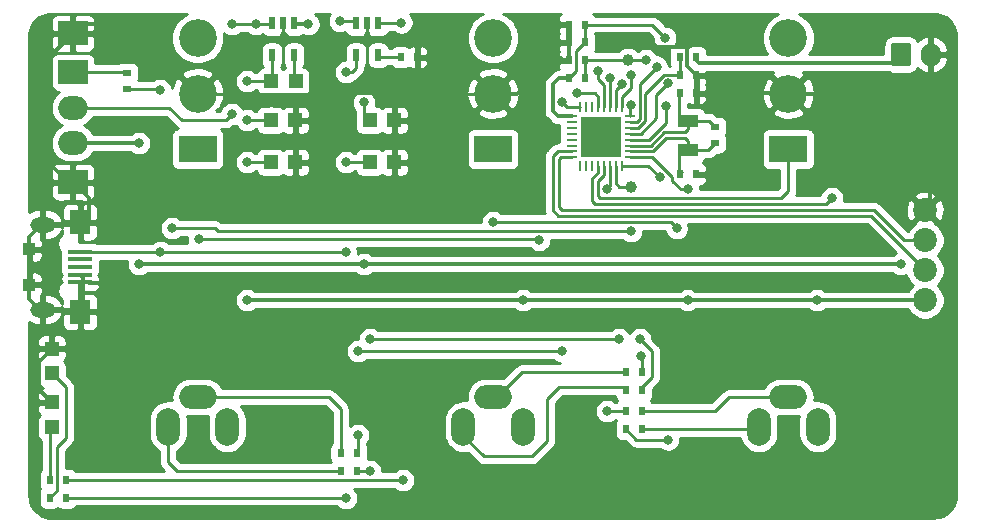
<source format=gbr>
G04 #@! TF.GenerationSoftware,KiCad,Pcbnew,(5.1.9-0-10_14)*
G04 #@! TF.CreationDate,2021-03-02T11:33:06+01:00*
G04 #@! TF.ProjectId,ledTruck,6c656454-7275-4636-9b2e-6b696361645f,rev?*
G04 #@! TF.SameCoordinates,Original*
G04 #@! TF.FileFunction,Copper,L1,Top*
G04 #@! TF.FilePolarity,Positive*
%FSLAX46Y46*%
G04 Gerber Fmt 4.6, Leading zero omitted, Abs format (unit mm)*
G04 Created by KiCad (PCBNEW (5.1.9-0-10_14)) date 2021-03-02 11:33:06*
%MOMM*%
%LPD*%
G01*
G04 APERTURE LIST*
G04 #@! TA.AperFunction,SMDPad,CuDef*
%ADD10R,0.600000X1.050000*%
G04 #@! TD*
G04 #@! TA.AperFunction,SMDPad,CuDef*
%ADD11R,0.800000X0.600000*%
G04 #@! TD*
G04 #@! TA.AperFunction,ComponentPad*
%ADD12R,2.500000X2.000000*%
G04 #@! TD*
G04 #@! TA.AperFunction,ComponentPad*
%ADD13O,2.500000X2.000000*%
G04 #@! TD*
G04 #@! TA.AperFunction,SMDPad,CuDef*
%ADD14R,0.280000X0.850000*%
G04 #@! TD*
G04 #@! TA.AperFunction,SMDPad,CuDef*
%ADD15R,0.850000X0.280000*%
G04 #@! TD*
G04 #@! TA.AperFunction,ComponentPad*
%ADD16C,0.200000*%
G04 #@! TD*
G04 #@! TA.AperFunction,SMDPad,CuDef*
%ADD17R,3.450000X3.450000*%
G04 #@! TD*
G04 #@! TA.AperFunction,ComponentPad*
%ADD18O,2.000000X3.200000*%
G04 #@! TD*
G04 #@! TA.AperFunction,ComponentPad*
%ADD19O,3.200000X2.000000*%
G04 #@! TD*
G04 #@! TA.AperFunction,SMDPad,CuDef*
%ADD20R,0.600000X0.800000*%
G04 #@! TD*
G04 #@! TA.AperFunction,SMDPad,CuDef*
%ADD21R,1.200000X1.200000*%
G04 #@! TD*
G04 #@! TA.AperFunction,ComponentPad*
%ADD22O,1.700000X2.000000*%
G04 #@! TD*
G04 #@! TA.AperFunction,ComponentPad*
%ADD23C,2.020000*%
G04 #@! TD*
G04 #@! TA.AperFunction,SMDPad,CuDef*
%ADD24C,1.000000*%
G04 #@! TD*
G04 #@! TA.AperFunction,SMDPad,CuDef*
%ADD25R,2.150000X0.400000*%
G04 #@! TD*
G04 #@! TA.AperFunction,SMDPad,CuDef*
%ADD26R,1.000000X1.000000*%
G04 #@! TD*
G04 #@! TA.AperFunction,ComponentPad*
%ADD27O,2.150000X1.300000*%
G04 #@! TD*
G04 #@! TA.AperFunction,ComponentPad*
%ADD28R,1.800000X2.000000*%
G04 #@! TD*
G04 #@! TA.AperFunction,SMDPad,CuDef*
%ADD29R,1.800000X1.000000*%
G04 #@! TD*
G04 #@! TA.AperFunction,ComponentPad*
%ADD30C,3.200000*%
G04 #@! TD*
G04 #@! TA.AperFunction,ComponentPad*
%ADD31R,3.200000X2.300000*%
G04 #@! TD*
G04 #@! TA.AperFunction,ViaPad*
%ADD32C,0.800000*%
G04 #@! TD*
G04 #@! TA.AperFunction,Conductor*
%ADD33C,0.250000*%
G04 #@! TD*
G04 #@! TA.AperFunction,Conductor*
%ADD34C,0.304800*%
G04 #@! TD*
G04 #@! TA.AperFunction,Conductor*
%ADD35C,0.254000*%
G04 #@! TD*
G04 #@! TA.AperFunction,Conductor*
%ADD36C,0.100000*%
G04 #@! TD*
G04 APERTURE END LIST*
D10*
X128204000Y-75358000D03*
X127254000Y-75358000D03*
X126304000Y-75358000D03*
X126304000Y-78058000D03*
X128204000Y-78058000D03*
D11*
X114046000Y-79564000D03*
X114046000Y-80964000D03*
D12*
X109474000Y-88812000D03*
X109474000Y-76212000D03*
D13*
X109474000Y-85512000D03*
X109474000Y-82512000D03*
D12*
X109474000Y-79512000D03*
D14*
X155940000Y-87437000D03*
X155440000Y-87437000D03*
X154940000Y-87437000D03*
X154440000Y-87437000D03*
X153940000Y-87437000D03*
X153440000Y-87437000D03*
X152940000Y-87437000D03*
D15*
X151715000Y-86712000D03*
X151715000Y-86212000D03*
X151715000Y-85712000D03*
X151715000Y-85212000D03*
X151715000Y-84712000D03*
X151715000Y-84212000D03*
X151715000Y-83712000D03*
D14*
X152440000Y-82487000D03*
X152940000Y-82487000D03*
X153440000Y-82487000D03*
X153940000Y-82487000D03*
X154440000Y-82487000D03*
X154940000Y-82487000D03*
X155440000Y-82487000D03*
D15*
X156665000Y-83212000D03*
X156665000Y-83712000D03*
X156665000Y-84212000D03*
X156665000Y-84712000D03*
X156665000Y-85212000D03*
X156665000Y-85712000D03*
X156665000Y-86212000D03*
X156665000Y-86712000D03*
D16*
X155190000Y-83962000D03*
X155190000Y-84962000D03*
X155190000Y-85962000D03*
X154190000Y-83962000D03*
X154190000Y-84962000D03*
X154190000Y-85962000D03*
X153190000Y-83962000D03*
X153190000Y-84962000D03*
X153190000Y-85962000D03*
D17*
X154190000Y-84962000D03*
D14*
X155940000Y-82487000D03*
D15*
X151715000Y-83212000D03*
D14*
X152440000Y-87437000D03*
D18*
X172534000Y-109512000D03*
X167534000Y-109512000D03*
D19*
X170034000Y-107012000D03*
D18*
X147534000Y-109512000D03*
X142534000Y-109512000D03*
D19*
X145034000Y-107012000D03*
D18*
X122534000Y-109512000D03*
X117534000Y-109512000D03*
D19*
X120034000Y-107012000D03*
D20*
X160844000Y-88138000D03*
X162244000Y-88138000D03*
X160844000Y-81280000D03*
X162244000Y-81280000D03*
X152846000Y-75464000D03*
X151446000Y-75464000D03*
X152846000Y-76962000D03*
X151446000Y-76962000D03*
X152846000Y-78486000D03*
X151446000Y-78486000D03*
D21*
X107692880Y-102912000D03*
X107692880Y-105012000D03*
X107692880Y-107462000D03*
X107692880Y-109562000D03*
D22*
X182078000Y-78012000D03*
G04 #@! TA.AperFunction,ComponentPad*
G36*
G01*
X178728000Y-78762000D02*
X178728000Y-77262000D01*
G75*
G02*
X178978000Y-77012000I250000J0D01*
G01*
X180178000Y-77012000D01*
G75*
G02*
X180428000Y-77262000I0J-250000D01*
G01*
X180428000Y-78762000D01*
G75*
G02*
X180178000Y-79012000I-250000J0D01*
G01*
X178978000Y-79012000D01*
G75*
G02*
X178728000Y-78762000I0J250000D01*
G01*
G37*
G04 #@! TD.AperFunction*
D23*
X181620160Y-91183460D03*
X181620160Y-93723460D03*
X181620160Y-96263460D03*
X181620160Y-98803460D03*
D21*
X128338000Y-80264000D03*
X126238000Y-80264000D03*
D20*
X132128000Y-111760000D03*
X133528000Y-111760000D03*
X157672000Y-104902000D03*
X156272000Y-104902000D03*
X157672000Y-108204000D03*
X156272000Y-108204000D03*
X132142000Y-113284000D03*
X133542000Y-113284000D03*
X156272000Y-106426000D03*
X157672000Y-106426000D03*
X157672000Y-109728000D03*
X156272000Y-109728000D03*
X137222000Y-78232000D03*
X138622000Y-78232000D03*
D11*
X163830000Y-85536000D03*
X163830000Y-84136000D03*
D20*
X151446000Y-80010000D03*
X152846000Y-80010000D03*
X107492880Y-115512000D03*
X108892880Y-115512000D03*
X107492880Y-114012000D03*
X108892880Y-114012000D03*
X162244000Y-78232000D03*
X160844000Y-78232000D03*
X160844000Y-79756000D03*
X162244000Y-79756000D03*
D10*
X135316000Y-75358000D03*
X134366000Y-75358000D03*
X133416000Y-75358000D03*
X133416000Y-78058000D03*
X135316000Y-78058000D03*
D21*
X134586000Y-87122000D03*
X136686000Y-87122000D03*
X126204000Y-83566000D03*
X128304000Y-83566000D03*
X134586000Y-83566000D03*
X136686000Y-83566000D03*
X126204000Y-87122000D03*
X128304000Y-87122000D03*
D24*
X156464000Y-78486000D03*
X156718000Y-89194000D03*
D25*
X110081300Y-97304380D03*
X110081300Y-96654380D03*
X110081300Y-96004380D03*
X110081300Y-95354380D03*
D26*
X105771300Y-97504380D03*
D27*
X106921300Y-99604380D03*
D28*
X110081300Y-99804380D03*
D27*
X106921300Y-92404380D03*
D28*
X110081300Y-92204380D03*
D25*
X110081300Y-94704380D03*
D26*
X105771300Y-94504380D03*
D29*
X161544000Y-83606000D03*
X161544000Y-86106000D03*
D30*
X120034000Y-76612000D03*
X120034000Y-81312000D03*
D31*
X120034000Y-86012000D03*
D30*
X145034000Y-76612000D03*
X145034000Y-81312000D03*
D31*
X145034000Y-86012000D03*
D30*
X170034000Y-76612000D03*
X170034000Y-81312000D03*
D31*
X170034000Y-86012000D03*
D32*
X130810000Y-76708000D03*
X130810000Y-87122000D03*
X130810000Y-83566000D03*
X130778000Y-81312000D03*
X138684000Y-87122000D03*
X138684000Y-83566000D03*
X166624000Y-88138000D03*
X126746000Y-110236000D03*
X124714000Y-112014000D03*
X129032000Y-108204000D03*
X156718000Y-116332000D03*
X180848000Y-116332000D03*
X180848000Y-106426000D03*
X180594000Y-83820000D03*
X140716000Y-75438000D03*
X114808000Y-75438000D03*
X135382000Y-116332000D03*
X113284000Y-110998000D03*
X117094000Y-100076000D03*
X127508000Y-90170000D03*
X127508000Y-101600000D03*
X140716000Y-89916000D03*
X143002000Y-97282000D03*
X169164000Y-97536000D03*
X169164000Y-93726000D03*
X166116000Y-77724000D03*
X113284000Y-105156000D03*
X140716000Y-105918000D03*
X145288000Y-116332000D03*
X168148000Y-116332000D03*
X180848000Y-110998000D03*
X180848000Y-102362000D03*
X180594000Y-88646000D03*
X149606000Y-97282000D03*
X127508000Y-97282000D03*
X150621996Y-78486000D03*
X138684000Y-81280002D03*
X122174000Y-97282000D03*
X166624000Y-81280000D03*
X154432002Y-77215998D03*
X132558000Y-94712000D03*
X132588000Y-87122000D03*
X116840008Y-81026000D03*
X116870000Y-94712000D03*
X132588002Y-115570000D03*
X132588006Y-79502000D03*
X124206000Y-80264000D03*
X124206000Y-87122000D03*
X124206000Y-83566000D03*
X172466000Y-98806004D03*
X161504002Y-98806000D03*
X147574000Y-98806000D03*
X124206002Y-98806000D03*
X159851940Y-80426980D03*
X159608520Y-76588620D03*
X161508442Y-89372440D03*
X132080000Y-75184000D03*
X134112000Y-95758000D03*
X115062000Y-95758000D03*
X115062000Y-85512000D03*
X134098500Y-82055500D03*
X179578000Y-95757986D03*
X157988000Y-78486000D03*
X159661860Y-82331560D03*
X133604000Y-103124000D03*
X133604000Y-110236000D03*
X150876000Y-82042000D03*
X150876001Y-103124001D03*
X157606995Y-103505003D03*
X159139730Y-88392000D03*
X154686000Y-89408000D03*
X154686000Y-108204000D03*
X134620000Y-113284000D03*
X134620000Y-102108000D03*
X153943465Y-79418681D03*
X155702006Y-102108000D03*
X157480002Y-102108000D03*
X154940000Y-80010000D03*
X155955998Y-80518000D03*
X159867600Y-110611920D03*
X137414004Y-114046000D03*
X137287001Y-75311001D03*
X156718000Y-82296000D03*
X117856000Y-92710004D03*
X156739430Y-92964000D03*
X152146000Y-81280000D03*
X120142000Y-93618000D03*
X148951994Y-93689010D03*
X156718583Y-79763704D03*
X145034000Y-92202000D03*
X158877754Y-79031499D03*
X160589742Y-92709994D03*
X173736000Y-90169992D03*
X122931999Y-83062001D03*
X122931999Y-75442001D03*
X124943679Y-75442001D03*
X129399999Y-75442001D03*
D33*
X127254000Y-76133000D02*
X127829000Y-76708000D01*
X127254000Y-75358000D02*
X127254000Y-76133000D01*
X127829000Y-76708000D02*
X130810000Y-76708000D01*
X130810000Y-76708000D02*
X133791000Y-76708000D01*
X133858000Y-76708000D02*
X134366000Y-76708000D01*
X134366000Y-76708000D02*
X134366000Y-75358000D01*
X134366000Y-76708000D02*
X138430000Y-76708000D01*
X138622000Y-76900000D02*
X138622000Y-78232000D01*
X138430000Y-76708000D02*
X138622000Y-76900000D01*
X130810000Y-87122000D02*
X128791500Y-87122000D01*
X128791500Y-83566000D02*
X130810000Y-83566000D01*
X120034000Y-81312000D02*
X130778000Y-81312000D01*
X138684000Y-87122000D02*
X137173500Y-87122000D01*
X137173500Y-83566000D02*
X138684000Y-83566000D01*
D34*
X151446000Y-75464000D02*
X151446000Y-76962000D01*
X151446000Y-76962000D02*
X151446000Y-78486000D01*
X162244000Y-88138000D02*
X166624000Y-88138000D01*
X170034000Y-81312000D02*
X176498000Y-81312000D01*
X154382001Y-84536999D02*
X153123997Y-84536999D01*
X154752999Y-85757999D02*
X154973999Y-85536999D01*
X154749500Y-86169500D02*
X154752999Y-86166001D01*
X154752999Y-86166001D02*
X154752999Y-85757999D01*
X154603001Y-84757999D02*
X154382001Y-84536999D01*
X154973999Y-85536999D02*
X154603001Y-85166001D01*
X154603001Y-85166001D02*
X154603001Y-84757999D01*
X151446000Y-78486000D02*
X150621996Y-78486000D01*
X149860000Y-78486000D02*
X150621996Y-78486000D01*
X147034000Y-81312000D02*
X149860000Y-78486000D01*
X145034000Y-81312000D02*
X147034000Y-81312000D01*
D33*
X145034000Y-81312000D02*
X138715998Y-81312000D01*
X138622000Y-81218002D02*
X138684000Y-81280002D01*
X138715998Y-81312000D02*
X138684000Y-81280002D01*
X138622000Y-78232000D02*
X138622000Y-81218002D01*
X138683998Y-81280000D02*
X138684000Y-81280002D01*
X130810000Y-81280000D02*
X138683998Y-81280000D01*
X130778000Y-81312000D02*
X130810000Y-81280000D01*
D34*
X122144000Y-97312000D02*
X122174000Y-97282000D01*
X110856000Y-97312000D02*
X122144000Y-97312000D01*
X162244000Y-81280000D02*
X166624000Y-81280000D01*
X166878000Y-81280000D02*
X170002000Y-81280000D01*
X162244000Y-81280000D02*
X162244000Y-79756000D01*
X110869002Y-99625002D02*
X110856000Y-99612000D01*
X109474000Y-88812000D02*
X109022780Y-88812000D01*
X109022780Y-88812000D02*
X106812080Y-86601300D01*
X106812080Y-78873920D02*
X109474000Y-76212000D01*
X106812080Y-86601300D02*
X106812080Y-78873920D01*
X110248000Y-75438000D02*
X109474000Y-76212000D01*
X114808000Y-75438000D02*
X110248000Y-75438000D01*
X106668120Y-99612000D02*
X110856000Y-99612000D01*
X106772260Y-92412000D02*
X105771300Y-93412960D01*
X105771300Y-93412960D02*
X105771300Y-98715180D01*
X110856000Y-92412000D02*
X106772260Y-92412000D01*
X105771300Y-98715180D02*
X106668120Y-99612000D01*
X110856000Y-90194000D02*
X110856000Y-92412000D01*
X109474000Y-88812000D02*
X110856000Y-90194000D01*
X110286800Y-96859880D02*
X110081300Y-96654380D01*
X110286800Y-99042800D02*
X110286800Y-96859880D01*
X110856000Y-99612000D02*
X110286800Y-99042800D01*
X110065820Y-100402180D02*
X110856000Y-99612000D01*
X110065820Y-102298500D02*
X110065820Y-100402180D01*
X109452320Y-102912000D02*
X110065820Y-102298500D01*
X107692880Y-102912000D02*
X109452320Y-102912000D01*
X106606340Y-103998540D02*
X106606340Y-106375460D01*
X106606340Y-106375460D02*
X107692880Y-107462000D01*
X107692880Y-102912000D02*
X106606340Y-103998540D01*
X182054500Y-81324700D02*
X182054500Y-90749120D01*
X182054500Y-90749120D02*
X181620160Y-91183460D01*
X176498000Y-81312000D02*
X181344820Y-81312000D01*
X182041800Y-81312000D02*
X182054500Y-81324700D01*
X176498000Y-81312000D02*
X182041800Y-81312000D01*
X182057040Y-78032960D02*
X182078000Y-78012000D01*
X182057040Y-81301840D02*
X182057040Y-78032960D01*
X161496401Y-77550079D02*
X161291862Y-77345540D01*
X162244000Y-79756000D02*
X161496401Y-79008401D01*
X161496401Y-79008401D02*
X161496401Y-77550079D01*
X161291862Y-77345540D02*
X154561544Y-77345540D01*
X154561544Y-77345540D02*
X154432002Y-77215998D01*
D33*
X132558000Y-94712000D02*
X132558000Y-94712000D01*
X134098500Y-87122000D02*
X132588000Y-87122000D01*
X110856000Y-94712000D02*
X132558000Y-94712000D01*
X114046000Y-80964000D02*
X116778008Y-80964000D01*
X116778008Y-80964000D02*
X116840008Y-81026000D01*
X133096000Y-79502000D02*
X132588006Y-79502000D01*
X133416000Y-79182000D02*
X133096000Y-79502000D01*
X133416000Y-78058000D02*
X133416000Y-79182000D01*
X132530002Y-115512000D02*
X132588002Y-115570000D01*
X108892880Y-115512000D02*
X132530002Y-115512000D01*
X160844000Y-88138000D02*
X160999001Y-87982999D01*
X161544000Y-86106000D02*
X161072000Y-86106000D01*
X163260000Y-86106000D02*
X163830000Y-85536000D01*
X161544000Y-86106000D02*
X163260000Y-86106000D01*
X161544000Y-85344000D02*
X161544000Y-86106000D01*
X158568401Y-86162009D02*
X159640410Y-85090000D01*
X157364992Y-86162010D02*
X158568401Y-86162009D01*
X161290000Y-85090000D02*
X161544000Y-85344000D01*
X159640410Y-85090000D02*
X161290000Y-85090000D01*
X157350001Y-86177001D02*
X157364992Y-86162010D01*
X156687999Y-86177001D02*
X157350001Y-86177001D01*
X156653000Y-86212000D02*
X156687999Y-86177001D01*
X160782000Y-88076000D02*
X160844000Y-88138000D01*
X160782000Y-86106000D02*
X160782000Y-88076000D01*
X161544000Y-86106000D02*
X160782000Y-86106000D01*
X163300000Y-83606000D02*
X163830000Y-84136000D01*
X161544000Y-83606000D02*
X163300000Y-83606000D01*
X161290000Y-84582000D02*
X161544000Y-84328000D01*
X161544000Y-84328000D02*
X161544000Y-83606000D01*
X159512000Y-84582000D02*
X161290000Y-84582000D01*
X158382000Y-85712000D02*
X159512000Y-84582000D01*
X156665000Y-85712000D02*
X158382000Y-85712000D01*
X160782000Y-81342000D02*
X160844000Y-81280000D01*
X160782000Y-83332000D02*
X160782000Y-81342000D01*
X161056000Y-83606000D02*
X160782000Y-83332000D01*
X161544000Y-83606000D02*
X161056000Y-83606000D01*
X126304000Y-80198000D02*
X126238000Y-80264000D01*
X126304000Y-78058000D02*
X126304000Y-80198000D01*
X126238000Y-83044500D02*
X125716500Y-83566000D01*
X126238000Y-80264000D02*
X124206000Y-80264000D01*
X124206000Y-87122000D02*
X125716500Y-87122000D01*
X125716500Y-83566000D02*
X124206000Y-83566000D01*
X152846000Y-75464000D02*
X152846000Y-76962000D01*
X152071001Y-77736999D02*
X152846000Y-76962000D01*
X152071001Y-79384999D02*
X152071001Y-77736999D01*
X151446000Y-80010000D02*
X152071001Y-79384999D01*
D34*
X150622000Y-80010000D02*
X151446000Y-80010000D01*
X150114000Y-80518000D02*
X150622000Y-80010000D01*
X150522000Y-83212000D02*
X150114000Y-82804000D01*
X150114000Y-82804000D02*
X150114000Y-80518000D01*
X151715000Y-83212000D02*
X150522000Y-83212000D01*
X161504006Y-98806004D02*
X161504002Y-98806000D01*
X172466000Y-98806004D02*
X161504006Y-98806004D01*
X160938317Y-98806000D02*
X147574000Y-98806000D01*
X161504002Y-98806000D02*
X160938317Y-98806000D01*
X147574000Y-98806000D02*
X124206002Y-98806000D01*
D33*
X157524180Y-84712000D02*
X158858119Y-83378061D01*
X158858119Y-81420801D02*
X159851940Y-80426980D01*
X158858119Y-83378061D02*
X158858119Y-81420801D01*
X156653000Y-84712000D02*
X157524180Y-84712000D01*
X158483900Y-75464000D02*
X159608520Y-76588620D01*
X152846000Y-75464000D02*
X158483900Y-75464000D01*
D34*
X172466004Y-98806000D02*
X172466000Y-98806004D01*
X181617620Y-98806000D02*
X172466004Y-98806000D01*
X181620160Y-98803460D02*
X181617620Y-98806000D01*
D33*
X160218999Y-88398265D02*
X160218999Y-88676624D01*
X160914815Y-89372440D02*
X161508442Y-89372440D01*
X160218999Y-88676624D02*
X160914815Y-89372440D01*
X158532734Y-86712000D02*
X160218999Y-88398265D01*
X156653000Y-86712000D02*
X158532734Y-86712000D01*
X133242000Y-75184000D02*
X133416000Y-75358000D01*
X132080000Y-75184000D02*
X133242000Y-75184000D01*
D34*
X115062000Y-95758000D02*
X134112000Y-95758000D01*
X109474000Y-85512000D02*
X115062000Y-85512000D01*
D33*
X134112000Y-83566000D02*
X134098500Y-83552500D01*
X134098500Y-83552500D02*
X134098500Y-82055500D01*
D34*
X162498000Y-78740000D02*
X162244000Y-78486000D01*
X178850000Y-78740000D02*
X162498000Y-78740000D01*
X179578000Y-78012000D02*
X178850000Y-78740000D01*
X134112000Y-95758000D02*
X177546000Y-95758000D01*
X177546000Y-95758000D02*
X179577986Y-95758000D01*
X179577986Y-95758000D02*
X179578000Y-95757986D01*
D33*
X152846000Y-78486000D02*
X152846000Y-80010000D01*
X152846000Y-78486000D02*
X157988000Y-78486000D01*
X156665000Y-85212000D02*
X158238645Y-85212000D01*
X159661860Y-83788785D02*
X159661860Y-82331560D01*
X158238645Y-85212000D02*
X159661860Y-83788785D01*
X120034000Y-107012000D02*
X131142000Y-107012000D01*
X132128000Y-107998000D02*
X132128000Y-111760000D01*
X131142000Y-107012000D02*
X132128000Y-107998000D01*
X117534000Y-112532740D02*
X117534000Y-109512000D01*
X118285260Y-113284000D02*
X117534000Y-112532740D01*
X132142000Y-113284000D02*
X118285260Y-113284000D01*
X147487640Y-104902000D02*
X156272000Y-104902000D01*
X145377640Y-107012000D02*
X147487640Y-104902000D01*
X145034000Y-107012000D02*
X145377640Y-107012000D01*
X149606000Y-107188000D02*
X150622000Y-106172000D01*
X148336000Y-112014000D02*
X149606000Y-110744000D01*
X150622000Y-106172000D02*
X156272000Y-106172000D01*
X142534000Y-110276000D02*
X144272000Y-112014000D01*
X149606000Y-110744000D02*
X149606000Y-107188000D01*
X144272000Y-112014000D02*
X148336000Y-112014000D01*
X142534000Y-109512000D02*
X142534000Y-110276000D01*
X157672000Y-108204000D02*
X163830000Y-108204000D01*
X165022000Y-107012000D02*
X170034000Y-107012000D01*
X163830000Y-108204000D02*
X165022000Y-107012000D01*
X167318000Y-109728000D02*
X167534000Y-109512000D01*
X157672000Y-109728000D02*
X167318000Y-109728000D01*
X108117881Y-111218739D02*
X108856780Y-110479840D01*
X108856780Y-106175900D02*
X107692880Y-105012000D01*
X108856780Y-110479840D02*
X108856780Y-106175900D01*
X108117881Y-114886999D02*
X108117881Y-111218739D01*
X107492880Y-115512000D02*
X108117881Y-114886999D01*
X107492880Y-109762000D02*
X107692880Y-109562000D01*
X107492880Y-114012000D02*
X107492880Y-109762000D01*
X179844700Y-93723460D02*
X181620160Y-93723460D01*
X150876000Y-91186000D02*
X177307240Y-91186000D01*
X150622000Y-86845250D02*
X150622000Y-90932000D01*
X150755250Y-86712000D02*
X150622000Y-86845250D01*
X177307240Y-91186000D02*
X179844700Y-93723460D01*
X150622000Y-90932000D02*
X150876000Y-91186000D01*
X151703000Y-86712000D02*
X150755250Y-86712000D01*
X181392999Y-96036299D02*
X181622700Y-96266000D01*
X150114000Y-91186000D02*
X150564011Y-91636011D01*
X150516000Y-86212000D02*
X150114000Y-86614000D01*
X150114000Y-86614000D02*
X150114000Y-91186000D01*
X181620160Y-96230440D02*
X181620160Y-96263460D01*
X177025731Y-91636011D02*
X181620160Y-96230440D01*
X150564011Y-91636011D02*
X177025731Y-91636011D01*
X151703000Y-86212000D02*
X150516000Y-86212000D01*
X128204000Y-80130000D02*
X128338000Y-80264000D01*
X128204000Y-78058000D02*
X128204000Y-80130000D01*
X133604000Y-111684000D02*
X133528000Y-111760000D01*
X133604000Y-110236000D02*
X133604000Y-111684000D01*
X133604000Y-103124000D02*
X134169686Y-103124001D01*
X134169686Y-103124001D02*
X150876001Y-103124001D01*
X151321000Y-82487000D02*
X150876000Y-82042000D01*
X152440000Y-82487000D02*
X151321000Y-82487000D01*
X157672000Y-103570008D02*
X157606995Y-103505003D01*
X157672000Y-104902000D02*
X157672000Y-103570008D01*
X155940000Y-87437000D02*
X158184730Y-87437000D01*
X158184730Y-87437000D02*
X159139730Y-88392000D01*
X154940000Y-87437000D02*
X154940000Y-89154000D01*
X154940000Y-89154000D02*
X154686000Y-89408000D01*
X156272000Y-108204000D02*
X154686000Y-108204000D01*
X133542000Y-113284000D02*
X134620000Y-113284000D01*
X154440000Y-82487000D02*
X154440000Y-80583004D01*
X153943465Y-80086469D02*
X153943465Y-79418681D01*
X154440000Y-80583004D02*
X153943465Y-80086469D01*
X134620000Y-102108000D02*
X155702006Y-102108000D01*
X158496000Y-103123998D02*
X157480002Y-102108000D01*
X158496000Y-105348000D02*
X158496000Y-103123998D01*
X157672000Y-106172000D02*
X158496000Y-105348000D01*
X154940000Y-82487000D02*
X154940000Y-80010000D01*
X155428000Y-81045998D02*
X155955998Y-80518000D01*
X155428000Y-82487000D02*
X155428000Y-81045998D01*
X156272000Y-109728000D02*
X157155920Y-110611920D01*
X157155920Y-110611920D02*
X159867600Y-110611920D01*
X135490000Y-78232000D02*
X135316000Y-78058000D01*
X137222000Y-78232000D02*
X135490000Y-78232000D01*
X135316000Y-75358000D02*
X137240002Y-75358000D01*
X137240002Y-75358000D02*
X137287001Y-75311001D01*
X137380004Y-114012000D02*
X137414004Y-114046000D01*
X108892880Y-114012000D02*
X137380004Y-114012000D01*
X160844000Y-79756000D02*
X160844000Y-78232000D01*
X160789979Y-79701979D02*
X160844000Y-79756000D01*
X157893012Y-83666068D02*
X157893012Y-81312906D01*
X159503939Y-79701979D02*
X160789979Y-79701979D01*
X157893012Y-81312906D02*
X159503939Y-79701979D01*
X157347080Y-84212000D02*
X157893012Y-83666068D01*
X156665000Y-84212000D02*
X157347080Y-84212000D01*
X156653000Y-83212000D02*
X156653000Y-82360994D01*
X156653000Y-82360994D02*
X156718000Y-82295994D01*
X121723002Y-92964000D02*
X156739430Y-92964000D01*
X117856000Y-92710004D02*
X121469006Y-92710004D01*
X121469006Y-92710004D02*
X121723002Y-92964000D01*
X148880984Y-93618000D02*
X148951994Y-93689010D01*
X120142000Y-93618000D02*
X148880984Y-93618000D01*
X153653501Y-81280000D02*
X152146000Y-81280000D01*
X153940000Y-81566499D02*
X153653501Y-81280000D01*
X153940000Y-82487000D02*
X153940000Y-81566499D01*
X155928000Y-82487000D02*
X155928000Y-81619685D01*
X155928000Y-81619685D02*
X156718583Y-80829102D01*
X156718583Y-80829102D02*
X156718583Y-79763704D01*
X157210670Y-83712000D02*
X157443001Y-83479669D01*
X156653000Y-83712000D02*
X157210670Y-83712000D01*
X157443001Y-80466252D02*
X158877754Y-79031499D01*
X157443001Y-83479669D02*
X157443001Y-80466252D01*
X160081748Y-92202000D02*
X160589742Y-92709994D01*
X145034000Y-92202000D02*
X160081748Y-92202000D01*
X173227992Y-90678000D02*
X173736000Y-90169992D01*
X153670000Y-90678000D02*
X173227992Y-90678000D01*
X153940000Y-87437000D02*
X153940000Y-87978977D01*
X153416000Y-88502977D02*
X153416000Y-90424000D01*
X153416000Y-90424000D02*
X153670000Y-90678000D01*
X153940000Y-87978977D02*
X153416000Y-88502977D01*
X170034000Y-86012000D02*
X170034000Y-89554000D01*
X160434461Y-90133002D02*
X154083998Y-90133002D01*
X161168997Y-90170472D02*
X160471931Y-90170472D01*
X153924000Y-88739413D02*
X154440000Y-88223413D01*
X160471931Y-90170472D02*
X160434461Y-90133002D01*
X170034000Y-89554000D02*
X169454998Y-90133002D01*
X169454998Y-90133002D02*
X161206467Y-90133002D01*
X154083998Y-90133002D02*
X153924000Y-89973004D01*
X161206467Y-90133002D02*
X161168997Y-90170472D01*
X154440000Y-88223413D02*
X154440000Y-87437000D01*
X153924000Y-89973004D02*
X153924000Y-88739413D01*
X113994000Y-79512000D02*
X114046000Y-79564000D01*
X109474000Y-79512000D02*
X113994000Y-79512000D01*
X126219999Y-75442001D02*
X126304000Y-75358000D01*
X122931999Y-75442001D02*
X124943679Y-75442001D01*
X124943679Y-75442001D02*
X126219999Y-75442001D01*
D34*
X128288001Y-75442001D02*
X128204000Y-75358000D01*
X129399999Y-75442001D02*
X128288001Y-75442001D01*
D33*
X122428000Y-83566000D02*
X122931999Y-83062001D01*
X118694000Y-83566000D02*
X122428000Y-83566000D01*
X117640000Y-82512000D02*
X118694000Y-83566000D01*
X109474000Y-82512000D02*
X117640000Y-82512000D01*
X155742000Y-89194000D02*
X156718000Y-89194000D01*
X155415593Y-88867593D02*
X155742000Y-89194000D01*
X155415593Y-87437000D02*
X155415593Y-88867593D01*
D35*
X182626634Y-74568782D02*
X182887775Y-74625537D01*
X183138163Y-74718877D01*
X183372727Y-74846911D01*
X183586678Y-75007028D01*
X183775657Y-75195965D01*
X183935819Y-75409875D01*
X184063909Y-75644414D01*
X184157305Y-75894780D01*
X184214119Y-76155908D01*
X184233509Y-76426984D01*
X184233509Y-115343729D01*
X184214127Y-115614743D01*
X184157340Y-115875810D01*
X184063983Y-116126134D01*
X183935952Y-116360629D01*
X183775853Y-116574519D01*
X183586951Y-116763445D01*
X183373085Y-116923568D01*
X183138603Y-117051632D01*
X182888296Y-117145021D01*
X182627231Y-117201842D01*
X182356220Y-117221259D01*
X107666408Y-117230901D01*
X107395542Y-117211577D01*
X107134616Y-117154891D01*
X106884404Y-117061671D01*
X106650001Y-116933819D01*
X106436155Y-116773923D01*
X106247220Y-116585236D01*
X106087051Y-116371611D01*
X105958886Y-116137365D01*
X105865340Y-115887279D01*
X105808310Y-115626424D01*
X105788630Y-115355588D01*
X105774612Y-103512000D01*
X106454808Y-103512000D01*
X106467068Y-103636482D01*
X106503378Y-103756180D01*
X106562343Y-103866494D01*
X106640722Y-103962000D01*
X106562343Y-104057506D01*
X106503378Y-104167820D01*
X106467068Y-104287518D01*
X106454808Y-104412000D01*
X106454808Y-105612000D01*
X106467068Y-105736482D01*
X106503378Y-105856180D01*
X106562343Y-105966494D01*
X106641695Y-106063185D01*
X106738386Y-106142537D01*
X106848700Y-106201502D01*
X106965721Y-106237000D01*
X106848700Y-106272498D01*
X106738386Y-106331463D01*
X106641695Y-106410815D01*
X106562343Y-106507506D01*
X106503378Y-106617820D01*
X106467068Y-106737518D01*
X106454808Y-106862000D01*
X106457880Y-107176250D01*
X106616630Y-107335000D01*
X107565880Y-107335000D01*
X107565880Y-107315000D01*
X107819880Y-107315000D01*
X107819880Y-107335000D01*
X107839880Y-107335000D01*
X107839880Y-107589000D01*
X107819880Y-107589000D01*
X107819880Y-107609000D01*
X107565880Y-107609000D01*
X107565880Y-107589000D01*
X106616630Y-107589000D01*
X106457880Y-107747750D01*
X106454808Y-108062000D01*
X106467068Y-108186482D01*
X106503378Y-108306180D01*
X106562343Y-108416494D01*
X106640722Y-108512000D01*
X106562343Y-108607506D01*
X106503378Y-108717820D01*
X106467068Y-108837518D01*
X106454808Y-108962000D01*
X106454808Y-110162000D01*
X106467068Y-110286482D01*
X106503378Y-110406180D01*
X106562343Y-110516494D01*
X106641695Y-110613185D01*
X106732881Y-110688019D01*
X106732880Y-113171556D01*
X106662343Y-113257506D01*
X106603378Y-113367820D01*
X106567068Y-113487518D01*
X106554808Y-113612000D01*
X106554808Y-114412000D01*
X106567068Y-114536482D01*
X106603378Y-114656180D01*
X106659941Y-114762000D01*
X106603378Y-114867820D01*
X106567068Y-114987518D01*
X106554808Y-115112000D01*
X106554808Y-115912000D01*
X106567068Y-116036482D01*
X106603378Y-116156180D01*
X106662343Y-116266494D01*
X106741695Y-116363185D01*
X106838386Y-116442537D01*
X106948700Y-116501502D01*
X107068398Y-116537812D01*
X107192880Y-116550072D01*
X107792880Y-116550072D01*
X107917362Y-116537812D01*
X108037060Y-116501502D01*
X108147374Y-116442537D01*
X108192880Y-116405191D01*
X108238386Y-116442537D01*
X108348700Y-116501502D01*
X108468398Y-116537812D01*
X108592880Y-116550072D01*
X109192880Y-116550072D01*
X109317362Y-116537812D01*
X109437060Y-116501502D01*
X109547374Y-116442537D01*
X109644065Y-116363185D01*
X109718898Y-116272000D01*
X131826291Y-116272000D01*
X131928228Y-116373937D01*
X132097746Y-116487205D01*
X132286104Y-116565226D01*
X132486063Y-116605000D01*
X132689941Y-116605000D01*
X132889900Y-116565226D01*
X133078258Y-116487205D01*
X133247776Y-116373937D01*
X133391939Y-116229774D01*
X133505207Y-116060256D01*
X133583228Y-115871898D01*
X133623002Y-115671939D01*
X133623002Y-115468061D01*
X133583228Y-115268102D01*
X133505207Y-115079744D01*
X133391939Y-114910226D01*
X133253713Y-114772000D01*
X136676293Y-114772000D01*
X136754230Y-114849937D01*
X136923748Y-114963205D01*
X137112106Y-115041226D01*
X137312065Y-115081000D01*
X137515943Y-115081000D01*
X137715902Y-115041226D01*
X137904260Y-114963205D01*
X138073778Y-114849937D01*
X138217941Y-114705774D01*
X138331209Y-114536256D01*
X138409230Y-114347898D01*
X138449004Y-114147939D01*
X138449004Y-113944061D01*
X138409230Y-113744102D01*
X138331209Y-113555744D01*
X138217941Y-113386226D01*
X138073778Y-113242063D01*
X137904260Y-113128795D01*
X137715902Y-113050774D01*
X137515943Y-113011000D01*
X137312065Y-113011000D01*
X137112106Y-113050774D01*
X136923748Y-113128795D01*
X136754230Y-113242063D01*
X136744293Y-113252000D01*
X135655000Y-113252000D01*
X135655000Y-113182061D01*
X135615226Y-112982102D01*
X135537205Y-112793744D01*
X135423937Y-112624226D01*
X135279774Y-112480063D01*
X135110256Y-112366795D01*
X134921898Y-112288774D01*
X134721939Y-112249000D01*
X134518061Y-112249000D01*
X134456093Y-112261326D01*
X134466072Y-112160000D01*
X134466072Y-111360000D01*
X134453812Y-111235518D01*
X134417502Y-111115820D01*
X134364000Y-111015726D01*
X134364000Y-110939711D01*
X134407937Y-110895774D01*
X134521205Y-110726256D01*
X134599226Y-110537898D01*
X134639000Y-110337939D01*
X134639000Y-110134061D01*
X134599226Y-109934102D01*
X134521205Y-109745744D01*
X134407937Y-109576226D01*
X134263774Y-109432063D01*
X134094256Y-109318795D01*
X133905898Y-109240774D01*
X133705939Y-109201000D01*
X133502061Y-109201000D01*
X133302102Y-109240774D01*
X133113744Y-109318795D01*
X132944226Y-109432063D01*
X132888000Y-109488289D01*
X132888000Y-108035333D01*
X132891677Y-107998000D01*
X132877003Y-107849014D01*
X132833546Y-107705753D01*
X132762974Y-107573724D01*
X132691799Y-107486997D01*
X132668001Y-107457999D01*
X132639004Y-107434202D01*
X131705804Y-106501002D01*
X131682001Y-106471999D01*
X131566276Y-106377026D01*
X131434247Y-106306454D01*
X131290986Y-106262997D01*
X131179333Y-106252000D01*
X131179322Y-106252000D01*
X131142000Y-106248324D01*
X131104678Y-106252000D01*
X122081679Y-106252000D01*
X122000031Y-106099248D01*
X121795714Y-105850286D01*
X121546752Y-105645969D01*
X121262715Y-105494148D01*
X120954516Y-105400657D01*
X120714322Y-105377000D01*
X119353678Y-105377000D01*
X119113484Y-105400657D01*
X118805285Y-105494148D01*
X118521248Y-105645969D01*
X118272286Y-105850286D01*
X118067969Y-106099248D01*
X117916148Y-106383285D01*
X117822657Y-106691484D01*
X117791089Y-107012000D01*
X117819176Y-107297176D01*
X117534000Y-107269089D01*
X117213484Y-107300657D01*
X116905285Y-107394148D01*
X116621248Y-107545969D01*
X116372286Y-107750286D01*
X116167969Y-107999249D01*
X116016148Y-108283286D01*
X115922657Y-108591485D01*
X115899000Y-108831679D01*
X115899000Y-110192322D01*
X115922657Y-110432516D01*
X116016148Y-110740715D01*
X116167970Y-111024752D01*
X116372287Y-111273714D01*
X116621249Y-111478031D01*
X116774000Y-111559678D01*
X116774000Y-112495417D01*
X116770324Y-112532740D01*
X116774000Y-112570062D01*
X116774000Y-112570072D01*
X116784997Y-112681725D01*
X116805557Y-112749502D01*
X116828454Y-112824986D01*
X116899026Y-112957016D01*
X116919614Y-112982102D01*
X116993999Y-113072741D01*
X117023002Y-113096543D01*
X117178459Y-113252000D01*
X109718898Y-113252000D01*
X109644065Y-113160815D01*
X109547374Y-113081463D01*
X109437060Y-113022498D01*
X109317362Y-112986188D01*
X109192880Y-112973928D01*
X108877881Y-112973928D01*
X108877881Y-111533540D01*
X109367784Y-111043638D01*
X109396781Y-111019841D01*
X109428209Y-110981546D01*
X109491754Y-110904117D01*
X109562326Y-110772087D01*
X109565718Y-110760906D01*
X109605783Y-110628826D01*
X109616780Y-110517173D01*
X109616780Y-110517163D01*
X109620456Y-110479840D01*
X109616780Y-110442518D01*
X109616780Y-106213222D01*
X109620456Y-106175899D01*
X109616780Y-106138576D01*
X109616780Y-106138567D01*
X109605783Y-106026914D01*
X109562326Y-105883653D01*
X109491754Y-105751624D01*
X109396781Y-105635899D01*
X109367783Y-105612101D01*
X108930952Y-105175270D01*
X108930952Y-104412000D01*
X108918692Y-104287518D01*
X108882382Y-104167820D01*
X108823417Y-104057506D01*
X108745038Y-103962000D01*
X108823417Y-103866494D01*
X108882382Y-103756180D01*
X108918692Y-103636482D01*
X108930952Y-103512000D01*
X108927880Y-103197750D01*
X108769130Y-103039000D01*
X107819880Y-103039000D01*
X107819880Y-103059000D01*
X107565880Y-103059000D01*
X107565880Y-103039000D01*
X106616630Y-103039000D01*
X106457880Y-103197750D01*
X106454808Y-103512000D01*
X105774612Y-103512000D01*
X105774033Y-103022061D01*
X132569000Y-103022061D01*
X132569000Y-103225939D01*
X132608774Y-103425898D01*
X132686795Y-103614256D01*
X132800063Y-103783774D01*
X132944226Y-103927937D01*
X133113744Y-104041205D01*
X133302102Y-104119226D01*
X133502061Y-104159000D01*
X133705939Y-104159000D01*
X133905898Y-104119226D01*
X134094256Y-104041205D01*
X134263774Y-103927937D01*
X134307710Y-103884001D01*
X150172290Y-103884001D01*
X150216227Y-103927938D01*
X150385745Y-104041206D01*
X150574103Y-104119227D01*
X150688592Y-104142000D01*
X147524973Y-104142000D01*
X147487640Y-104138323D01*
X147450307Y-104142000D01*
X147338654Y-104152997D01*
X147195393Y-104196454D01*
X147063364Y-104267026D01*
X146947639Y-104361999D01*
X146923841Y-104390997D01*
X145917798Y-105397041D01*
X145714322Y-105377000D01*
X144353678Y-105377000D01*
X144113484Y-105400657D01*
X143805285Y-105494148D01*
X143521248Y-105645969D01*
X143272286Y-105850286D01*
X143067969Y-106099248D01*
X142916148Y-106383285D01*
X142822657Y-106691484D01*
X142791089Y-107012000D01*
X142819176Y-107297176D01*
X142534000Y-107269089D01*
X142213484Y-107300657D01*
X141905285Y-107394148D01*
X141621248Y-107545969D01*
X141372286Y-107750286D01*
X141167969Y-107999249D01*
X141016148Y-108283286D01*
X140922657Y-108591485D01*
X140899000Y-108831679D01*
X140899000Y-110192322D01*
X140922657Y-110432516D01*
X141016148Y-110740715D01*
X141167970Y-111024752D01*
X141372287Y-111273714D01*
X141621249Y-111478031D01*
X141905286Y-111629852D01*
X142213485Y-111723343D01*
X142534000Y-111754911D01*
X142854516Y-111723343D01*
X142894433Y-111711234D01*
X143708201Y-112525003D01*
X143731999Y-112554001D01*
X143847724Y-112648974D01*
X143979753Y-112719546D01*
X144123014Y-112763003D01*
X144234667Y-112774000D01*
X144234676Y-112774000D01*
X144271999Y-112777676D01*
X144309322Y-112774000D01*
X148298678Y-112774000D01*
X148336000Y-112777676D01*
X148373322Y-112774000D01*
X148373333Y-112774000D01*
X148484986Y-112763003D01*
X148628247Y-112719546D01*
X148760276Y-112648974D01*
X148876001Y-112554001D01*
X148899804Y-112524997D01*
X150117004Y-111307798D01*
X150146001Y-111284001D01*
X150240974Y-111168276D01*
X150311546Y-111036247D01*
X150355003Y-110892986D01*
X150366000Y-110781333D01*
X150366000Y-110781324D01*
X150369676Y-110744001D01*
X150366000Y-110706678D01*
X150366000Y-107502801D01*
X150936802Y-106932000D01*
X155344368Y-106932000D01*
X155346188Y-106950482D01*
X155382498Y-107070180D01*
X155441463Y-107180494D01*
X155520815Y-107277185D01*
X155566893Y-107315000D01*
X155520815Y-107352815D01*
X155445982Y-107444000D01*
X155389711Y-107444000D01*
X155345774Y-107400063D01*
X155176256Y-107286795D01*
X154987898Y-107208774D01*
X154787939Y-107169000D01*
X154584061Y-107169000D01*
X154384102Y-107208774D01*
X154195744Y-107286795D01*
X154026226Y-107400063D01*
X153882063Y-107544226D01*
X153768795Y-107713744D01*
X153690774Y-107902102D01*
X153651000Y-108102061D01*
X153651000Y-108305939D01*
X153690774Y-108505898D01*
X153768795Y-108694256D01*
X153882063Y-108863774D01*
X154026226Y-109007937D01*
X154195744Y-109121205D01*
X154384102Y-109199226D01*
X154584061Y-109239000D01*
X154787939Y-109239000D01*
X154987898Y-109199226D01*
X155176256Y-109121205D01*
X155345774Y-109007937D01*
X155389711Y-108964000D01*
X155445982Y-108964000D01*
X155447623Y-108966000D01*
X155441463Y-108973506D01*
X155382498Y-109083820D01*
X155346188Y-109203518D01*
X155333928Y-109328000D01*
X155333928Y-110128000D01*
X155346188Y-110252482D01*
X155382498Y-110372180D01*
X155441463Y-110482494D01*
X155520815Y-110579185D01*
X155617506Y-110658537D01*
X155727820Y-110717502D01*
X155847518Y-110753812D01*
X155972000Y-110766072D01*
X156235270Y-110766072D01*
X156592121Y-111122923D01*
X156615919Y-111151921D01*
X156731644Y-111246894D01*
X156863673Y-111317466D01*
X157006934Y-111360923D01*
X157118587Y-111371920D01*
X157118595Y-111371920D01*
X157155920Y-111375596D01*
X157193245Y-111371920D01*
X159163889Y-111371920D01*
X159207826Y-111415857D01*
X159377344Y-111529125D01*
X159565702Y-111607146D01*
X159765661Y-111646920D01*
X159969539Y-111646920D01*
X160169498Y-111607146D01*
X160357856Y-111529125D01*
X160527374Y-111415857D01*
X160671537Y-111271694D01*
X160784805Y-111102176D01*
X160862826Y-110913818D01*
X160902600Y-110713859D01*
X160902600Y-110509981D01*
X160898228Y-110488000D01*
X165939488Y-110488000D01*
X166016148Y-110740715D01*
X166167970Y-111024752D01*
X166372287Y-111273714D01*
X166621249Y-111478031D01*
X166905286Y-111629852D01*
X167213485Y-111723343D01*
X167534000Y-111754911D01*
X167854516Y-111723343D01*
X168162715Y-111629852D01*
X168446752Y-111478031D01*
X168695714Y-111273714D01*
X168900031Y-111024752D01*
X169051852Y-110740715D01*
X169145343Y-110432516D01*
X169169000Y-110192322D01*
X169169000Y-108831678D01*
X169148824Y-108626824D01*
X169353678Y-108647000D01*
X170714322Y-108647000D01*
X170919176Y-108626824D01*
X170899000Y-108831679D01*
X170899000Y-110192322D01*
X170922657Y-110432516D01*
X171016148Y-110740715D01*
X171167970Y-111024752D01*
X171372287Y-111273714D01*
X171621249Y-111478031D01*
X171905286Y-111629852D01*
X172213485Y-111723343D01*
X172534000Y-111754911D01*
X172854516Y-111723343D01*
X173162715Y-111629852D01*
X173446752Y-111478031D01*
X173695714Y-111273714D01*
X173900031Y-111024752D01*
X174051852Y-110740715D01*
X174145343Y-110432516D01*
X174169000Y-110192322D01*
X174169000Y-108831678D01*
X174145343Y-108591484D01*
X174051852Y-108283285D01*
X173900031Y-107999248D01*
X173695714Y-107750286D01*
X173446751Y-107545969D01*
X173162714Y-107394148D01*
X172854515Y-107300657D01*
X172534000Y-107269089D01*
X172248824Y-107297176D01*
X172276911Y-107012000D01*
X172245343Y-106691484D01*
X172151852Y-106383285D01*
X172000031Y-106099248D01*
X171795714Y-105850286D01*
X171546752Y-105645969D01*
X171262715Y-105494148D01*
X170954516Y-105400657D01*
X170714322Y-105377000D01*
X169353678Y-105377000D01*
X169113484Y-105400657D01*
X168805285Y-105494148D01*
X168521248Y-105645969D01*
X168272286Y-105850286D01*
X168067969Y-106099248D01*
X167986321Y-106252000D01*
X165059333Y-106252000D01*
X165022000Y-106248323D01*
X164984667Y-106252000D01*
X164873014Y-106262997D01*
X164729753Y-106306454D01*
X164597724Y-106377026D01*
X164481999Y-106471999D01*
X164458201Y-106500997D01*
X163515199Y-107444000D01*
X158498018Y-107444000D01*
X158423185Y-107352815D01*
X158377107Y-107315000D01*
X158423185Y-107277185D01*
X158502537Y-107180494D01*
X158561502Y-107070180D01*
X158597812Y-106950482D01*
X158610072Y-106826000D01*
X158610072Y-106308729D01*
X159007004Y-105911798D01*
X159036001Y-105888001D01*
X159081519Y-105832537D01*
X159130974Y-105772277D01*
X159201546Y-105640247D01*
X159211267Y-105608201D01*
X159245003Y-105496986D01*
X159256000Y-105385333D01*
X159256000Y-105385323D01*
X159259676Y-105348000D01*
X159256000Y-105310677D01*
X159256000Y-103161320D01*
X159259676Y-103123997D01*
X159256000Y-103086674D01*
X159256000Y-103086665D01*
X159245003Y-102975012D01*
X159201546Y-102831751D01*
X159153213Y-102741327D01*
X159130974Y-102699721D01*
X159059799Y-102612995D01*
X159036001Y-102583997D01*
X159007003Y-102560199D01*
X158515002Y-102068199D01*
X158515002Y-102006061D01*
X158475228Y-101806102D01*
X158397207Y-101617744D01*
X158283939Y-101448226D01*
X158139776Y-101304063D01*
X157970258Y-101190795D01*
X157781900Y-101112774D01*
X157581941Y-101073000D01*
X157378063Y-101073000D01*
X157178104Y-101112774D01*
X156989746Y-101190795D01*
X156820228Y-101304063D01*
X156676065Y-101448226D01*
X156591004Y-101575529D01*
X156505943Y-101448226D01*
X156361780Y-101304063D01*
X156192262Y-101190795D01*
X156003904Y-101112774D01*
X155803945Y-101073000D01*
X155600067Y-101073000D01*
X155400108Y-101112774D01*
X155211750Y-101190795D01*
X155042232Y-101304063D01*
X154998295Y-101348000D01*
X135323711Y-101348000D01*
X135279774Y-101304063D01*
X135110256Y-101190795D01*
X134921898Y-101112774D01*
X134721939Y-101073000D01*
X134518061Y-101073000D01*
X134318102Y-101112774D01*
X134129744Y-101190795D01*
X133960226Y-101304063D01*
X133816063Y-101448226D01*
X133702795Y-101617744D01*
X133624774Y-101806102D01*
X133585000Y-102006061D01*
X133585000Y-102089000D01*
X133502061Y-102089000D01*
X133302102Y-102128774D01*
X133113744Y-102206795D01*
X132944226Y-102320063D01*
X132800063Y-102464226D01*
X132686795Y-102633744D01*
X132608774Y-102822102D01*
X132569000Y-103022061D01*
X105774033Y-103022061D01*
X105773192Y-102312000D01*
X106454808Y-102312000D01*
X106457880Y-102626250D01*
X106616630Y-102785000D01*
X107565880Y-102785000D01*
X107565880Y-101835750D01*
X107819880Y-101835750D01*
X107819880Y-102785000D01*
X108769130Y-102785000D01*
X108927880Y-102626250D01*
X108930952Y-102312000D01*
X108918692Y-102187518D01*
X108882382Y-102067820D01*
X108823417Y-101957506D01*
X108744065Y-101860815D01*
X108647374Y-101781463D01*
X108537060Y-101722498D01*
X108417362Y-101686188D01*
X108292880Y-101673928D01*
X107978630Y-101677000D01*
X107819880Y-101835750D01*
X107565880Y-101835750D01*
X107407130Y-101677000D01*
X107092880Y-101673928D01*
X106968398Y-101686188D01*
X106848700Y-101722498D01*
X106738386Y-101781463D01*
X106641695Y-101860815D01*
X106562343Y-101957506D01*
X106503378Y-102067820D01*
X106467068Y-102187518D01*
X106454808Y-102312000D01*
X105773192Y-102312000D01*
X105771242Y-100665415D01*
X105887219Y-100742965D01*
X106121049Y-100839913D01*
X106369300Y-100889380D01*
X106794300Y-100889380D01*
X106794300Y-99731380D01*
X107048300Y-99731380D01*
X107048300Y-100889380D01*
X107473300Y-100889380D01*
X107721551Y-100839913D01*
X107807253Y-100804380D01*
X108543228Y-100804380D01*
X108555488Y-100928862D01*
X108591798Y-101048560D01*
X108650763Y-101158874D01*
X108730115Y-101255565D01*
X108826806Y-101334917D01*
X108937120Y-101393882D01*
X109056818Y-101430192D01*
X109181300Y-101442452D01*
X109795550Y-101439380D01*
X109954300Y-101280630D01*
X109954300Y-99931380D01*
X110208300Y-99931380D01*
X110208300Y-101280630D01*
X110367050Y-101439380D01*
X110981300Y-101442452D01*
X111105782Y-101430192D01*
X111225480Y-101393882D01*
X111335794Y-101334917D01*
X111432485Y-101255565D01*
X111511837Y-101158874D01*
X111570802Y-101048560D01*
X111607112Y-100928862D01*
X111619372Y-100804380D01*
X111616300Y-100090130D01*
X111457550Y-99931380D01*
X110208300Y-99931380D01*
X109954300Y-99931380D01*
X108705050Y-99931380D01*
X108546300Y-100090130D01*
X108543228Y-100804380D01*
X107807253Y-100804380D01*
X107955381Y-100742965D01*
X108165805Y-100602262D01*
X108344736Y-100423210D01*
X108485297Y-100212691D01*
X108582087Y-99978795D01*
X108589399Y-99929851D01*
X108465367Y-99731380D01*
X107048300Y-99731380D01*
X106794300Y-99731380D01*
X106774300Y-99731380D01*
X106774300Y-99477380D01*
X106794300Y-99477380D01*
X106794300Y-98368058D01*
X106801837Y-98358874D01*
X106860802Y-98248560D01*
X106897112Y-98128862D01*
X106909372Y-98004380D01*
X106906300Y-97790130D01*
X106747550Y-97631380D01*
X105898300Y-97631380D01*
X105898300Y-97651380D01*
X105767674Y-97651380D01*
X105766345Y-96528130D01*
X105898300Y-96528130D01*
X105898300Y-97377380D01*
X106747550Y-97377380D01*
X106906300Y-97218630D01*
X106909372Y-97004380D01*
X106897112Y-96879898D01*
X106860802Y-96760200D01*
X106801837Y-96649886D01*
X106722485Y-96553195D01*
X106625794Y-96473843D01*
X106515480Y-96414878D01*
X106395782Y-96378568D01*
X106271300Y-96366308D01*
X106057050Y-96369380D01*
X105898300Y-96528130D01*
X105766345Y-96528130D01*
X105764100Y-94631380D01*
X105898300Y-94631380D01*
X105898300Y-95480630D01*
X106057050Y-95639380D01*
X106271300Y-95642452D01*
X106395782Y-95630192D01*
X106515480Y-95593882D01*
X106625794Y-95534917D01*
X106722485Y-95455565D01*
X106801837Y-95358874D01*
X106860802Y-95248560D01*
X106897112Y-95128862D01*
X106909372Y-95004380D01*
X106906300Y-94790130D01*
X106747550Y-94631380D01*
X105898300Y-94631380D01*
X105764100Y-94631380D01*
X105763775Y-94357380D01*
X105898300Y-94357380D01*
X105898300Y-94377380D01*
X106747550Y-94377380D01*
X106906300Y-94218630D01*
X106909372Y-94004380D01*
X106897112Y-93879898D01*
X106860802Y-93760200D01*
X106801837Y-93649886D01*
X106794300Y-93640702D01*
X106794300Y-92531380D01*
X106774300Y-92531380D01*
X106774300Y-92277380D01*
X106794300Y-92277380D01*
X106794300Y-91119380D01*
X107048300Y-91119380D01*
X107048300Y-92277380D01*
X108465367Y-92277380D01*
X108589399Y-92078909D01*
X108582087Y-92029965D01*
X108485297Y-91796069D01*
X108344736Y-91585550D01*
X108165805Y-91406498D01*
X107955381Y-91265795D01*
X107807254Y-91204380D01*
X108543228Y-91204380D01*
X108546300Y-91918630D01*
X108705050Y-92077380D01*
X109954300Y-92077380D01*
X109954300Y-90728130D01*
X110208300Y-90728130D01*
X110208300Y-92077380D01*
X111457550Y-92077380D01*
X111616300Y-91918630D01*
X111619372Y-91204380D01*
X111607112Y-91079898D01*
X111570802Y-90960200D01*
X111511837Y-90849886D01*
X111432485Y-90753195D01*
X111335794Y-90673843D01*
X111225480Y-90614878D01*
X111105782Y-90578568D01*
X110981300Y-90566308D01*
X110367050Y-90569380D01*
X110208300Y-90728130D01*
X109954300Y-90728130D01*
X109795550Y-90569380D01*
X109181300Y-90566308D01*
X109056818Y-90578568D01*
X108937120Y-90614878D01*
X108826806Y-90673843D01*
X108730115Y-90753195D01*
X108650763Y-90849886D01*
X108591798Y-90960200D01*
X108555488Y-91079898D01*
X108543228Y-91204380D01*
X107807254Y-91204380D01*
X107721551Y-91168847D01*
X107473300Y-91119380D01*
X107048300Y-91119380D01*
X106794300Y-91119380D01*
X106369300Y-91119380D01*
X106121049Y-91168847D01*
X105887219Y-91265795D01*
X105760217Y-91350717D01*
X105758396Y-89812000D01*
X107585928Y-89812000D01*
X107598188Y-89936482D01*
X107634498Y-90056180D01*
X107693463Y-90166494D01*
X107772815Y-90263185D01*
X107869506Y-90342537D01*
X107979820Y-90401502D01*
X108099518Y-90437812D01*
X108224000Y-90450072D01*
X109188250Y-90447000D01*
X109347000Y-90288250D01*
X109347000Y-88939000D01*
X109601000Y-88939000D01*
X109601000Y-90288250D01*
X109759750Y-90447000D01*
X110724000Y-90450072D01*
X110848482Y-90437812D01*
X110968180Y-90401502D01*
X111078494Y-90342537D01*
X111175185Y-90263185D01*
X111254537Y-90166494D01*
X111313502Y-90056180D01*
X111349812Y-89936482D01*
X111362072Y-89812000D01*
X111359000Y-89097750D01*
X111200250Y-88939000D01*
X109601000Y-88939000D01*
X109347000Y-88939000D01*
X107747750Y-88939000D01*
X107589000Y-89097750D01*
X107585928Y-89812000D01*
X105758396Y-89812000D01*
X105756029Y-87812000D01*
X107585928Y-87812000D01*
X107589000Y-88526250D01*
X107747750Y-88685000D01*
X109347000Y-88685000D01*
X109347000Y-87335750D01*
X109601000Y-87335750D01*
X109601000Y-88685000D01*
X111200250Y-88685000D01*
X111359000Y-88526250D01*
X111362072Y-87812000D01*
X111349812Y-87687518D01*
X111313502Y-87567820D01*
X111254537Y-87457506D01*
X111175185Y-87360815D01*
X111078494Y-87281463D01*
X110968180Y-87222498D01*
X110848482Y-87186188D01*
X110724000Y-87173928D01*
X109759750Y-87177000D01*
X109601000Y-87335750D01*
X109347000Y-87335750D01*
X109188250Y-87177000D01*
X108224000Y-87173928D01*
X108099518Y-87186188D01*
X107979820Y-87222498D01*
X107869506Y-87281463D01*
X107772815Y-87360815D01*
X107693463Y-87457506D01*
X107634498Y-87567820D01*
X107598188Y-87687518D01*
X107585928Y-87812000D01*
X105756029Y-87812000D01*
X105749755Y-82512000D01*
X107581089Y-82512000D01*
X107612657Y-82832516D01*
X107706148Y-83140715D01*
X107857969Y-83424752D01*
X108062286Y-83673714D01*
X108311248Y-83878031D01*
X108561886Y-84012000D01*
X108311248Y-84145969D01*
X108062286Y-84350286D01*
X107857969Y-84599248D01*
X107706148Y-84883285D01*
X107612657Y-85191484D01*
X107581089Y-85512000D01*
X107612657Y-85832516D01*
X107706148Y-86140715D01*
X107857969Y-86424752D01*
X108062286Y-86673714D01*
X108311248Y-86878031D01*
X108595285Y-87029852D01*
X108903484Y-87123343D01*
X109143678Y-87147000D01*
X109804322Y-87147000D01*
X110044516Y-87123343D01*
X110352715Y-87029852D01*
X110636752Y-86878031D01*
X110885714Y-86673714D01*
X111090031Y-86424752D01*
X111157033Y-86299400D01*
X114385689Y-86299400D01*
X114402226Y-86315937D01*
X114571744Y-86429205D01*
X114760102Y-86507226D01*
X114960061Y-86547000D01*
X115163939Y-86547000D01*
X115363898Y-86507226D01*
X115552256Y-86429205D01*
X115721774Y-86315937D01*
X115865937Y-86171774D01*
X115979205Y-86002256D01*
X116057226Y-85813898D01*
X116097000Y-85613939D01*
X116097000Y-85410061D01*
X116057226Y-85210102D01*
X115979205Y-85021744D01*
X115865937Y-84852226D01*
X115721774Y-84708063D01*
X115552256Y-84594795D01*
X115363898Y-84516774D01*
X115163939Y-84477000D01*
X114960061Y-84477000D01*
X114760102Y-84516774D01*
X114571744Y-84594795D01*
X114402226Y-84708063D01*
X114385689Y-84724600D01*
X111157033Y-84724600D01*
X111090031Y-84599248D01*
X110885714Y-84350286D01*
X110636752Y-84145969D01*
X110386114Y-84012000D01*
X110636752Y-83878031D01*
X110885714Y-83673714D01*
X111090031Y-83424752D01*
X111171679Y-83272000D01*
X117325199Y-83272000D01*
X118130201Y-84077003D01*
X118153999Y-84106001D01*
X118182997Y-84129799D01*
X118269723Y-84200974D01*
X118331545Y-84234019D01*
X118309518Y-84236188D01*
X118189820Y-84272498D01*
X118079506Y-84331463D01*
X117982815Y-84410815D01*
X117903463Y-84507506D01*
X117844498Y-84617820D01*
X117808188Y-84737518D01*
X117795928Y-84862000D01*
X117795928Y-87162000D01*
X117808188Y-87286482D01*
X117844498Y-87406180D01*
X117903463Y-87516494D01*
X117982815Y-87613185D01*
X118079506Y-87692537D01*
X118189820Y-87751502D01*
X118309518Y-87787812D01*
X118434000Y-87800072D01*
X121634000Y-87800072D01*
X121758482Y-87787812D01*
X121878180Y-87751502D01*
X121988494Y-87692537D01*
X122085185Y-87613185D01*
X122164537Y-87516494D01*
X122223502Y-87406180D01*
X122259812Y-87286482D01*
X122272072Y-87162000D01*
X122272072Y-87020061D01*
X123171000Y-87020061D01*
X123171000Y-87223939D01*
X123210774Y-87423898D01*
X123288795Y-87612256D01*
X123402063Y-87781774D01*
X123546226Y-87925937D01*
X123715744Y-88039205D01*
X123904102Y-88117226D01*
X124104061Y-88157000D01*
X124307939Y-88157000D01*
X124507898Y-88117226D01*
X124696256Y-88039205D01*
X124865774Y-87925937D01*
X124909711Y-87882000D01*
X124988962Y-87882000D01*
X125014498Y-87966180D01*
X125073463Y-88076494D01*
X125152815Y-88173185D01*
X125249506Y-88252537D01*
X125359820Y-88311502D01*
X125479518Y-88347812D01*
X125604000Y-88360072D01*
X126804000Y-88360072D01*
X126928482Y-88347812D01*
X127048180Y-88311502D01*
X127158494Y-88252537D01*
X127254000Y-88174158D01*
X127349506Y-88252537D01*
X127459820Y-88311502D01*
X127579518Y-88347812D01*
X127704000Y-88360072D01*
X128018250Y-88357000D01*
X128177000Y-88198250D01*
X128177000Y-87249000D01*
X128431000Y-87249000D01*
X128431000Y-88198250D01*
X128589750Y-88357000D01*
X128904000Y-88360072D01*
X129028482Y-88347812D01*
X129148180Y-88311502D01*
X129258494Y-88252537D01*
X129355185Y-88173185D01*
X129434537Y-88076494D01*
X129493502Y-87966180D01*
X129529812Y-87846482D01*
X129542072Y-87722000D01*
X129539000Y-87407750D01*
X129380250Y-87249000D01*
X128431000Y-87249000D01*
X128177000Y-87249000D01*
X128157000Y-87249000D01*
X128157000Y-87020061D01*
X131553000Y-87020061D01*
X131553000Y-87223939D01*
X131592774Y-87423898D01*
X131670795Y-87612256D01*
X131784063Y-87781774D01*
X131928226Y-87925937D01*
X132097744Y-88039205D01*
X132286102Y-88117226D01*
X132486061Y-88157000D01*
X132689939Y-88157000D01*
X132889898Y-88117226D01*
X133078256Y-88039205D01*
X133247774Y-87925937D01*
X133291711Y-87882000D01*
X133370962Y-87882000D01*
X133396498Y-87966180D01*
X133455463Y-88076494D01*
X133534815Y-88173185D01*
X133631506Y-88252537D01*
X133741820Y-88311502D01*
X133861518Y-88347812D01*
X133986000Y-88360072D01*
X135186000Y-88360072D01*
X135310482Y-88347812D01*
X135430180Y-88311502D01*
X135540494Y-88252537D01*
X135636000Y-88174158D01*
X135731506Y-88252537D01*
X135841820Y-88311502D01*
X135961518Y-88347812D01*
X136086000Y-88360072D01*
X136400250Y-88357000D01*
X136559000Y-88198250D01*
X136559000Y-87249000D01*
X136813000Y-87249000D01*
X136813000Y-88198250D01*
X136971750Y-88357000D01*
X137286000Y-88360072D01*
X137410482Y-88347812D01*
X137530180Y-88311502D01*
X137640494Y-88252537D01*
X137737185Y-88173185D01*
X137816537Y-88076494D01*
X137875502Y-87966180D01*
X137911812Y-87846482D01*
X137924072Y-87722000D01*
X137921000Y-87407750D01*
X137762250Y-87249000D01*
X136813000Y-87249000D01*
X136559000Y-87249000D01*
X136539000Y-87249000D01*
X136539000Y-86995000D01*
X136559000Y-86995000D01*
X136559000Y-86045750D01*
X136813000Y-86045750D01*
X136813000Y-86995000D01*
X137762250Y-86995000D01*
X137921000Y-86836250D01*
X137924072Y-86522000D01*
X137911812Y-86397518D01*
X137875502Y-86277820D01*
X137816537Y-86167506D01*
X137737185Y-86070815D01*
X137640494Y-85991463D01*
X137530180Y-85932498D01*
X137410482Y-85896188D01*
X137286000Y-85883928D01*
X136971750Y-85887000D01*
X136813000Y-86045750D01*
X136559000Y-86045750D01*
X136400250Y-85887000D01*
X136086000Y-85883928D01*
X135961518Y-85896188D01*
X135841820Y-85932498D01*
X135731506Y-85991463D01*
X135636000Y-86069842D01*
X135540494Y-85991463D01*
X135430180Y-85932498D01*
X135310482Y-85896188D01*
X135186000Y-85883928D01*
X133986000Y-85883928D01*
X133861518Y-85896188D01*
X133741820Y-85932498D01*
X133631506Y-85991463D01*
X133534815Y-86070815D01*
X133455463Y-86167506D01*
X133396498Y-86277820D01*
X133370962Y-86362000D01*
X133291711Y-86362000D01*
X133247774Y-86318063D01*
X133078256Y-86204795D01*
X132889898Y-86126774D01*
X132689939Y-86087000D01*
X132486061Y-86087000D01*
X132286102Y-86126774D01*
X132097744Y-86204795D01*
X131928226Y-86318063D01*
X131784063Y-86462226D01*
X131670795Y-86631744D01*
X131592774Y-86820102D01*
X131553000Y-87020061D01*
X128157000Y-87020061D01*
X128157000Y-86995000D01*
X128177000Y-86995000D01*
X128177000Y-86045750D01*
X128431000Y-86045750D01*
X128431000Y-86995000D01*
X129380250Y-86995000D01*
X129539000Y-86836250D01*
X129542072Y-86522000D01*
X129529812Y-86397518D01*
X129493502Y-86277820D01*
X129434537Y-86167506D01*
X129355185Y-86070815D01*
X129258494Y-85991463D01*
X129148180Y-85932498D01*
X129028482Y-85896188D01*
X128904000Y-85883928D01*
X128589750Y-85887000D01*
X128431000Y-86045750D01*
X128177000Y-86045750D01*
X128018250Y-85887000D01*
X127704000Y-85883928D01*
X127579518Y-85896188D01*
X127459820Y-85932498D01*
X127349506Y-85991463D01*
X127254000Y-86069842D01*
X127158494Y-85991463D01*
X127048180Y-85932498D01*
X126928482Y-85896188D01*
X126804000Y-85883928D01*
X125604000Y-85883928D01*
X125479518Y-85896188D01*
X125359820Y-85932498D01*
X125249506Y-85991463D01*
X125152815Y-86070815D01*
X125073463Y-86167506D01*
X125014498Y-86277820D01*
X124988962Y-86362000D01*
X124909711Y-86362000D01*
X124865774Y-86318063D01*
X124696256Y-86204795D01*
X124507898Y-86126774D01*
X124307939Y-86087000D01*
X124104061Y-86087000D01*
X123904102Y-86126774D01*
X123715744Y-86204795D01*
X123546226Y-86318063D01*
X123402063Y-86462226D01*
X123288795Y-86631744D01*
X123210774Y-86820102D01*
X123171000Y-87020061D01*
X122272072Y-87020061D01*
X122272072Y-84862000D01*
X142795928Y-84862000D01*
X142795928Y-87162000D01*
X142808188Y-87286482D01*
X142844498Y-87406180D01*
X142903463Y-87516494D01*
X142982815Y-87613185D01*
X143079506Y-87692537D01*
X143189820Y-87751502D01*
X143309518Y-87787812D01*
X143434000Y-87800072D01*
X146634000Y-87800072D01*
X146758482Y-87787812D01*
X146878180Y-87751502D01*
X146988494Y-87692537D01*
X147085185Y-87613185D01*
X147164537Y-87516494D01*
X147223502Y-87406180D01*
X147259812Y-87286482D01*
X147272072Y-87162000D01*
X147272072Y-84862000D01*
X147259812Y-84737518D01*
X147223502Y-84617820D01*
X147164537Y-84507506D01*
X147085185Y-84410815D01*
X146988494Y-84331463D01*
X146878180Y-84272498D01*
X146758482Y-84236188D01*
X146634000Y-84223928D01*
X143434000Y-84223928D01*
X143309518Y-84236188D01*
X143189820Y-84272498D01*
X143079506Y-84331463D01*
X142982815Y-84410815D01*
X142903463Y-84507506D01*
X142844498Y-84617820D01*
X142808188Y-84737518D01*
X142795928Y-84862000D01*
X122272072Y-84862000D01*
X122259812Y-84737518D01*
X122223502Y-84617820D01*
X122164537Y-84507506D01*
X122085185Y-84410815D01*
X121988494Y-84331463D01*
X121978274Y-84326000D01*
X122390678Y-84326000D01*
X122428000Y-84329676D01*
X122465322Y-84326000D01*
X122465333Y-84326000D01*
X122576986Y-84315003D01*
X122720247Y-84271546D01*
X122852276Y-84200974D01*
X122968001Y-84106001D01*
X122975387Y-84097001D01*
X123033938Y-84097001D01*
X123233897Y-84057227D01*
X123281099Y-84037675D01*
X123288795Y-84056256D01*
X123402063Y-84225774D01*
X123546226Y-84369937D01*
X123715744Y-84483205D01*
X123904102Y-84561226D01*
X124104061Y-84601000D01*
X124307939Y-84601000D01*
X124507898Y-84561226D01*
X124696256Y-84483205D01*
X124865774Y-84369937D01*
X124909711Y-84326000D01*
X124988962Y-84326000D01*
X125014498Y-84410180D01*
X125073463Y-84520494D01*
X125152815Y-84617185D01*
X125249506Y-84696537D01*
X125359820Y-84755502D01*
X125479518Y-84791812D01*
X125604000Y-84804072D01*
X126804000Y-84804072D01*
X126928482Y-84791812D01*
X127048180Y-84755502D01*
X127158494Y-84696537D01*
X127254000Y-84618158D01*
X127349506Y-84696537D01*
X127459820Y-84755502D01*
X127579518Y-84791812D01*
X127704000Y-84804072D01*
X128018250Y-84801000D01*
X128177000Y-84642250D01*
X128177000Y-83693000D01*
X128431000Y-83693000D01*
X128431000Y-84642250D01*
X128589750Y-84801000D01*
X128904000Y-84804072D01*
X129028482Y-84791812D01*
X129148180Y-84755502D01*
X129258494Y-84696537D01*
X129355185Y-84617185D01*
X129434537Y-84520494D01*
X129493502Y-84410180D01*
X129529812Y-84290482D01*
X129542072Y-84166000D01*
X129539000Y-83851750D01*
X129380250Y-83693000D01*
X128431000Y-83693000D01*
X128177000Y-83693000D01*
X128157000Y-83693000D01*
X128157000Y-83439000D01*
X128177000Y-83439000D01*
X128177000Y-82489750D01*
X128431000Y-82489750D01*
X128431000Y-83439000D01*
X129380250Y-83439000D01*
X129539000Y-83280250D01*
X129542072Y-82966000D01*
X129529812Y-82841518D01*
X129493502Y-82721820D01*
X129434537Y-82611506D01*
X129355185Y-82514815D01*
X129258494Y-82435463D01*
X129148180Y-82376498D01*
X129028482Y-82340188D01*
X128904000Y-82327928D01*
X128589750Y-82331000D01*
X128431000Y-82489750D01*
X128177000Y-82489750D01*
X128018250Y-82331000D01*
X127704000Y-82327928D01*
X127579518Y-82340188D01*
X127459820Y-82376498D01*
X127349506Y-82435463D01*
X127254000Y-82513842D01*
X127158494Y-82435463D01*
X127048180Y-82376498D01*
X126928482Y-82340188D01*
X126804000Y-82327928D01*
X126493894Y-82327928D01*
X126386985Y-82295498D01*
X126237999Y-82280824D01*
X126089013Y-82295498D01*
X125982105Y-82327928D01*
X125604000Y-82327928D01*
X125479518Y-82340188D01*
X125359820Y-82376498D01*
X125249506Y-82435463D01*
X125152815Y-82514815D01*
X125073463Y-82611506D01*
X125014498Y-82721820D01*
X124988962Y-82806000D01*
X124909711Y-82806000D01*
X124865774Y-82762063D01*
X124696256Y-82648795D01*
X124507898Y-82570774D01*
X124307939Y-82531000D01*
X124104061Y-82531000D01*
X123904102Y-82570774D01*
X123856900Y-82590326D01*
X123849204Y-82571745D01*
X123735936Y-82402227D01*
X123591773Y-82258064D01*
X123422255Y-82144796D01*
X123233897Y-82066775D01*
X123033938Y-82027001D01*
X122830060Y-82027001D01*
X122630101Y-82066775D01*
X122441743Y-82144796D01*
X122272225Y-82258064D01*
X122128062Y-82402227D01*
X122014794Y-82571745D01*
X121936773Y-82760103D01*
X121927644Y-82806000D01*
X121707608Y-82806000D01*
X121596846Y-82695238D01*
X121922643Y-82527198D01*
X122123426Y-82135393D01*
X122175164Y-81953561D01*
X133063500Y-81953561D01*
X133063500Y-82157439D01*
X133103274Y-82357398D01*
X133181295Y-82545756D01*
X133294563Y-82715274D01*
X133338501Y-82759212D01*
X133338500Y-83515177D01*
X133334824Y-83552500D01*
X133338500Y-83589822D01*
X133338500Y-83589832D01*
X133347928Y-83685555D01*
X133347928Y-84166000D01*
X133360188Y-84290482D01*
X133396498Y-84410180D01*
X133455463Y-84520494D01*
X133534815Y-84617185D01*
X133631506Y-84696537D01*
X133741820Y-84755502D01*
X133861518Y-84791812D01*
X133986000Y-84804072D01*
X135186000Y-84804072D01*
X135310482Y-84791812D01*
X135430180Y-84755502D01*
X135540494Y-84696537D01*
X135636000Y-84618158D01*
X135731506Y-84696537D01*
X135841820Y-84755502D01*
X135961518Y-84791812D01*
X136086000Y-84804072D01*
X136400250Y-84801000D01*
X136559000Y-84642250D01*
X136559000Y-83693000D01*
X136813000Y-83693000D01*
X136813000Y-84642250D01*
X136971750Y-84801000D01*
X137286000Y-84804072D01*
X137410482Y-84791812D01*
X137530180Y-84755502D01*
X137640494Y-84696537D01*
X137737185Y-84617185D01*
X137816537Y-84520494D01*
X137875502Y-84410180D01*
X137911812Y-84290482D01*
X137924072Y-84166000D01*
X137921000Y-83851750D01*
X137762250Y-83693000D01*
X136813000Y-83693000D01*
X136559000Y-83693000D01*
X136539000Y-83693000D01*
X136539000Y-83439000D01*
X136559000Y-83439000D01*
X136559000Y-82489750D01*
X136813000Y-82489750D01*
X136813000Y-83439000D01*
X137762250Y-83439000D01*
X137921000Y-83280250D01*
X137924072Y-82966000D01*
X137915095Y-82874845D01*
X143650761Y-82874845D01*
X143818802Y-83200643D01*
X144210607Y-83401426D01*
X144634055Y-83521914D01*
X145072873Y-83557476D01*
X145510197Y-83506746D01*
X145929221Y-83371674D01*
X146249198Y-83200643D01*
X146417239Y-82874845D01*
X145034000Y-81491605D01*
X143650761Y-82874845D01*
X137915095Y-82874845D01*
X137911812Y-82841518D01*
X137875502Y-82721820D01*
X137816537Y-82611506D01*
X137737185Y-82514815D01*
X137640494Y-82435463D01*
X137530180Y-82376498D01*
X137410482Y-82340188D01*
X137286000Y-82327928D01*
X136971750Y-82331000D01*
X136813000Y-82489750D01*
X136559000Y-82489750D01*
X136400250Y-82331000D01*
X136086000Y-82327928D01*
X135961518Y-82340188D01*
X135841820Y-82376498D01*
X135731506Y-82435463D01*
X135636000Y-82513842D01*
X135540494Y-82435463D01*
X135430180Y-82376498D01*
X135310482Y-82340188D01*
X135186000Y-82327928D01*
X135099588Y-82327928D01*
X135133500Y-82157439D01*
X135133500Y-81953561D01*
X135093726Y-81753602D01*
X135015705Y-81565244D01*
X134902437Y-81395726D01*
X134857584Y-81350873D01*
X142788524Y-81350873D01*
X142839254Y-81788197D01*
X142974326Y-82207221D01*
X143145357Y-82527198D01*
X143471155Y-82695239D01*
X144854395Y-81312000D01*
X145213605Y-81312000D01*
X146596845Y-82695239D01*
X146922643Y-82527198D01*
X147123426Y-82135393D01*
X147243914Y-81711945D01*
X147279476Y-81273127D01*
X147228746Y-80835803D01*
X147093674Y-80416779D01*
X146922643Y-80096802D01*
X146596845Y-79928761D01*
X145213605Y-81312000D01*
X144854395Y-81312000D01*
X143471155Y-79928761D01*
X143145357Y-80096802D01*
X142944574Y-80488607D01*
X142824086Y-80912055D01*
X142788524Y-81350873D01*
X134857584Y-81350873D01*
X134758274Y-81251563D01*
X134588756Y-81138295D01*
X134400398Y-81060274D01*
X134200439Y-81020500D01*
X133996561Y-81020500D01*
X133796602Y-81060274D01*
X133608244Y-81138295D01*
X133438726Y-81251563D01*
X133294563Y-81395726D01*
X133181295Y-81565244D01*
X133103274Y-81753602D01*
X133063500Y-81953561D01*
X122175164Y-81953561D01*
X122243914Y-81711945D01*
X122279476Y-81273127D01*
X122228746Y-80835803D01*
X122093674Y-80416779D01*
X121957525Y-80162061D01*
X123171000Y-80162061D01*
X123171000Y-80365939D01*
X123210774Y-80565898D01*
X123288795Y-80754256D01*
X123402063Y-80923774D01*
X123546226Y-81067937D01*
X123715744Y-81181205D01*
X123904102Y-81259226D01*
X124104061Y-81299000D01*
X124307939Y-81299000D01*
X124507898Y-81259226D01*
X124696256Y-81181205D01*
X124865774Y-81067937D01*
X124909711Y-81024000D01*
X125022962Y-81024000D01*
X125048498Y-81108180D01*
X125107463Y-81218494D01*
X125186815Y-81315185D01*
X125283506Y-81394537D01*
X125393820Y-81453502D01*
X125513518Y-81489812D01*
X125638000Y-81502072D01*
X126838000Y-81502072D01*
X126962482Y-81489812D01*
X127082180Y-81453502D01*
X127192494Y-81394537D01*
X127288000Y-81316158D01*
X127383506Y-81394537D01*
X127493820Y-81453502D01*
X127613518Y-81489812D01*
X127738000Y-81502072D01*
X128938000Y-81502072D01*
X129062482Y-81489812D01*
X129182180Y-81453502D01*
X129292494Y-81394537D01*
X129389185Y-81315185D01*
X129468537Y-81218494D01*
X129527502Y-81108180D01*
X129563812Y-80988482D01*
X129576072Y-80864000D01*
X129576072Y-79664000D01*
X129563812Y-79539518D01*
X129527502Y-79419820D01*
X129516941Y-79400061D01*
X131553006Y-79400061D01*
X131553006Y-79603939D01*
X131592780Y-79803898D01*
X131670801Y-79992256D01*
X131784069Y-80161774D01*
X131928232Y-80305937D01*
X132097750Y-80419205D01*
X132286108Y-80497226D01*
X132486067Y-80537000D01*
X132689945Y-80537000D01*
X132889904Y-80497226D01*
X133078262Y-80419205D01*
X133247780Y-80305937D01*
X133327850Y-80225867D01*
X133388247Y-80207546D01*
X133520276Y-80136974D01*
X133636001Y-80042001D01*
X133659804Y-80012997D01*
X133923646Y-79749155D01*
X143650761Y-79749155D01*
X145034000Y-81132395D01*
X146417239Y-79749155D01*
X146249198Y-79423357D01*
X145857393Y-79222574D01*
X145433945Y-79102086D01*
X144995127Y-79066524D01*
X144557803Y-79117254D01*
X144138779Y-79252326D01*
X143818802Y-79423357D01*
X143650761Y-79749155D01*
X133923646Y-79749155D01*
X133926997Y-79745804D01*
X133956001Y-79722001D01*
X134050974Y-79606276D01*
X134121546Y-79474247D01*
X134165003Y-79330986D01*
X134176000Y-79219333D01*
X134176000Y-79219324D01*
X134179676Y-79182001D01*
X134176000Y-79144678D01*
X134176000Y-79023444D01*
X134246537Y-78937494D01*
X134305502Y-78827180D01*
X134341812Y-78707482D01*
X134354072Y-78583000D01*
X134354072Y-77533000D01*
X134377928Y-77533000D01*
X134377928Y-78583000D01*
X134390188Y-78707482D01*
X134426498Y-78827180D01*
X134485463Y-78937494D01*
X134564815Y-79034185D01*
X134661506Y-79113537D01*
X134771820Y-79172502D01*
X134891518Y-79208812D01*
X135016000Y-79221072D01*
X135616000Y-79221072D01*
X135740482Y-79208812D01*
X135860180Y-79172502D01*
X135970494Y-79113537D01*
X136067185Y-79034185D01*
X136101805Y-78992000D01*
X136395982Y-78992000D01*
X136470815Y-79083185D01*
X136567506Y-79162537D01*
X136677820Y-79221502D01*
X136797518Y-79257812D01*
X136922000Y-79270072D01*
X137522000Y-79270072D01*
X137646482Y-79257812D01*
X137766180Y-79221502D01*
X137876494Y-79162537D01*
X137922000Y-79125191D01*
X137967506Y-79162537D01*
X138077820Y-79221502D01*
X138197518Y-79257812D01*
X138322000Y-79270072D01*
X138336250Y-79267000D01*
X138495000Y-79108250D01*
X138495000Y-78359000D01*
X138749000Y-78359000D01*
X138749000Y-79108250D01*
X138907750Y-79267000D01*
X138922000Y-79270072D01*
X139046482Y-79257812D01*
X139166180Y-79221502D01*
X139276494Y-79162537D01*
X139373185Y-79083185D01*
X139452537Y-78986494D01*
X139511502Y-78876180D01*
X139547812Y-78756482D01*
X139560072Y-78632000D01*
X139557000Y-78517750D01*
X139398250Y-78359000D01*
X138749000Y-78359000D01*
X138495000Y-78359000D01*
X138475000Y-78359000D01*
X138475000Y-78105000D01*
X138495000Y-78105000D01*
X138495000Y-77355750D01*
X138749000Y-77355750D01*
X138749000Y-78105000D01*
X139398250Y-78105000D01*
X139557000Y-77946250D01*
X139560072Y-77832000D01*
X139547812Y-77707518D01*
X139511502Y-77587820D01*
X139452537Y-77477506D01*
X139373185Y-77380815D01*
X139276494Y-77301463D01*
X139166180Y-77242498D01*
X139046482Y-77206188D01*
X138922000Y-77193928D01*
X138907750Y-77197000D01*
X138749000Y-77355750D01*
X138495000Y-77355750D01*
X138336250Y-77197000D01*
X138322000Y-77193928D01*
X138197518Y-77206188D01*
X138077820Y-77242498D01*
X137967506Y-77301463D01*
X137922000Y-77338809D01*
X137876494Y-77301463D01*
X137766180Y-77242498D01*
X137646482Y-77206188D01*
X137522000Y-77193928D01*
X136922000Y-77193928D01*
X136797518Y-77206188D01*
X136677820Y-77242498D01*
X136567506Y-77301463D01*
X136470815Y-77380815D01*
X136395982Y-77472000D01*
X136248064Y-77472000D01*
X136241812Y-77408518D01*
X136205502Y-77288820D01*
X136146537Y-77178506D01*
X136067185Y-77081815D01*
X135970494Y-77002463D01*
X135860180Y-76943498D01*
X135740482Y-76907188D01*
X135616000Y-76894928D01*
X135016000Y-76894928D01*
X134891518Y-76907188D01*
X134771820Y-76943498D01*
X134661506Y-77002463D01*
X134564815Y-77081815D01*
X134485463Y-77178506D01*
X134426498Y-77288820D01*
X134390188Y-77408518D01*
X134377928Y-77533000D01*
X134354072Y-77533000D01*
X134341812Y-77408518D01*
X134305502Y-77288820D01*
X134246537Y-77178506D01*
X134167185Y-77081815D01*
X134070494Y-77002463D01*
X133960180Y-76943498D01*
X133840482Y-76907188D01*
X133716000Y-76894928D01*
X133116000Y-76894928D01*
X132991518Y-76907188D01*
X132871820Y-76943498D01*
X132761506Y-77002463D01*
X132664815Y-77081815D01*
X132585463Y-77178506D01*
X132526498Y-77288820D01*
X132490188Y-77408518D01*
X132477928Y-77533000D01*
X132477928Y-78468619D01*
X132286108Y-78506774D01*
X132097750Y-78584795D01*
X131928232Y-78698063D01*
X131784069Y-78842226D01*
X131670801Y-79011744D01*
X131592780Y-79200102D01*
X131553006Y-79400061D01*
X129516941Y-79400061D01*
X129468537Y-79309506D01*
X129389185Y-79212815D01*
X129292494Y-79133463D01*
X129182180Y-79074498D01*
X129062482Y-79038188D01*
X128964000Y-79028489D01*
X128964000Y-79023444D01*
X129034537Y-78937494D01*
X129093502Y-78827180D01*
X129129812Y-78707482D01*
X129142072Y-78583000D01*
X129142072Y-77533000D01*
X129129812Y-77408518D01*
X129093502Y-77288820D01*
X129034537Y-77178506D01*
X128955185Y-77081815D01*
X128858494Y-77002463D01*
X128748180Y-76943498D01*
X128628482Y-76907188D01*
X128504000Y-76894928D01*
X127904000Y-76894928D01*
X127779518Y-76907188D01*
X127659820Y-76943498D01*
X127549506Y-77002463D01*
X127452815Y-77081815D01*
X127373463Y-77178506D01*
X127314498Y-77288820D01*
X127278188Y-77408518D01*
X127265928Y-77533000D01*
X127265928Y-78583000D01*
X127278188Y-78707482D01*
X127314498Y-78827180D01*
X127373463Y-78937494D01*
X127444000Y-79023444D01*
X127444001Y-79101127D01*
X127383506Y-79133463D01*
X127288000Y-79211842D01*
X127192494Y-79133463D01*
X127082180Y-79074498D01*
X127064000Y-79068983D01*
X127064000Y-79023444D01*
X127134537Y-78937494D01*
X127193502Y-78827180D01*
X127229812Y-78707482D01*
X127242072Y-78583000D01*
X127242072Y-77533000D01*
X127229812Y-77408518D01*
X127193502Y-77288820D01*
X127134537Y-77178506D01*
X127055185Y-77081815D01*
X126958494Y-77002463D01*
X126848180Y-76943498D01*
X126728482Y-76907188D01*
X126604000Y-76894928D01*
X126004000Y-76894928D01*
X125879518Y-76907188D01*
X125759820Y-76943498D01*
X125649506Y-77002463D01*
X125552815Y-77081815D01*
X125473463Y-77178506D01*
X125414498Y-77288820D01*
X125378188Y-77408518D01*
X125365928Y-77533000D01*
X125365928Y-78583000D01*
X125378188Y-78707482D01*
X125414498Y-78827180D01*
X125473463Y-78937494D01*
X125544000Y-79023444D01*
X125544000Y-79035186D01*
X125513518Y-79038188D01*
X125393820Y-79074498D01*
X125283506Y-79133463D01*
X125186815Y-79212815D01*
X125107463Y-79309506D01*
X125048498Y-79419820D01*
X125022962Y-79504000D01*
X124909711Y-79504000D01*
X124865774Y-79460063D01*
X124696256Y-79346795D01*
X124507898Y-79268774D01*
X124307939Y-79229000D01*
X124104061Y-79229000D01*
X123904102Y-79268774D01*
X123715744Y-79346795D01*
X123546226Y-79460063D01*
X123402063Y-79604226D01*
X123288795Y-79773744D01*
X123210774Y-79962102D01*
X123171000Y-80162061D01*
X121957525Y-80162061D01*
X121922643Y-80096802D01*
X121596845Y-79928761D01*
X120213605Y-81312000D01*
X120227748Y-81326142D01*
X120048142Y-81505748D01*
X120034000Y-81491605D01*
X120019858Y-81505748D01*
X119840252Y-81326142D01*
X119854395Y-81312000D01*
X118471155Y-79928761D01*
X118145357Y-80096802D01*
X117944574Y-80488607D01*
X117852651Y-80811665D01*
X117835234Y-80724102D01*
X117757213Y-80535744D01*
X117643945Y-80366226D01*
X117499782Y-80222063D01*
X117330264Y-80108795D01*
X117141906Y-80030774D01*
X116941947Y-79991000D01*
X116738069Y-79991000D01*
X116538110Y-80030774D01*
X116349752Y-80108795D01*
X116207267Y-80204000D01*
X114984284Y-80204000D01*
X115035502Y-80108180D01*
X115071812Y-79988482D01*
X115084072Y-79864000D01*
X115084072Y-79749155D01*
X118650761Y-79749155D01*
X120034000Y-81132395D01*
X121417239Y-79749155D01*
X121249198Y-79423357D01*
X120857393Y-79222574D01*
X120433945Y-79102086D01*
X119995127Y-79066524D01*
X119557803Y-79117254D01*
X119138779Y-79252326D01*
X118818802Y-79423357D01*
X118650761Y-79749155D01*
X115084072Y-79749155D01*
X115084072Y-79264000D01*
X115071812Y-79139518D01*
X115035502Y-79019820D01*
X114976537Y-78909506D01*
X114897185Y-78812815D01*
X114800494Y-78733463D01*
X114690180Y-78674498D01*
X114570482Y-78638188D01*
X114446000Y-78625928D01*
X113646000Y-78625928D01*
X113521518Y-78638188D01*
X113401820Y-78674498D01*
X113291506Y-78733463D01*
X113268919Y-78752000D01*
X111362072Y-78752000D01*
X111362072Y-78512000D01*
X111349812Y-78387518D01*
X111313502Y-78267820D01*
X111254537Y-78157506D01*
X111175185Y-78060815D01*
X111078494Y-77981463D01*
X110968180Y-77922498D01*
X110848482Y-77886188D01*
X110724000Y-77873928D01*
X108224000Y-77873928D01*
X108099518Y-77886188D01*
X107979820Y-77922498D01*
X107869506Y-77981463D01*
X107772815Y-78060815D01*
X107693463Y-78157506D01*
X107634498Y-78267820D01*
X107598188Y-78387518D01*
X107585928Y-78512000D01*
X107585928Y-80512000D01*
X107598188Y-80636482D01*
X107634498Y-80756180D01*
X107693463Y-80866494D01*
X107772815Y-80963185D01*
X107869506Y-81042537D01*
X107979820Y-81101502D01*
X108099518Y-81137812D01*
X108224000Y-81150072D01*
X108306248Y-81150072D01*
X108062286Y-81350286D01*
X107857969Y-81599248D01*
X107706148Y-81883285D01*
X107612657Y-82191484D01*
X107581089Y-82512000D01*
X105749755Y-82512000D01*
X105743482Y-77212000D01*
X107585928Y-77212000D01*
X107598188Y-77336482D01*
X107634498Y-77456180D01*
X107693463Y-77566494D01*
X107772815Y-77663185D01*
X107869506Y-77742537D01*
X107979820Y-77801502D01*
X108099518Y-77837812D01*
X108224000Y-77850072D01*
X109188250Y-77847000D01*
X109347000Y-77688250D01*
X109347000Y-76339000D01*
X109601000Y-76339000D01*
X109601000Y-77688250D01*
X109759750Y-77847000D01*
X110724000Y-77850072D01*
X110848482Y-77837812D01*
X110968180Y-77801502D01*
X111078494Y-77742537D01*
X111175185Y-77663185D01*
X111254537Y-77566494D01*
X111313502Y-77456180D01*
X111349812Y-77336482D01*
X111362072Y-77212000D01*
X111359000Y-76497750D01*
X111200250Y-76339000D01*
X109601000Y-76339000D01*
X109347000Y-76339000D01*
X107747750Y-76339000D01*
X107589000Y-76497750D01*
X107585928Y-77212000D01*
X105743482Y-77212000D01*
X105742575Y-76446086D01*
X105761663Y-76174849D01*
X105818218Y-75913546D01*
X105911405Y-75662964D01*
X106039327Y-75428201D01*
X106199378Y-75214045D01*
X106201420Y-75212000D01*
X107585928Y-75212000D01*
X107589000Y-75926250D01*
X107747750Y-76085000D01*
X109347000Y-76085000D01*
X109347000Y-74735750D01*
X109601000Y-74735750D01*
X109601000Y-76085000D01*
X111200250Y-76085000D01*
X111359000Y-75926250D01*
X111362072Y-75212000D01*
X111349812Y-75087518D01*
X111313502Y-74967820D01*
X111254537Y-74857506D01*
X111175185Y-74760815D01*
X111078494Y-74681463D01*
X110968180Y-74622498D01*
X110848482Y-74586188D01*
X110724000Y-74573928D01*
X109759750Y-74577000D01*
X109601000Y-74735750D01*
X109347000Y-74735750D01*
X109188250Y-74577000D01*
X108224000Y-74573928D01*
X108099518Y-74586188D01*
X107979820Y-74622498D01*
X107869506Y-74681463D01*
X107772815Y-74760815D01*
X107693463Y-74857506D01*
X107634498Y-74967820D01*
X107598188Y-75087518D01*
X107585928Y-75212000D01*
X106201420Y-75212000D01*
X106388290Y-75024867D01*
X106602220Y-74864515D01*
X106836801Y-74736262D01*
X107087258Y-74642721D01*
X107348478Y-74585797D01*
X107619684Y-74566327D01*
X119138635Y-74563726D01*
X118975331Y-74631369D01*
X118609271Y-74875962D01*
X118297962Y-75187271D01*
X118053369Y-75553331D01*
X117884890Y-75960075D01*
X117799000Y-76391872D01*
X117799000Y-76832128D01*
X117884890Y-77263925D01*
X118053369Y-77670669D01*
X118297962Y-78036729D01*
X118609271Y-78348038D01*
X118975331Y-78592631D01*
X119382075Y-78761110D01*
X119813872Y-78847000D01*
X120254128Y-78847000D01*
X120685925Y-78761110D01*
X121092669Y-78592631D01*
X121458729Y-78348038D01*
X121770038Y-78036729D01*
X122014631Y-77670669D01*
X122183110Y-77263925D01*
X122269000Y-76832128D01*
X122269000Y-76391872D01*
X122231963Y-76205676D01*
X122272225Y-76245938D01*
X122441743Y-76359206D01*
X122630101Y-76437227D01*
X122830060Y-76477001D01*
X123033938Y-76477001D01*
X123233897Y-76437227D01*
X123422255Y-76359206D01*
X123591773Y-76245938D01*
X123635710Y-76202001D01*
X124239968Y-76202001D01*
X124283905Y-76245938D01*
X124453423Y-76359206D01*
X124641781Y-76437227D01*
X124841740Y-76477001D01*
X125045618Y-76477001D01*
X125245577Y-76437227D01*
X125433935Y-76359206D01*
X125523975Y-76299043D01*
X125552815Y-76334185D01*
X125649506Y-76413537D01*
X125759820Y-76472502D01*
X125879518Y-76508812D01*
X126004000Y-76521072D01*
X126604000Y-76521072D01*
X126728482Y-76508812D01*
X126779000Y-76493488D01*
X126829518Y-76508812D01*
X126954000Y-76521072D01*
X126968250Y-76518000D01*
X127127000Y-76359250D01*
X127127000Y-76246678D01*
X127134537Y-76237494D01*
X127193502Y-76127180D01*
X127229812Y-76007482D01*
X127242072Y-75883000D01*
X127242072Y-75211000D01*
X127265928Y-75211000D01*
X127265928Y-75883000D01*
X127278188Y-76007482D01*
X127314498Y-76127180D01*
X127373463Y-76237494D01*
X127381000Y-76246678D01*
X127381000Y-76359250D01*
X127539750Y-76518000D01*
X127554000Y-76521072D01*
X127678482Y-76508812D01*
X127729000Y-76493488D01*
X127779518Y-76508812D01*
X127904000Y-76521072D01*
X128504000Y-76521072D01*
X128628482Y-76508812D01*
X128748180Y-76472502D01*
X128858494Y-76413537D01*
X128919681Y-76363322D01*
X129098101Y-76437227D01*
X129298060Y-76477001D01*
X129501938Y-76477001D01*
X129701897Y-76437227D01*
X129890255Y-76359206D01*
X130059773Y-76245938D01*
X130203936Y-76101775D01*
X130317204Y-75932257D01*
X130395225Y-75743899D01*
X130434999Y-75543940D01*
X130434999Y-75340062D01*
X130395225Y-75140103D01*
X130317204Y-74951745D01*
X130203936Y-74782227D01*
X130059773Y-74638064D01*
X129944867Y-74561286D01*
X131251497Y-74560991D01*
X131162795Y-74693744D01*
X131084774Y-74882102D01*
X131045000Y-75082061D01*
X131045000Y-75285939D01*
X131084774Y-75485898D01*
X131162795Y-75674256D01*
X131276063Y-75843774D01*
X131420226Y-75987937D01*
X131589744Y-76101205D01*
X131778102Y-76179226D01*
X131978061Y-76219000D01*
X132181939Y-76219000D01*
X132381898Y-76179226D01*
X132524383Y-76120207D01*
X132526498Y-76127180D01*
X132585463Y-76237494D01*
X132664815Y-76334185D01*
X132761506Y-76413537D01*
X132871820Y-76472502D01*
X132991518Y-76508812D01*
X133116000Y-76521072D01*
X133716000Y-76521072D01*
X133840482Y-76508812D01*
X133891000Y-76493488D01*
X133941518Y-76508812D01*
X134066000Y-76521072D01*
X134080250Y-76518000D01*
X134239000Y-76359250D01*
X134239000Y-76246678D01*
X134246537Y-76237494D01*
X134305502Y-76127180D01*
X134341812Y-76007482D01*
X134354072Y-75883000D01*
X134354072Y-75211000D01*
X134377928Y-75211000D01*
X134377928Y-75883000D01*
X134390188Y-76007482D01*
X134426498Y-76127180D01*
X134485463Y-76237494D01*
X134493000Y-76246678D01*
X134493000Y-76359250D01*
X134651750Y-76518000D01*
X134666000Y-76521072D01*
X134790482Y-76508812D01*
X134841000Y-76493488D01*
X134891518Y-76508812D01*
X135016000Y-76521072D01*
X135616000Y-76521072D01*
X135740482Y-76508812D01*
X135860180Y-76472502D01*
X135970494Y-76413537D01*
X136067185Y-76334185D01*
X136146537Y-76237494D01*
X136205502Y-76127180D01*
X136208287Y-76118000D01*
X136631810Y-76118000D01*
X136796745Y-76228206D01*
X136985103Y-76306227D01*
X137185062Y-76346001D01*
X137388940Y-76346001D01*
X137588899Y-76306227D01*
X137777257Y-76228206D01*
X137946775Y-76114938D01*
X138090938Y-75970775D01*
X138204206Y-75801257D01*
X138282227Y-75612899D01*
X138322001Y-75412940D01*
X138322001Y-75209062D01*
X138282227Y-75009103D01*
X138204206Y-74820745D01*
X138090938Y-74651227D01*
X137999179Y-74559468D01*
X144152270Y-74558079D01*
X143975331Y-74631369D01*
X143609271Y-74875962D01*
X143297962Y-75187271D01*
X143053369Y-75553331D01*
X142884890Y-75960075D01*
X142799000Y-76391872D01*
X142799000Y-76832128D01*
X142884890Y-77263925D01*
X143053369Y-77670669D01*
X143297962Y-78036729D01*
X143609271Y-78348038D01*
X143975331Y-78592631D01*
X144382075Y-78761110D01*
X144813872Y-78847000D01*
X145254128Y-78847000D01*
X145685925Y-78761110D01*
X146092669Y-78592631D01*
X146458729Y-78348038D01*
X146770038Y-78036729D01*
X147014631Y-77670669D01*
X147183110Y-77263925D01*
X147269000Y-76832128D01*
X147269000Y-76391872D01*
X147183110Y-75960075D01*
X147143315Y-75864000D01*
X150507928Y-75864000D01*
X150520188Y-75988482D01*
X150556498Y-76108180D01*
X150612526Y-76213000D01*
X150556498Y-76317820D01*
X150520188Y-76437518D01*
X150507928Y-76562000D01*
X150511000Y-76676250D01*
X150669750Y-76835000D01*
X151319000Y-76835000D01*
X151319000Y-75591000D01*
X150669750Y-75591000D01*
X150511000Y-75749750D01*
X150507928Y-75864000D01*
X147143315Y-75864000D01*
X147014631Y-75553331D01*
X146770038Y-75187271D01*
X146458729Y-74875962D01*
X146092669Y-74631369D01*
X145914770Y-74557681D01*
X150763331Y-74556586D01*
X150694815Y-74612815D01*
X150615463Y-74709506D01*
X150556498Y-74819820D01*
X150520188Y-74939518D01*
X150507928Y-75064000D01*
X150511000Y-75178250D01*
X150669750Y-75337000D01*
X151319000Y-75337000D01*
X151319000Y-75317000D01*
X151573000Y-75317000D01*
X151573000Y-75337000D01*
X151593000Y-75337000D01*
X151593000Y-75591000D01*
X151573000Y-75591000D01*
X151573000Y-76835000D01*
X151593000Y-76835000D01*
X151593000Y-77089000D01*
X151573000Y-77089000D01*
X151573000Y-77109000D01*
X151319000Y-77109000D01*
X151319000Y-77089000D01*
X150669750Y-77089000D01*
X150511000Y-77247750D01*
X150507928Y-77362000D01*
X150520188Y-77486482D01*
X150556498Y-77606180D01*
X150615463Y-77716494D01*
X150621623Y-77724000D01*
X150615463Y-77731506D01*
X150556498Y-77841820D01*
X150520188Y-77961518D01*
X150507928Y-78086000D01*
X150511000Y-78200250D01*
X150669750Y-78359000D01*
X151311002Y-78359000D01*
X151311001Y-78613000D01*
X150669750Y-78613000D01*
X150511000Y-78771750D01*
X150507928Y-78886000D01*
X150520188Y-79010482D01*
X150556498Y-79130180D01*
X150604770Y-79220489D01*
X150583336Y-79222600D01*
X150583327Y-79222600D01*
X150467643Y-79233994D01*
X150319217Y-79279018D01*
X150182428Y-79352134D01*
X150062531Y-79450531D01*
X150037876Y-79480573D01*
X149584573Y-79933877D01*
X149554532Y-79958531D01*
X149466661Y-80065602D01*
X149456135Y-80078428D01*
X149383018Y-80215218D01*
X149337995Y-80363643D01*
X149322792Y-80518000D01*
X149326601Y-80556673D01*
X149326600Y-82765337D01*
X149322792Y-82804000D01*
X149326600Y-82842663D01*
X149326600Y-82842672D01*
X149337994Y-82958356D01*
X149383018Y-83106782D01*
X149456134Y-83243571D01*
X149554531Y-83363469D01*
X149584577Y-83388127D01*
X149937876Y-83741427D01*
X149962531Y-83771469D01*
X150082428Y-83869866D01*
X150219217Y-83942982D01*
X150367643Y-83988006D01*
X150483327Y-83999400D01*
X150483336Y-83999400D01*
X150521999Y-84003208D01*
X150560662Y-83999400D01*
X150659078Y-83999400D01*
X150651928Y-84072000D01*
X150651928Y-84352000D01*
X150662762Y-84462000D01*
X150651928Y-84572000D01*
X150651928Y-84852000D01*
X150662762Y-84962000D01*
X150651928Y-85072000D01*
X150651928Y-85352000D01*
X150661777Y-85452000D01*
X150553323Y-85452000D01*
X150516000Y-85448324D01*
X150478677Y-85452000D01*
X150478667Y-85452000D01*
X150367014Y-85462997D01*
X150223753Y-85506454D01*
X150091724Y-85577026D01*
X149975999Y-85671999D01*
X149952196Y-85701003D01*
X149603003Y-86050196D01*
X149573999Y-86073999D01*
X149530688Y-86126774D01*
X149479026Y-86189724D01*
X149426932Y-86287185D01*
X149408454Y-86321754D01*
X149364997Y-86465015D01*
X149354000Y-86576668D01*
X149354000Y-86576678D01*
X149350324Y-86614000D01*
X149354000Y-86651323D01*
X149354001Y-91148668D01*
X149350324Y-91186000D01*
X149364998Y-91334985D01*
X149397459Y-91442000D01*
X145737711Y-91442000D01*
X145693774Y-91398063D01*
X145524256Y-91284795D01*
X145335898Y-91206774D01*
X145135939Y-91167000D01*
X144932061Y-91167000D01*
X144732102Y-91206774D01*
X144543744Y-91284795D01*
X144374226Y-91398063D01*
X144230063Y-91542226D01*
X144116795Y-91711744D01*
X144038774Y-91900102D01*
X143999000Y-92100061D01*
X143999000Y-92204000D01*
X122037803Y-92204000D01*
X122032810Y-92199007D01*
X122009007Y-92170003D01*
X121893282Y-92075030D01*
X121761253Y-92004458D01*
X121617992Y-91961001D01*
X121506339Y-91950004D01*
X121506328Y-91950004D01*
X121469006Y-91946328D01*
X121431684Y-91950004D01*
X118559711Y-91950004D01*
X118515774Y-91906067D01*
X118346256Y-91792799D01*
X118157898Y-91714778D01*
X117957939Y-91675004D01*
X117754061Y-91675004D01*
X117554102Y-91714778D01*
X117365744Y-91792799D01*
X117196226Y-91906067D01*
X117052063Y-92050230D01*
X116938795Y-92219748D01*
X116860774Y-92408106D01*
X116821000Y-92608065D01*
X116821000Y-92811943D01*
X116860774Y-93011902D01*
X116938795Y-93200260D01*
X117052063Y-93369778D01*
X117196226Y-93513941D01*
X117365744Y-93627209D01*
X117554102Y-93705230D01*
X117754061Y-93745004D01*
X117957939Y-93745004D01*
X118157898Y-93705230D01*
X118346256Y-93627209D01*
X118515774Y-93513941D01*
X118559711Y-93470004D01*
X119116161Y-93470004D01*
X119107000Y-93516061D01*
X119107000Y-93719939D01*
X119146774Y-93919898D01*
X119160071Y-93952000D01*
X117573711Y-93952000D01*
X117529774Y-93908063D01*
X117360256Y-93794795D01*
X117171898Y-93716774D01*
X116971939Y-93677000D01*
X116768061Y-93677000D01*
X116568102Y-93716774D01*
X116379744Y-93794795D01*
X116210226Y-93908063D01*
X116166289Y-93952000D01*
X111469929Y-93952000D01*
X111400480Y-93914878D01*
X111280782Y-93878568D01*
X111156300Y-93866308D01*
X109997153Y-93866308D01*
X109970368Y-93731651D01*
X109950718Y-93684212D01*
X109954300Y-93680630D01*
X109954300Y-92331380D01*
X110208300Y-92331380D01*
X110208300Y-93680630D01*
X110367050Y-93839380D01*
X110981300Y-93842452D01*
X111105782Y-93830192D01*
X111225480Y-93793882D01*
X111335794Y-93734917D01*
X111432485Y-93655565D01*
X111511837Y-93558874D01*
X111570802Y-93448560D01*
X111607112Y-93328862D01*
X111619372Y-93204380D01*
X111616300Y-92490130D01*
X111457550Y-92331380D01*
X110208300Y-92331380D01*
X109954300Y-92331380D01*
X108705050Y-92331380D01*
X108546300Y-92490130D01*
X108545571Y-92659719D01*
X108465367Y-92531380D01*
X107048300Y-92531380D01*
X107048300Y-93689380D01*
X107473300Y-93689380D01*
X107721551Y-93639913D01*
X107955381Y-93542965D01*
X108165805Y-93402262D01*
X108344736Y-93223210D01*
X108485297Y-93012691D01*
X108544670Y-92869215D01*
X108543228Y-93204380D01*
X108545846Y-93230962D01*
X108475272Y-93278118D01*
X108345038Y-93408352D01*
X108242714Y-93561491D01*
X108172232Y-93731651D01*
X108136300Y-93912291D01*
X108136300Y-94096469D01*
X108172232Y-94277109D01*
X108242714Y-94447269D01*
X108345038Y-94600408D01*
X108368228Y-94623598D01*
X108368228Y-94904380D01*
X108380488Y-95028862D01*
X108380645Y-95029380D01*
X108380488Y-95029898D01*
X108368228Y-95154380D01*
X108368228Y-95554380D01*
X108380488Y-95678862D01*
X108380645Y-95679380D01*
X108380488Y-95679898D01*
X108368228Y-95804380D01*
X108368228Y-96204380D01*
X108380488Y-96328862D01*
X108381088Y-96330839D01*
X108371300Y-96422630D01*
X108439268Y-96490598D01*
X108475763Y-96558874D01*
X108554565Y-96654895D01*
X108479838Y-96743861D01*
X108438734Y-96818696D01*
X108371300Y-96886130D01*
X108381243Y-96979380D01*
X108371300Y-97072630D01*
X108438734Y-97140064D01*
X108479838Y-97214899D01*
X108512209Y-97253438D01*
X108475272Y-97278118D01*
X108345038Y-97408352D01*
X108242714Y-97561491D01*
X108172232Y-97731651D01*
X108136300Y-97912291D01*
X108136300Y-98096469D01*
X108172232Y-98277109D01*
X108242714Y-98447269D01*
X108345038Y-98600408D01*
X108475272Y-98730642D01*
X108545846Y-98777798D01*
X108543228Y-98804380D01*
X108544670Y-99139545D01*
X108485297Y-98996069D01*
X108344736Y-98785550D01*
X108165805Y-98606498D01*
X107955381Y-98465795D01*
X107721551Y-98368847D01*
X107473300Y-98319380D01*
X107048300Y-98319380D01*
X107048300Y-99477380D01*
X108465367Y-99477380D01*
X108545571Y-99349041D01*
X108546300Y-99518630D01*
X108705050Y-99677380D01*
X109954300Y-99677380D01*
X109954300Y-98328130D01*
X110208300Y-98328130D01*
X110208300Y-99677380D01*
X111457550Y-99677380D01*
X111616300Y-99518630D01*
X111619372Y-98804380D01*
X111607112Y-98679898D01*
X111570802Y-98560200D01*
X111511837Y-98449886D01*
X111432485Y-98353195D01*
X111335794Y-98273843D01*
X111225480Y-98214878D01*
X111105782Y-98178568D01*
X110981300Y-98166308D01*
X110367050Y-98169380D01*
X110208300Y-98328130D01*
X109954300Y-98328130D01*
X109950718Y-98324548D01*
X109970368Y-98277109D01*
X110006300Y-98096469D01*
X110006300Y-97912291D01*
X109970368Y-97731651D01*
X109954300Y-97692859D01*
X109954300Y-97377380D01*
X109907550Y-97377380D01*
X109954300Y-97330630D01*
X109954300Y-97157380D01*
X110208300Y-97157380D01*
X110208300Y-97330630D01*
X110255050Y-97377380D01*
X110208300Y-97377380D01*
X110208300Y-97980630D01*
X110367050Y-98139380D01*
X111149026Y-98142411D01*
X111273640Y-98131570D01*
X111393744Y-98096627D01*
X111504723Y-98038924D01*
X111602312Y-97960679D01*
X111682762Y-97864899D01*
X111742980Y-97755264D01*
X111780652Y-97635988D01*
X111791300Y-97536130D01*
X111632550Y-97377380D01*
X111519121Y-97377380D01*
X111602312Y-97310679D01*
X111682762Y-97214899D01*
X111723866Y-97140064D01*
X111791300Y-97072630D01*
X111781357Y-96979380D01*
X111791300Y-96886130D01*
X111723866Y-96818696D01*
X111682762Y-96743861D01*
X111608035Y-96654895D01*
X111686837Y-96558874D01*
X111723332Y-96490598D01*
X111791300Y-96422630D01*
X111781512Y-96330839D01*
X111782112Y-96328862D01*
X111794372Y-96204380D01*
X111794372Y-95804380D01*
X111782112Y-95679898D01*
X111781955Y-95679380D01*
X111782112Y-95678862D01*
X111794372Y-95554380D01*
X111794372Y-95472000D01*
X114063612Y-95472000D01*
X114027000Y-95656061D01*
X114027000Y-95859939D01*
X114066774Y-96059898D01*
X114144795Y-96248256D01*
X114258063Y-96417774D01*
X114402226Y-96561937D01*
X114571744Y-96675205D01*
X114760102Y-96753226D01*
X114960061Y-96793000D01*
X115163939Y-96793000D01*
X115363898Y-96753226D01*
X115552256Y-96675205D01*
X115721774Y-96561937D01*
X115738311Y-96545400D01*
X133435689Y-96545400D01*
X133452226Y-96561937D01*
X133621744Y-96675205D01*
X133810102Y-96753226D01*
X134010061Y-96793000D01*
X134213939Y-96793000D01*
X134413898Y-96753226D01*
X134602256Y-96675205D01*
X134771774Y-96561937D01*
X134788311Y-96545400D01*
X178901703Y-96545400D01*
X178918226Y-96561923D01*
X179087744Y-96675191D01*
X179276102Y-96753212D01*
X179476061Y-96792986D01*
X179679939Y-96792986D01*
X179879898Y-96753212D01*
X180028137Y-96691809D01*
X180038377Y-96743289D01*
X180162380Y-97042659D01*
X180342405Y-97312086D01*
X180563779Y-97533460D01*
X180342405Y-97754834D01*
X180166163Y-98018600D01*
X173142307Y-98018600D01*
X173125774Y-98002067D01*
X172956256Y-97888799D01*
X172767898Y-97810778D01*
X172567939Y-97771004D01*
X172364061Y-97771004D01*
X172164102Y-97810778D01*
X171975744Y-97888799D01*
X171806226Y-98002067D01*
X171789689Y-98018604D01*
X162180317Y-98018604D01*
X162163776Y-98002063D01*
X161994258Y-97888795D01*
X161805900Y-97810774D01*
X161605941Y-97771000D01*
X161402063Y-97771000D01*
X161202104Y-97810774D01*
X161013746Y-97888795D01*
X160844228Y-98002063D01*
X160827691Y-98018600D01*
X148250311Y-98018600D01*
X148233774Y-98002063D01*
X148064256Y-97888795D01*
X147875898Y-97810774D01*
X147675939Y-97771000D01*
X147472061Y-97771000D01*
X147272102Y-97810774D01*
X147083744Y-97888795D01*
X146914226Y-98002063D01*
X146897689Y-98018600D01*
X124882313Y-98018600D01*
X124865776Y-98002063D01*
X124696258Y-97888795D01*
X124507900Y-97810774D01*
X124307941Y-97771000D01*
X124104063Y-97771000D01*
X123904104Y-97810774D01*
X123715746Y-97888795D01*
X123546228Y-98002063D01*
X123402065Y-98146226D01*
X123288797Y-98315744D01*
X123210776Y-98504102D01*
X123171002Y-98704061D01*
X123171002Y-98907939D01*
X123210776Y-99107898D01*
X123288797Y-99296256D01*
X123402065Y-99465774D01*
X123546228Y-99609937D01*
X123715746Y-99723205D01*
X123904104Y-99801226D01*
X124104063Y-99841000D01*
X124307941Y-99841000D01*
X124507900Y-99801226D01*
X124696258Y-99723205D01*
X124865776Y-99609937D01*
X124882313Y-99593400D01*
X146897689Y-99593400D01*
X146914226Y-99609937D01*
X147083744Y-99723205D01*
X147272102Y-99801226D01*
X147472061Y-99841000D01*
X147675939Y-99841000D01*
X147875898Y-99801226D01*
X148064256Y-99723205D01*
X148233774Y-99609937D01*
X148250311Y-99593400D01*
X160827691Y-99593400D01*
X160844228Y-99609937D01*
X161013746Y-99723205D01*
X161202104Y-99801226D01*
X161402063Y-99841000D01*
X161605941Y-99841000D01*
X161805900Y-99801226D01*
X161994258Y-99723205D01*
X162163776Y-99609937D01*
X162180309Y-99593404D01*
X171789689Y-99593404D01*
X171806226Y-99609941D01*
X171975744Y-99723209D01*
X172164102Y-99801230D01*
X172364061Y-99841004D01*
X172567939Y-99841004D01*
X172767898Y-99801230D01*
X172956256Y-99723209D01*
X173125774Y-99609941D01*
X173142315Y-99593400D01*
X180169557Y-99593400D01*
X180342405Y-99852086D01*
X180571534Y-100081215D01*
X180840961Y-100261240D01*
X181140331Y-100385243D01*
X181458142Y-100448460D01*
X181782178Y-100448460D01*
X182099989Y-100385243D01*
X182399359Y-100261240D01*
X182668786Y-100081215D01*
X182897915Y-99852086D01*
X183077940Y-99582659D01*
X183201943Y-99283289D01*
X183265160Y-98965478D01*
X183265160Y-98641442D01*
X183201943Y-98323631D01*
X183077940Y-98024261D01*
X182897915Y-97754834D01*
X182676541Y-97533460D01*
X182897915Y-97312086D01*
X183077940Y-97042659D01*
X183201943Y-96743289D01*
X183265160Y-96425478D01*
X183265160Y-96101442D01*
X183201943Y-95783631D01*
X183077940Y-95484261D01*
X182897915Y-95214834D01*
X182676541Y-94993460D01*
X182897915Y-94772086D01*
X183077940Y-94502659D01*
X183201943Y-94203289D01*
X183265160Y-93885478D01*
X183265160Y-93561442D01*
X183201943Y-93243631D01*
X183077940Y-92944261D01*
X182897915Y-92674834D01*
X182668786Y-92445705D01*
X182564761Y-92376198D01*
X182583099Y-92326005D01*
X181620160Y-91363065D01*
X180657221Y-92326005D01*
X180675559Y-92376198D01*
X180571534Y-92445705D01*
X180342405Y-92674834D01*
X180162380Y-92944261D01*
X180155914Y-92959872D01*
X178441702Y-91245660D01*
X179968371Y-91245660D01*
X180012244Y-91566713D01*
X180117909Y-91873038D01*
X180212192Y-92049428D01*
X180477615Y-92146399D01*
X181440555Y-91183460D01*
X181799765Y-91183460D01*
X182762705Y-92146399D01*
X183028128Y-92049428D01*
X183170016Y-91758107D01*
X183252345Y-91444703D01*
X183271949Y-91121260D01*
X183228076Y-90800207D01*
X183122411Y-90493882D01*
X183028128Y-90317492D01*
X182762705Y-90220521D01*
X181799765Y-91183460D01*
X181440555Y-91183460D01*
X180477615Y-90220521D01*
X180212192Y-90317492D01*
X180070304Y-90608813D01*
X179987975Y-90922217D01*
X179968371Y-91245660D01*
X178441702Y-91245660D01*
X177871044Y-90675003D01*
X177847241Y-90645999D01*
X177731516Y-90551026D01*
X177599487Y-90480454D01*
X177456226Y-90436997D01*
X177344573Y-90426000D01*
X177344562Y-90426000D01*
X177307240Y-90422324D01*
X177269918Y-90426000D01*
X174740354Y-90426000D01*
X174771000Y-90271931D01*
X174771000Y-90068053D01*
X174765602Y-90040915D01*
X180657221Y-90040915D01*
X181620160Y-91003855D01*
X182583099Y-90040915D01*
X182486128Y-89775492D01*
X182194807Y-89633604D01*
X181881403Y-89551275D01*
X181557960Y-89531671D01*
X181236907Y-89575544D01*
X180930582Y-89681209D01*
X180754192Y-89775492D01*
X180657221Y-90040915D01*
X174765602Y-90040915D01*
X174731226Y-89868094D01*
X174653205Y-89679736D01*
X174539937Y-89510218D01*
X174395774Y-89366055D01*
X174226256Y-89252787D01*
X174037898Y-89174766D01*
X173837939Y-89134992D01*
X173634061Y-89134992D01*
X173434102Y-89174766D01*
X173245744Y-89252787D01*
X173076226Y-89366055D01*
X172932063Y-89510218D01*
X172818795Y-89679736D01*
X172740774Y-89868094D01*
X172730847Y-89918000D01*
X170701193Y-89918000D01*
X170739546Y-89846247D01*
X170783003Y-89702986D01*
X170794000Y-89591333D01*
X170794000Y-89591324D01*
X170797676Y-89554001D01*
X170794000Y-89516678D01*
X170794000Y-87800072D01*
X171634000Y-87800072D01*
X171758482Y-87787812D01*
X171878180Y-87751502D01*
X171988494Y-87692537D01*
X172085185Y-87613185D01*
X172164537Y-87516494D01*
X172223502Y-87406180D01*
X172259812Y-87286482D01*
X172272072Y-87162000D01*
X172272072Y-84862000D01*
X172259812Y-84737518D01*
X172223502Y-84617820D01*
X172164537Y-84507506D01*
X172085185Y-84410815D01*
X171988494Y-84331463D01*
X171878180Y-84272498D01*
X171758482Y-84236188D01*
X171634000Y-84223928D01*
X168434000Y-84223928D01*
X168309518Y-84236188D01*
X168189820Y-84272498D01*
X168079506Y-84331463D01*
X167982815Y-84410815D01*
X167903463Y-84507506D01*
X167844498Y-84617820D01*
X167808188Y-84737518D01*
X167795928Y-84862000D01*
X167795928Y-87162000D01*
X167808188Y-87286482D01*
X167844498Y-87406180D01*
X167903463Y-87516494D01*
X167982815Y-87613185D01*
X168079506Y-87692537D01*
X168189820Y-87751502D01*
X168309518Y-87787812D01*
X168434000Y-87800072D01*
X169274001Y-87800072D01*
X169274001Y-89239197D01*
X169140196Y-89373002D01*
X162543442Y-89373002D01*
X162543442Y-89270501D01*
X162522632Y-89165882D01*
X162529750Y-89173000D01*
X162544000Y-89176072D01*
X162668482Y-89163812D01*
X162788180Y-89127502D01*
X162898494Y-89068537D01*
X162995185Y-88989185D01*
X163074537Y-88892494D01*
X163133502Y-88782180D01*
X163169812Y-88662482D01*
X163182072Y-88538000D01*
X163179000Y-88423750D01*
X163020250Y-88265000D01*
X162371000Y-88265000D01*
X162371000Y-88285000D01*
X162117000Y-88285000D01*
X162117000Y-88265000D01*
X162097000Y-88265000D01*
X162097000Y-88011000D01*
X162117000Y-88011000D01*
X162117000Y-87991000D01*
X162371000Y-87991000D01*
X162371000Y-88011000D01*
X163020250Y-88011000D01*
X163179000Y-87852250D01*
X163182072Y-87738000D01*
X163169812Y-87613518D01*
X163133502Y-87493820D01*
X163074537Y-87383506D01*
X162995185Y-87286815D01*
X162898494Y-87207463D01*
X162788180Y-87148498D01*
X162780484Y-87146164D01*
X162798494Y-87136537D01*
X162895185Y-87057185D01*
X162974537Y-86960494D01*
X163025046Y-86866000D01*
X163222678Y-86866000D01*
X163260000Y-86869676D01*
X163297322Y-86866000D01*
X163297333Y-86866000D01*
X163408986Y-86855003D01*
X163552247Y-86811546D01*
X163684276Y-86740974D01*
X163800001Y-86646001D01*
X163823803Y-86616998D01*
X163966729Y-86474072D01*
X164230000Y-86474072D01*
X164354482Y-86461812D01*
X164474180Y-86425502D01*
X164584494Y-86366537D01*
X164681185Y-86287185D01*
X164760537Y-86190494D01*
X164819502Y-86080180D01*
X164855812Y-85960482D01*
X164868072Y-85836000D01*
X164868072Y-85236000D01*
X164855812Y-85111518D01*
X164819502Y-84991820D01*
X164760537Y-84881506D01*
X164723191Y-84836000D01*
X164760537Y-84790494D01*
X164819502Y-84680180D01*
X164855812Y-84560482D01*
X164868072Y-84436000D01*
X164868072Y-83836000D01*
X164855812Y-83711518D01*
X164819502Y-83591820D01*
X164760537Y-83481506D01*
X164681185Y-83384815D01*
X164584494Y-83305463D01*
X164474180Y-83246498D01*
X164354482Y-83210188D01*
X164230000Y-83197928D01*
X163966729Y-83197928D01*
X163863803Y-83095002D01*
X163840001Y-83065999D01*
X163724276Y-82971026D01*
X163592247Y-82900454D01*
X163507824Y-82874845D01*
X168650761Y-82874845D01*
X168818802Y-83200643D01*
X169210607Y-83401426D01*
X169634055Y-83521914D01*
X170072873Y-83557476D01*
X170510197Y-83506746D01*
X170929221Y-83371674D01*
X171249198Y-83200643D01*
X171417239Y-82874845D01*
X170034000Y-81491605D01*
X168650761Y-82874845D01*
X163507824Y-82874845D01*
X163448986Y-82856997D01*
X163337333Y-82846000D01*
X163337322Y-82846000D01*
X163300000Y-82842324D01*
X163262678Y-82846000D01*
X163025046Y-82846000D01*
X162974537Y-82751506D01*
X162895185Y-82654815D01*
X162798494Y-82575463D01*
X162688180Y-82516498D01*
X162568482Y-82480188D01*
X162444000Y-82467928D01*
X161542000Y-82467928D01*
X161542000Y-82174833D01*
X161544000Y-82173191D01*
X161589506Y-82210537D01*
X161699820Y-82269502D01*
X161819518Y-82305812D01*
X161944000Y-82318072D01*
X161958250Y-82315000D01*
X162117000Y-82156250D01*
X162117000Y-81407000D01*
X162371000Y-81407000D01*
X162371000Y-82156250D01*
X162529750Y-82315000D01*
X162544000Y-82318072D01*
X162668482Y-82305812D01*
X162788180Y-82269502D01*
X162898494Y-82210537D01*
X162995185Y-82131185D01*
X163074537Y-82034494D01*
X163133502Y-81924180D01*
X163169812Y-81804482D01*
X163182072Y-81680000D01*
X163179000Y-81565750D01*
X163020250Y-81407000D01*
X162371000Y-81407000D01*
X162117000Y-81407000D01*
X162097000Y-81407000D01*
X162097000Y-81350873D01*
X167788524Y-81350873D01*
X167839254Y-81788197D01*
X167974326Y-82207221D01*
X168145357Y-82527198D01*
X168471155Y-82695239D01*
X169854395Y-81312000D01*
X170213605Y-81312000D01*
X171596845Y-82695239D01*
X171922643Y-82527198D01*
X172123426Y-82135393D01*
X172243914Y-81711945D01*
X172279476Y-81273127D01*
X172228746Y-80835803D01*
X172093674Y-80416779D01*
X171922643Y-80096802D01*
X171596845Y-79928761D01*
X170213605Y-81312000D01*
X169854395Y-81312000D01*
X168471155Y-79928761D01*
X168145357Y-80096802D01*
X167944574Y-80488607D01*
X167824086Y-80912055D01*
X167788524Y-81350873D01*
X162097000Y-81350873D01*
X162097000Y-81153000D01*
X162117000Y-81153000D01*
X162117000Y-79883000D01*
X162371000Y-79883000D01*
X162371000Y-81153000D01*
X163020250Y-81153000D01*
X163179000Y-80994250D01*
X163182072Y-80880000D01*
X163169812Y-80755518D01*
X163133502Y-80635820D01*
X163074537Y-80525506D01*
X163068377Y-80518000D01*
X163074537Y-80510494D01*
X163133502Y-80400180D01*
X163169812Y-80280482D01*
X163182072Y-80156000D01*
X163179000Y-80041750D01*
X163020250Y-79883000D01*
X162371000Y-79883000D01*
X162117000Y-79883000D01*
X162097000Y-79883000D01*
X162097000Y-79629000D01*
X162117000Y-79629000D01*
X162117000Y-79609000D01*
X162371000Y-79609000D01*
X162371000Y-79629000D01*
X163020250Y-79629000D01*
X163121850Y-79527400D01*
X168765138Y-79527400D01*
X168650761Y-79749155D01*
X170034000Y-81132395D01*
X171417239Y-79749155D01*
X171302862Y-79527400D01*
X178535118Y-79527400D01*
X178638150Y-79582472D01*
X178804746Y-79633008D01*
X178978000Y-79650072D01*
X180178000Y-79650072D01*
X180351254Y-79633008D01*
X180517850Y-79582472D01*
X180671386Y-79500405D01*
X180805962Y-79389962D01*
X180916405Y-79255386D01*
X180970914Y-79153407D01*
X180971198Y-79153795D01*
X181185954Y-79350664D01*
X181434991Y-79501854D01*
X181708739Y-79601554D01*
X181721110Y-79603476D01*
X181951000Y-79482155D01*
X181951000Y-78139000D01*
X182205000Y-78139000D01*
X182205000Y-79482155D01*
X182434890Y-79603476D01*
X182447261Y-79601554D01*
X182721009Y-79501854D01*
X182970046Y-79350664D01*
X183184802Y-79153795D01*
X183357025Y-78918812D01*
X183480096Y-78654745D01*
X183549285Y-78371742D01*
X183405232Y-78139000D01*
X182205000Y-78139000D01*
X181951000Y-78139000D01*
X181931000Y-78139000D01*
X181931000Y-77885000D01*
X181951000Y-77885000D01*
X181951000Y-76541845D01*
X182205000Y-76541845D01*
X182205000Y-77885000D01*
X183405232Y-77885000D01*
X183549285Y-77652258D01*
X183480096Y-77369255D01*
X183357025Y-77105188D01*
X183184802Y-76870205D01*
X182970046Y-76673336D01*
X182721009Y-76522146D01*
X182447261Y-76422446D01*
X182434890Y-76420524D01*
X182205000Y-76541845D01*
X181951000Y-76541845D01*
X181721110Y-76420524D01*
X181708739Y-76422446D01*
X181434991Y-76522146D01*
X181185954Y-76673336D01*
X180971198Y-76870205D01*
X180970914Y-76870593D01*
X180916405Y-76768614D01*
X180805962Y-76634038D01*
X180671386Y-76523595D01*
X180517850Y-76441528D01*
X180351254Y-76390992D01*
X180178000Y-76373928D01*
X178978000Y-76373928D01*
X178804746Y-76390992D01*
X178638150Y-76441528D01*
X178484614Y-76523595D01*
X178350038Y-76634038D01*
X178239595Y-76768614D01*
X178157528Y-76922150D01*
X178106992Y-77088746D01*
X178089928Y-77262000D01*
X178089928Y-77952600D01*
X171826251Y-77952600D01*
X172014631Y-77670669D01*
X172183110Y-77263925D01*
X172269000Y-76832128D01*
X172269000Y-76391872D01*
X172183110Y-75960075D01*
X172014631Y-75553331D01*
X171770038Y-75187271D01*
X171458729Y-74875962D01*
X171092669Y-74631369D01*
X170901150Y-74552039D01*
X182355555Y-74549453D01*
X182626634Y-74568782D01*
G04 #@! TA.AperFunction,Conductor*
D36*
G36*
X182626634Y-74568782D02*
G01*
X182887775Y-74625537D01*
X183138163Y-74718877D01*
X183372727Y-74846911D01*
X183586678Y-75007028D01*
X183775657Y-75195965D01*
X183935819Y-75409875D01*
X184063909Y-75644414D01*
X184157305Y-75894780D01*
X184214119Y-76155908D01*
X184233509Y-76426984D01*
X184233509Y-115343729D01*
X184214127Y-115614743D01*
X184157340Y-115875810D01*
X184063983Y-116126134D01*
X183935952Y-116360629D01*
X183775853Y-116574519D01*
X183586951Y-116763445D01*
X183373085Y-116923568D01*
X183138603Y-117051632D01*
X182888296Y-117145021D01*
X182627231Y-117201842D01*
X182356220Y-117221259D01*
X107666408Y-117230901D01*
X107395542Y-117211577D01*
X107134616Y-117154891D01*
X106884404Y-117061671D01*
X106650001Y-116933819D01*
X106436155Y-116773923D01*
X106247220Y-116585236D01*
X106087051Y-116371611D01*
X105958886Y-116137365D01*
X105865340Y-115887279D01*
X105808310Y-115626424D01*
X105788630Y-115355588D01*
X105774612Y-103512000D01*
X106454808Y-103512000D01*
X106467068Y-103636482D01*
X106503378Y-103756180D01*
X106562343Y-103866494D01*
X106640722Y-103962000D01*
X106562343Y-104057506D01*
X106503378Y-104167820D01*
X106467068Y-104287518D01*
X106454808Y-104412000D01*
X106454808Y-105612000D01*
X106467068Y-105736482D01*
X106503378Y-105856180D01*
X106562343Y-105966494D01*
X106641695Y-106063185D01*
X106738386Y-106142537D01*
X106848700Y-106201502D01*
X106965721Y-106237000D01*
X106848700Y-106272498D01*
X106738386Y-106331463D01*
X106641695Y-106410815D01*
X106562343Y-106507506D01*
X106503378Y-106617820D01*
X106467068Y-106737518D01*
X106454808Y-106862000D01*
X106457880Y-107176250D01*
X106616630Y-107335000D01*
X107565880Y-107335000D01*
X107565880Y-107315000D01*
X107819880Y-107315000D01*
X107819880Y-107335000D01*
X107839880Y-107335000D01*
X107839880Y-107589000D01*
X107819880Y-107589000D01*
X107819880Y-107609000D01*
X107565880Y-107609000D01*
X107565880Y-107589000D01*
X106616630Y-107589000D01*
X106457880Y-107747750D01*
X106454808Y-108062000D01*
X106467068Y-108186482D01*
X106503378Y-108306180D01*
X106562343Y-108416494D01*
X106640722Y-108512000D01*
X106562343Y-108607506D01*
X106503378Y-108717820D01*
X106467068Y-108837518D01*
X106454808Y-108962000D01*
X106454808Y-110162000D01*
X106467068Y-110286482D01*
X106503378Y-110406180D01*
X106562343Y-110516494D01*
X106641695Y-110613185D01*
X106732881Y-110688019D01*
X106732880Y-113171556D01*
X106662343Y-113257506D01*
X106603378Y-113367820D01*
X106567068Y-113487518D01*
X106554808Y-113612000D01*
X106554808Y-114412000D01*
X106567068Y-114536482D01*
X106603378Y-114656180D01*
X106659941Y-114762000D01*
X106603378Y-114867820D01*
X106567068Y-114987518D01*
X106554808Y-115112000D01*
X106554808Y-115912000D01*
X106567068Y-116036482D01*
X106603378Y-116156180D01*
X106662343Y-116266494D01*
X106741695Y-116363185D01*
X106838386Y-116442537D01*
X106948700Y-116501502D01*
X107068398Y-116537812D01*
X107192880Y-116550072D01*
X107792880Y-116550072D01*
X107917362Y-116537812D01*
X108037060Y-116501502D01*
X108147374Y-116442537D01*
X108192880Y-116405191D01*
X108238386Y-116442537D01*
X108348700Y-116501502D01*
X108468398Y-116537812D01*
X108592880Y-116550072D01*
X109192880Y-116550072D01*
X109317362Y-116537812D01*
X109437060Y-116501502D01*
X109547374Y-116442537D01*
X109644065Y-116363185D01*
X109718898Y-116272000D01*
X131826291Y-116272000D01*
X131928228Y-116373937D01*
X132097746Y-116487205D01*
X132286104Y-116565226D01*
X132486063Y-116605000D01*
X132689941Y-116605000D01*
X132889900Y-116565226D01*
X133078258Y-116487205D01*
X133247776Y-116373937D01*
X133391939Y-116229774D01*
X133505207Y-116060256D01*
X133583228Y-115871898D01*
X133623002Y-115671939D01*
X133623002Y-115468061D01*
X133583228Y-115268102D01*
X133505207Y-115079744D01*
X133391939Y-114910226D01*
X133253713Y-114772000D01*
X136676293Y-114772000D01*
X136754230Y-114849937D01*
X136923748Y-114963205D01*
X137112106Y-115041226D01*
X137312065Y-115081000D01*
X137515943Y-115081000D01*
X137715902Y-115041226D01*
X137904260Y-114963205D01*
X138073778Y-114849937D01*
X138217941Y-114705774D01*
X138331209Y-114536256D01*
X138409230Y-114347898D01*
X138449004Y-114147939D01*
X138449004Y-113944061D01*
X138409230Y-113744102D01*
X138331209Y-113555744D01*
X138217941Y-113386226D01*
X138073778Y-113242063D01*
X137904260Y-113128795D01*
X137715902Y-113050774D01*
X137515943Y-113011000D01*
X137312065Y-113011000D01*
X137112106Y-113050774D01*
X136923748Y-113128795D01*
X136754230Y-113242063D01*
X136744293Y-113252000D01*
X135655000Y-113252000D01*
X135655000Y-113182061D01*
X135615226Y-112982102D01*
X135537205Y-112793744D01*
X135423937Y-112624226D01*
X135279774Y-112480063D01*
X135110256Y-112366795D01*
X134921898Y-112288774D01*
X134721939Y-112249000D01*
X134518061Y-112249000D01*
X134456093Y-112261326D01*
X134466072Y-112160000D01*
X134466072Y-111360000D01*
X134453812Y-111235518D01*
X134417502Y-111115820D01*
X134364000Y-111015726D01*
X134364000Y-110939711D01*
X134407937Y-110895774D01*
X134521205Y-110726256D01*
X134599226Y-110537898D01*
X134639000Y-110337939D01*
X134639000Y-110134061D01*
X134599226Y-109934102D01*
X134521205Y-109745744D01*
X134407937Y-109576226D01*
X134263774Y-109432063D01*
X134094256Y-109318795D01*
X133905898Y-109240774D01*
X133705939Y-109201000D01*
X133502061Y-109201000D01*
X133302102Y-109240774D01*
X133113744Y-109318795D01*
X132944226Y-109432063D01*
X132888000Y-109488289D01*
X132888000Y-108035333D01*
X132891677Y-107998000D01*
X132877003Y-107849014D01*
X132833546Y-107705753D01*
X132762974Y-107573724D01*
X132691799Y-107486997D01*
X132668001Y-107457999D01*
X132639004Y-107434202D01*
X131705804Y-106501002D01*
X131682001Y-106471999D01*
X131566276Y-106377026D01*
X131434247Y-106306454D01*
X131290986Y-106262997D01*
X131179333Y-106252000D01*
X131179322Y-106252000D01*
X131142000Y-106248324D01*
X131104678Y-106252000D01*
X122081679Y-106252000D01*
X122000031Y-106099248D01*
X121795714Y-105850286D01*
X121546752Y-105645969D01*
X121262715Y-105494148D01*
X120954516Y-105400657D01*
X120714322Y-105377000D01*
X119353678Y-105377000D01*
X119113484Y-105400657D01*
X118805285Y-105494148D01*
X118521248Y-105645969D01*
X118272286Y-105850286D01*
X118067969Y-106099248D01*
X117916148Y-106383285D01*
X117822657Y-106691484D01*
X117791089Y-107012000D01*
X117819176Y-107297176D01*
X117534000Y-107269089D01*
X117213484Y-107300657D01*
X116905285Y-107394148D01*
X116621248Y-107545969D01*
X116372286Y-107750286D01*
X116167969Y-107999249D01*
X116016148Y-108283286D01*
X115922657Y-108591485D01*
X115899000Y-108831679D01*
X115899000Y-110192322D01*
X115922657Y-110432516D01*
X116016148Y-110740715D01*
X116167970Y-111024752D01*
X116372287Y-111273714D01*
X116621249Y-111478031D01*
X116774000Y-111559678D01*
X116774000Y-112495417D01*
X116770324Y-112532740D01*
X116774000Y-112570062D01*
X116774000Y-112570072D01*
X116784997Y-112681725D01*
X116805557Y-112749502D01*
X116828454Y-112824986D01*
X116899026Y-112957016D01*
X116919614Y-112982102D01*
X116993999Y-113072741D01*
X117023002Y-113096543D01*
X117178459Y-113252000D01*
X109718898Y-113252000D01*
X109644065Y-113160815D01*
X109547374Y-113081463D01*
X109437060Y-113022498D01*
X109317362Y-112986188D01*
X109192880Y-112973928D01*
X108877881Y-112973928D01*
X108877881Y-111533540D01*
X109367784Y-111043638D01*
X109396781Y-111019841D01*
X109428209Y-110981546D01*
X109491754Y-110904117D01*
X109562326Y-110772087D01*
X109565718Y-110760906D01*
X109605783Y-110628826D01*
X109616780Y-110517173D01*
X109616780Y-110517163D01*
X109620456Y-110479840D01*
X109616780Y-110442518D01*
X109616780Y-106213222D01*
X109620456Y-106175899D01*
X109616780Y-106138576D01*
X109616780Y-106138567D01*
X109605783Y-106026914D01*
X109562326Y-105883653D01*
X109491754Y-105751624D01*
X109396781Y-105635899D01*
X109367783Y-105612101D01*
X108930952Y-105175270D01*
X108930952Y-104412000D01*
X108918692Y-104287518D01*
X108882382Y-104167820D01*
X108823417Y-104057506D01*
X108745038Y-103962000D01*
X108823417Y-103866494D01*
X108882382Y-103756180D01*
X108918692Y-103636482D01*
X108930952Y-103512000D01*
X108927880Y-103197750D01*
X108769130Y-103039000D01*
X107819880Y-103039000D01*
X107819880Y-103059000D01*
X107565880Y-103059000D01*
X107565880Y-103039000D01*
X106616630Y-103039000D01*
X106457880Y-103197750D01*
X106454808Y-103512000D01*
X105774612Y-103512000D01*
X105774033Y-103022061D01*
X132569000Y-103022061D01*
X132569000Y-103225939D01*
X132608774Y-103425898D01*
X132686795Y-103614256D01*
X132800063Y-103783774D01*
X132944226Y-103927937D01*
X133113744Y-104041205D01*
X133302102Y-104119226D01*
X133502061Y-104159000D01*
X133705939Y-104159000D01*
X133905898Y-104119226D01*
X134094256Y-104041205D01*
X134263774Y-103927937D01*
X134307710Y-103884001D01*
X150172290Y-103884001D01*
X150216227Y-103927938D01*
X150385745Y-104041206D01*
X150574103Y-104119227D01*
X150688592Y-104142000D01*
X147524973Y-104142000D01*
X147487640Y-104138323D01*
X147450307Y-104142000D01*
X147338654Y-104152997D01*
X147195393Y-104196454D01*
X147063364Y-104267026D01*
X146947639Y-104361999D01*
X146923841Y-104390997D01*
X145917798Y-105397041D01*
X145714322Y-105377000D01*
X144353678Y-105377000D01*
X144113484Y-105400657D01*
X143805285Y-105494148D01*
X143521248Y-105645969D01*
X143272286Y-105850286D01*
X143067969Y-106099248D01*
X142916148Y-106383285D01*
X142822657Y-106691484D01*
X142791089Y-107012000D01*
X142819176Y-107297176D01*
X142534000Y-107269089D01*
X142213484Y-107300657D01*
X141905285Y-107394148D01*
X141621248Y-107545969D01*
X141372286Y-107750286D01*
X141167969Y-107999249D01*
X141016148Y-108283286D01*
X140922657Y-108591485D01*
X140899000Y-108831679D01*
X140899000Y-110192322D01*
X140922657Y-110432516D01*
X141016148Y-110740715D01*
X141167970Y-111024752D01*
X141372287Y-111273714D01*
X141621249Y-111478031D01*
X141905286Y-111629852D01*
X142213485Y-111723343D01*
X142534000Y-111754911D01*
X142854516Y-111723343D01*
X142894433Y-111711234D01*
X143708201Y-112525003D01*
X143731999Y-112554001D01*
X143847724Y-112648974D01*
X143979753Y-112719546D01*
X144123014Y-112763003D01*
X144234667Y-112774000D01*
X144234676Y-112774000D01*
X144271999Y-112777676D01*
X144309322Y-112774000D01*
X148298678Y-112774000D01*
X148336000Y-112777676D01*
X148373322Y-112774000D01*
X148373333Y-112774000D01*
X148484986Y-112763003D01*
X148628247Y-112719546D01*
X148760276Y-112648974D01*
X148876001Y-112554001D01*
X148899804Y-112524997D01*
X150117004Y-111307798D01*
X150146001Y-111284001D01*
X150240974Y-111168276D01*
X150311546Y-111036247D01*
X150355003Y-110892986D01*
X150366000Y-110781333D01*
X150366000Y-110781324D01*
X150369676Y-110744001D01*
X150366000Y-110706678D01*
X150366000Y-107502801D01*
X150936802Y-106932000D01*
X155344368Y-106932000D01*
X155346188Y-106950482D01*
X155382498Y-107070180D01*
X155441463Y-107180494D01*
X155520815Y-107277185D01*
X155566893Y-107315000D01*
X155520815Y-107352815D01*
X155445982Y-107444000D01*
X155389711Y-107444000D01*
X155345774Y-107400063D01*
X155176256Y-107286795D01*
X154987898Y-107208774D01*
X154787939Y-107169000D01*
X154584061Y-107169000D01*
X154384102Y-107208774D01*
X154195744Y-107286795D01*
X154026226Y-107400063D01*
X153882063Y-107544226D01*
X153768795Y-107713744D01*
X153690774Y-107902102D01*
X153651000Y-108102061D01*
X153651000Y-108305939D01*
X153690774Y-108505898D01*
X153768795Y-108694256D01*
X153882063Y-108863774D01*
X154026226Y-109007937D01*
X154195744Y-109121205D01*
X154384102Y-109199226D01*
X154584061Y-109239000D01*
X154787939Y-109239000D01*
X154987898Y-109199226D01*
X155176256Y-109121205D01*
X155345774Y-109007937D01*
X155389711Y-108964000D01*
X155445982Y-108964000D01*
X155447623Y-108966000D01*
X155441463Y-108973506D01*
X155382498Y-109083820D01*
X155346188Y-109203518D01*
X155333928Y-109328000D01*
X155333928Y-110128000D01*
X155346188Y-110252482D01*
X155382498Y-110372180D01*
X155441463Y-110482494D01*
X155520815Y-110579185D01*
X155617506Y-110658537D01*
X155727820Y-110717502D01*
X155847518Y-110753812D01*
X155972000Y-110766072D01*
X156235270Y-110766072D01*
X156592121Y-111122923D01*
X156615919Y-111151921D01*
X156731644Y-111246894D01*
X156863673Y-111317466D01*
X157006934Y-111360923D01*
X157118587Y-111371920D01*
X157118595Y-111371920D01*
X157155920Y-111375596D01*
X157193245Y-111371920D01*
X159163889Y-111371920D01*
X159207826Y-111415857D01*
X159377344Y-111529125D01*
X159565702Y-111607146D01*
X159765661Y-111646920D01*
X159969539Y-111646920D01*
X160169498Y-111607146D01*
X160357856Y-111529125D01*
X160527374Y-111415857D01*
X160671537Y-111271694D01*
X160784805Y-111102176D01*
X160862826Y-110913818D01*
X160902600Y-110713859D01*
X160902600Y-110509981D01*
X160898228Y-110488000D01*
X165939488Y-110488000D01*
X166016148Y-110740715D01*
X166167970Y-111024752D01*
X166372287Y-111273714D01*
X166621249Y-111478031D01*
X166905286Y-111629852D01*
X167213485Y-111723343D01*
X167534000Y-111754911D01*
X167854516Y-111723343D01*
X168162715Y-111629852D01*
X168446752Y-111478031D01*
X168695714Y-111273714D01*
X168900031Y-111024752D01*
X169051852Y-110740715D01*
X169145343Y-110432516D01*
X169169000Y-110192322D01*
X169169000Y-108831678D01*
X169148824Y-108626824D01*
X169353678Y-108647000D01*
X170714322Y-108647000D01*
X170919176Y-108626824D01*
X170899000Y-108831679D01*
X170899000Y-110192322D01*
X170922657Y-110432516D01*
X171016148Y-110740715D01*
X171167970Y-111024752D01*
X171372287Y-111273714D01*
X171621249Y-111478031D01*
X171905286Y-111629852D01*
X172213485Y-111723343D01*
X172534000Y-111754911D01*
X172854516Y-111723343D01*
X173162715Y-111629852D01*
X173446752Y-111478031D01*
X173695714Y-111273714D01*
X173900031Y-111024752D01*
X174051852Y-110740715D01*
X174145343Y-110432516D01*
X174169000Y-110192322D01*
X174169000Y-108831678D01*
X174145343Y-108591484D01*
X174051852Y-108283285D01*
X173900031Y-107999248D01*
X173695714Y-107750286D01*
X173446751Y-107545969D01*
X173162714Y-107394148D01*
X172854515Y-107300657D01*
X172534000Y-107269089D01*
X172248824Y-107297176D01*
X172276911Y-107012000D01*
X172245343Y-106691484D01*
X172151852Y-106383285D01*
X172000031Y-106099248D01*
X171795714Y-105850286D01*
X171546752Y-105645969D01*
X171262715Y-105494148D01*
X170954516Y-105400657D01*
X170714322Y-105377000D01*
X169353678Y-105377000D01*
X169113484Y-105400657D01*
X168805285Y-105494148D01*
X168521248Y-105645969D01*
X168272286Y-105850286D01*
X168067969Y-106099248D01*
X167986321Y-106252000D01*
X165059333Y-106252000D01*
X165022000Y-106248323D01*
X164984667Y-106252000D01*
X164873014Y-106262997D01*
X164729753Y-106306454D01*
X164597724Y-106377026D01*
X164481999Y-106471999D01*
X164458201Y-106500997D01*
X163515199Y-107444000D01*
X158498018Y-107444000D01*
X158423185Y-107352815D01*
X158377107Y-107315000D01*
X158423185Y-107277185D01*
X158502537Y-107180494D01*
X158561502Y-107070180D01*
X158597812Y-106950482D01*
X158610072Y-106826000D01*
X158610072Y-106308729D01*
X159007004Y-105911798D01*
X159036001Y-105888001D01*
X159081519Y-105832537D01*
X159130974Y-105772277D01*
X159201546Y-105640247D01*
X159211267Y-105608201D01*
X159245003Y-105496986D01*
X159256000Y-105385333D01*
X159256000Y-105385323D01*
X159259676Y-105348000D01*
X159256000Y-105310677D01*
X159256000Y-103161320D01*
X159259676Y-103123997D01*
X159256000Y-103086674D01*
X159256000Y-103086665D01*
X159245003Y-102975012D01*
X159201546Y-102831751D01*
X159153213Y-102741327D01*
X159130974Y-102699721D01*
X159059799Y-102612995D01*
X159036001Y-102583997D01*
X159007003Y-102560199D01*
X158515002Y-102068199D01*
X158515002Y-102006061D01*
X158475228Y-101806102D01*
X158397207Y-101617744D01*
X158283939Y-101448226D01*
X158139776Y-101304063D01*
X157970258Y-101190795D01*
X157781900Y-101112774D01*
X157581941Y-101073000D01*
X157378063Y-101073000D01*
X157178104Y-101112774D01*
X156989746Y-101190795D01*
X156820228Y-101304063D01*
X156676065Y-101448226D01*
X156591004Y-101575529D01*
X156505943Y-101448226D01*
X156361780Y-101304063D01*
X156192262Y-101190795D01*
X156003904Y-101112774D01*
X155803945Y-101073000D01*
X155600067Y-101073000D01*
X155400108Y-101112774D01*
X155211750Y-101190795D01*
X155042232Y-101304063D01*
X154998295Y-101348000D01*
X135323711Y-101348000D01*
X135279774Y-101304063D01*
X135110256Y-101190795D01*
X134921898Y-101112774D01*
X134721939Y-101073000D01*
X134518061Y-101073000D01*
X134318102Y-101112774D01*
X134129744Y-101190795D01*
X133960226Y-101304063D01*
X133816063Y-101448226D01*
X133702795Y-101617744D01*
X133624774Y-101806102D01*
X133585000Y-102006061D01*
X133585000Y-102089000D01*
X133502061Y-102089000D01*
X133302102Y-102128774D01*
X133113744Y-102206795D01*
X132944226Y-102320063D01*
X132800063Y-102464226D01*
X132686795Y-102633744D01*
X132608774Y-102822102D01*
X132569000Y-103022061D01*
X105774033Y-103022061D01*
X105773192Y-102312000D01*
X106454808Y-102312000D01*
X106457880Y-102626250D01*
X106616630Y-102785000D01*
X107565880Y-102785000D01*
X107565880Y-101835750D01*
X107819880Y-101835750D01*
X107819880Y-102785000D01*
X108769130Y-102785000D01*
X108927880Y-102626250D01*
X108930952Y-102312000D01*
X108918692Y-102187518D01*
X108882382Y-102067820D01*
X108823417Y-101957506D01*
X108744065Y-101860815D01*
X108647374Y-101781463D01*
X108537060Y-101722498D01*
X108417362Y-101686188D01*
X108292880Y-101673928D01*
X107978630Y-101677000D01*
X107819880Y-101835750D01*
X107565880Y-101835750D01*
X107407130Y-101677000D01*
X107092880Y-101673928D01*
X106968398Y-101686188D01*
X106848700Y-101722498D01*
X106738386Y-101781463D01*
X106641695Y-101860815D01*
X106562343Y-101957506D01*
X106503378Y-102067820D01*
X106467068Y-102187518D01*
X106454808Y-102312000D01*
X105773192Y-102312000D01*
X105771242Y-100665415D01*
X105887219Y-100742965D01*
X106121049Y-100839913D01*
X106369300Y-100889380D01*
X106794300Y-100889380D01*
X106794300Y-99731380D01*
X107048300Y-99731380D01*
X107048300Y-100889380D01*
X107473300Y-100889380D01*
X107721551Y-100839913D01*
X107807253Y-100804380D01*
X108543228Y-100804380D01*
X108555488Y-100928862D01*
X108591798Y-101048560D01*
X108650763Y-101158874D01*
X108730115Y-101255565D01*
X108826806Y-101334917D01*
X108937120Y-101393882D01*
X109056818Y-101430192D01*
X109181300Y-101442452D01*
X109795550Y-101439380D01*
X109954300Y-101280630D01*
X109954300Y-99931380D01*
X110208300Y-99931380D01*
X110208300Y-101280630D01*
X110367050Y-101439380D01*
X110981300Y-101442452D01*
X111105782Y-101430192D01*
X111225480Y-101393882D01*
X111335794Y-101334917D01*
X111432485Y-101255565D01*
X111511837Y-101158874D01*
X111570802Y-101048560D01*
X111607112Y-100928862D01*
X111619372Y-100804380D01*
X111616300Y-100090130D01*
X111457550Y-99931380D01*
X110208300Y-99931380D01*
X109954300Y-99931380D01*
X108705050Y-99931380D01*
X108546300Y-100090130D01*
X108543228Y-100804380D01*
X107807253Y-100804380D01*
X107955381Y-100742965D01*
X108165805Y-100602262D01*
X108344736Y-100423210D01*
X108485297Y-100212691D01*
X108582087Y-99978795D01*
X108589399Y-99929851D01*
X108465367Y-99731380D01*
X107048300Y-99731380D01*
X106794300Y-99731380D01*
X106774300Y-99731380D01*
X106774300Y-99477380D01*
X106794300Y-99477380D01*
X106794300Y-98368058D01*
X106801837Y-98358874D01*
X106860802Y-98248560D01*
X106897112Y-98128862D01*
X106909372Y-98004380D01*
X106906300Y-97790130D01*
X106747550Y-97631380D01*
X105898300Y-97631380D01*
X105898300Y-97651380D01*
X105767674Y-97651380D01*
X105766345Y-96528130D01*
X105898300Y-96528130D01*
X105898300Y-97377380D01*
X106747550Y-97377380D01*
X106906300Y-97218630D01*
X106909372Y-97004380D01*
X106897112Y-96879898D01*
X106860802Y-96760200D01*
X106801837Y-96649886D01*
X106722485Y-96553195D01*
X106625794Y-96473843D01*
X106515480Y-96414878D01*
X106395782Y-96378568D01*
X106271300Y-96366308D01*
X106057050Y-96369380D01*
X105898300Y-96528130D01*
X105766345Y-96528130D01*
X105764100Y-94631380D01*
X105898300Y-94631380D01*
X105898300Y-95480630D01*
X106057050Y-95639380D01*
X106271300Y-95642452D01*
X106395782Y-95630192D01*
X106515480Y-95593882D01*
X106625794Y-95534917D01*
X106722485Y-95455565D01*
X106801837Y-95358874D01*
X106860802Y-95248560D01*
X106897112Y-95128862D01*
X106909372Y-95004380D01*
X106906300Y-94790130D01*
X106747550Y-94631380D01*
X105898300Y-94631380D01*
X105764100Y-94631380D01*
X105763775Y-94357380D01*
X105898300Y-94357380D01*
X105898300Y-94377380D01*
X106747550Y-94377380D01*
X106906300Y-94218630D01*
X106909372Y-94004380D01*
X106897112Y-93879898D01*
X106860802Y-93760200D01*
X106801837Y-93649886D01*
X106794300Y-93640702D01*
X106794300Y-92531380D01*
X106774300Y-92531380D01*
X106774300Y-92277380D01*
X106794300Y-92277380D01*
X106794300Y-91119380D01*
X107048300Y-91119380D01*
X107048300Y-92277380D01*
X108465367Y-92277380D01*
X108589399Y-92078909D01*
X108582087Y-92029965D01*
X108485297Y-91796069D01*
X108344736Y-91585550D01*
X108165805Y-91406498D01*
X107955381Y-91265795D01*
X107807254Y-91204380D01*
X108543228Y-91204380D01*
X108546300Y-91918630D01*
X108705050Y-92077380D01*
X109954300Y-92077380D01*
X109954300Y-90728130D01*
X110208300Y-90728130D01*
X110208300Y-92077380D01*
X111457550Y-92077380D01*
X111616300Y-91918630D01*
X111619372Y-91204380D01*
X111607112Y-91079898D01*
X111570802Y-90960200D01*
X111511837Y-90849886D01*
X111432485Y-90753195D01*
X111335794Y-90673843D01*
X111225480Y-90614878D01*
X111105782Y-90578568D01*
X110981300Y-90566308D01*
X110367050Y-90569380D01*
X110208300Y-90728130D01*
X109954300Y-90728130D01*
X109795550Y-90569380D01*
X109181300Y-90566308D01*
X109056818Y-90578568D01*
X108937120Y-90614878D01*
X108826806Y-90673843D01*
X108730115Y-90753195D01*
X108650763Y-90849886D01*
X108591798Y-90960200D01*
X108555488Y-91079898D01*
X108543228Y-91204380D01*
X107807254Y-91204380D01*
X107721551Y-91168847D01*
X107473300Y-91119380D01*
X107048300Y-91119380D01*
X106794300Y-91119380D01*
X106369300Y-91119380D01*
X106121049Y-91168847D01*
X105887219Y-91265795D01*
X105760217Y-91350717D01*
X105758396Y-89812000D01*
X107585928Y-89812000D01*
X107598188Y-89936482D01*
X107634498Y-90056180D01*
X107693463Y-90166494D01*
X107772815Y-90263185D01*
X107869506Y-90342537D01*
X107979820Y-90401502D01*
X108099518Y-90437812D01*
X108224000Y-90450072D01*
X109188250Y-90447000D01*
X109347000Y-90288250D01*
X109347000Y-88939000D01*
X109601000Y-88939000D01*
X109601000Y-90288250D01*
X109759750Y-90447000D01*
X110724000Y-90450072D01*
X110848482Y-90437812D01*
X110968180Y-90401502D01*
X111078494Y-90342537D01*
X111175185Y-90263185D01*
X111254537Y-90166494D01*
X111313502Y-90056180D01*
X111349812Y-89936482D01*
X111362072Y-89812000D01*
X111359000Y-89097750D01*
X111200250Y-88939000D01*
X109601000Y-88939000D01*
X109347000Y-88939000D01*
X107747750Y-88939000D01*
X107589000Y-89097750D01*
X107585928Y-89812000D01*
X105758396Y-89812000D01*
X105756029Y-87812000D01*
X107585928Y-87812000D01*
X107589000Y-88526250D01*
X107747750Y-88685000D01*
X109347000Y-88685000D01*
X109347000Y-87335750D01*
X109601000Y-87335750D01*
X109601000Y-88685000D01*
X111200250Y-88685000D01*
X111359000Y-88526250D01*
X111362072Y-87812000D01*
X111349812Y-87687518D01*
X111313502Y-87567820D01*
X111254537Y-87457506D01*
X111175185Y-87360815D01*
X111078494Y-87281463D01*
X110968180Y-87222498D01*
X110848482Y-87186188D01*
X110724000Y-87173928D01*
X109759750Y-87177000D01*
X109601000Y-87335750D01*
X109347000Y-87335750D01*
X109188250Y-87177000D01*
X108224000Y-87173928D01*
X108099518Y-87186188D01*
X107979820Y-87222498D01*
X107869506Y-87281463D01*
X107772815Y-87360815D01*
X107693463Y-87457506D01*
X107634498Y-87567820D01*
X107598188Y-87687518D01*
X107585928Y-87812000D01*
X105756029Y-87812000D01*
X105749755Y-82512000D01*
X107581089Y-82512000D01*
X107612657Y-82832516D01*
X107706148Y-83140715D01*
X107857969Y-83424752D01*
X108062286Y-83673714D01*
X108311248Y-83878031D01*
X108561886Y-84012000D01*
X108311248Y-84145969D01*
X108062286Y-84350286D01*
X107857969Y-84599248D01*
X107706148Y-84883285D01*
X107612657Y-85191484D01*
X107581089Y-85512000D01*
X107612657Y-85832516D01*
X107706148Y-86140715D01*
X107857969Y-86424752D01*
X108062286Y-86673714D01*
X108311248Y-86878031D01*
X108595285Y-87029852D01*
X108903484Y-87123343D01*
X109143678Y-87147000D01*
X109804322Y-87147000D01*
X110044516Y-87123343D01*
X110352715Y-87029852D01*
X110636752Y-86878031D01*
X110885714Y-86673714D01*
X111090031Y-86424752D01*
X111157033Y-86299400D01*
X114385689Y-86299400D01*
X114402226Y-86315937D01*
X114571744Y-86429205D01*
X114760102Y-86507226D01*
X114960061Y-86547000D01*
X115163939Y-86547000D01*
X115363898Y-86507226D01*
X115552256Y-86429205D01*
X115721774Y-86315937D01*
X115865937Y-86171774D01*
X115979205Y-86002256D01*
X116057226Y-85813898D01*
X116097000Y-85613939D01*
X116097000Y-85410061D01*
X116057226Y-85210102D01*
X115979205Y-85021744D01*
X115865937Y-84852226D01*
X115721774Y-84708063D01*
X115552256Y-84594795D01*
X115363898Y-84516774D01*
X115163939Y-84477000D01*
X114960061Y-84477000D01*
X114760102Y-84516774D01*
X114571744Y-84594795D01*
X114402226Y-84708063D01*
X114385689Y-84724600D01*
X111157033Y-84724600D01*
X111090031Y-84599248D01*
X110885714Y-84350286D01*
X110636752Y-84145969D01*
X110386114Y-84012000D01*
X110636752Y-83878031D01*
X110885714Y-83673714D01*
X111090031Y-83424752D01*
X111171679Y-83272000D01*
X117325199Y-83272000D01*
X118130201Y-84077003D01*
X118153999Y-84106001D01*
X118182997Y-84129799D01*
X118269723Y-84200974D01*
X118331545Y-84234019D01*
X118309518Y-84236188D01*
X118189820Y-84272498D01*
X118079506Y-84331463D01*
X117982815Y-84410815D01*
X117903463Y-84507506D01*
X117844498Y-84617820D01*
X117808188Y-84737518D01*
X117795928Y-84862000D01*
X117795928Y-87162000D01*
X117808188Y-87286482D01*
X117844498Y-87406180D01*
X117903463Y-87516494D01*
X117982815Y-87613185D01*
X118079506Y-87692537D01*
X118189820Y-87751502D01*
X118309518Y-87787812D01*
X118434000Y-87800072D01*
X121634000Y-87800072D01*
X121758482Y-87787812D01*
X121878180Y-87751502D01*
X121988494Y-87692537D01*
X122085185Y-87613185D01*
X122164537Y-87516494D01*
X122223502Y-87406180D01*
X122259812Y-87286482D01*
X122272072Y-87162000D01*
X122272072Y-87020061D01*
X123171000Y-87020061D01*
X123171000Y-87223939D01*
X123210774Y-87423898D01*
X123288795Y-87612256D01*
X123402063Y-87781774D01*
X123546226Y-87925937D01*
X123715744Y-88039205D01*
X123904102Y-88117226D01*
X124104061Y-88157000D01*
X124307939Y-88157000D01*
X124507898Y-88117226D01*
X124696256Y-88039205D01*
X124865774Y-87925937D01*
X124909711Y-87882000D01*
X124988962Y-87882000D01*
X125014498Y-87966180D01*
X125073463Y-88076494D01*
X125152815Y-88173185D01*
X125249506Y-88252537D01*
X125359820Y-88311502D01*
X125479518Y-88347812D01*
X125604000Y-88360072D01*
X126804000Y-88360072D01*
X126928482Y-88347812D01*
X127048180Y-88311502D01*
X127158494Y-88252537D01*
X127254000Y-88174158D01*
X127349506Y-88252537D01*
X127459820Y-88311502D01*
X127579518Y-88347812D01*
X127704000Y-88360072D01*
X128018250Y-88357000D01*
X128177000Y-88198250D01*
X128177000Y-87249000D01*
X128431000Y-87249000D01*
X128431000Y-88198250D01*
X128589750Y-88357000D01*
X128904000Y-88360072D01*
X129028482Y-88347812D01*
X129148180Y-88311502D01*
X129258494Y-88252537D01*
X129355185Y-88173185D01*
X129434537Y-88076494D01*
X129493502Y-87966180D01*
X129529812Y-87846482D01*
X129542072Y-87722000D01*
X129539000Y-87407750D01*
X129380250Y-87249000D01*
X128431000Y-87249000D01*
X128177000Y-87249000D01*
X128157000Y-87249000D01*
X128157000Y-87020061D01*
X131553000Y-87020061D01*
X131553000Y-87223939D01*
X131592774Y-87423898D01*
X131670795Y-87612256D01*
X131784063Y-87781774D01*
X131928226Y-87925937D01*
X132097744Y-88039205D01*
X132286102Y-88117226D01*
X132486061Y-88157000D01*
X132689939Y-88157000D01*
X132889898Y-88117226D01*
X133078256Y-88039205D01*
X133247774Y-87925937D01*
X133291711Y-87882000D01*
X133370962Y-87882000D01*
X133396498Y-87966180D01*
X133455463Y-88076494D01*
X133534815Y-88173185D01*
X133631506Y-88252537D01*
X133741820Y-88311502D01*
X133861518Y-88347812D01*
X133986000Y-88360072D01*
X135186000Y-88360072D01*
X135310482Y-88347812D01*
X135430180Y-88311502D01*
X135540494Y-88252537D01*
X135636000Y-88174158D01*
X135731506Y-88252537D01*
X135841820Y-88311502D01*
X135961518Y-88347812D01*
X136086000Y-88360072D01*
X136400250Y-88357000D01*
X136559000Y-88198250D01*
X136559000Y-87249000D01*
X136813000Y-87249000D01*
X136813000Y-88198250D01*
X136971750Y-88357000D01*
X137286000Y-88360072D01*
X137410482Y-88347812D01*
X137530180Y-88311502D01*
X137640494Y-88252537D01*
X137737185Y-88173185D01*
X137816537Y-88076494D01*
X137875502Y-87966180D01*
X137911812Y-87846482D01*
X137924072Y-87722000D01*
X137921000Y-87407750D01*
X137762250Y-87249000D01*
X136813000Y-87249000D01*
X136559000Y-87249000D01*
X136539000Y-87249000D01*
X136539000Y-86995000D01*
X136559000Y-86995000D01*
X136559000Y-86045750D01*
X136813000Y-86045750D01*
X136813000Y-86995000D01*
X137762250Y-86995000D01*
X137921000Y-86836250D01*
X137924072Y-86522000D01*
X137911812Y-86397518D01*
X137875502Y-86277820D01*
X137816537Y-86167506D01*
X137737185Y-86070815D01*
X137640494Y-85991463D01*
X137530180Y-85932498D01*
X137410482Y-85896188D01*
X137286000Y-85883928D01*
X136971750Y-85887000D01*
X136813000Y-86045750D01*
X136559000Y-86045750D01*
X136400250Y-85887000D01*
X136086000Y-85883928D01*
X135961518Y-85896188D01*
X135841820Y-85932498D01*
X135731506Y-85991463D01*
X135636000Y-86069842D01*
X135540494Y-85991463D01*
X135430180Y-85932498D01*
X135310482Y-85896188D01*
X135186000Y-85883928D01*
X133986000Y-85883928D01*
X133861518Y-85896188D01*
X133741820Y-85932498D01*
X133631506Y-85991463D01*
X133534815Y-86070815D01*
X133455463Y-86167506D01*
X133396498Y-86277820D01*
X133370962Y-86362000D01*
X133291711Y-86362000D01*
X133247774Y-86318063D01*
X133078256Y-86204795D01*
X132889898Y-86126774D01*
X132689939Y-86087000D01*
X132486061Y-86087000D01*
X132286102Y-86126774D01*
X132097744Y-86204795D01*
X131928226Y-86318063D01*
X131784063Y-86462226D01*
X131670795Y-86631744D01*
X131592774Y-86820102D01*
X131553000Y-87020061D01*
X128157000Y-87020061D01*
X128157000Y-86995000D01*
X128177000Y-86995000D01*
X128177000Y-86045750D01*
X128431000Y-86045750D01*
X128431000Y-86995000D01*
X129380250Y-86995000D01*
X129539000Y-86836250D01*
X129542072Y-86522000D01*
X129529812Y-86397518D01*
X129493502Y-86277820D01*
X129434537Y-86167506D01*
X129355185Y-86070815D01*
X129258494Y-85991463D01*
X129148180Y-85932498D01*
X129028482Y-85896188D01*
X128904000Y-85883928D01*
X128589750Y-85887000D01*
X128431000Y-86045750D01*
X128177000Y-86045750D01*
X128018250Y-85887000D01*
X127704000Y-85883928D01*
X127579518Y-85896188D01*
X127459820Y-85932498D01*
X127349506Y-85991463D01*
X127254000Y-86069842D01*
X127158494Y-85991463D01*
X127048180Y-85932498D01*
X126928482Y-85896188D01*
X126804000Y-85883928D01*
X125604000Y-85883928D01*
X125479518Y-85896188D01*
X125359820Y-85932498D01*
X125249506Y-85991463D01*
X125152815Y-86070815D01*
X125073463Y-86167506D01*
X125014498Y-86277820D01*
X124988962Y-86362000D01*
X124909711Y-86362000D01*
X124865774Y-86318063D01*
X124696256Y-86204795D01*
X124507898Y-86126774D01*
X124307939Y-86087000D01*
X124104061Y-86087000D01*
X123904102Y-86126774D01*
X123715744Y-86204795D01*
X123546226Y-86318063D01*
X123402063Y-86462226D01*
X123288795Y-86631744D01*
X123210774Y-86820102D01*
X123171000Y-87020061D01*
X122272072Y-87020061D01*
X122272072Y-84862000D01*
X142795928Y-84862000D01*
X142795928Y-87162000D01*
X142808188Y-87286482D01*
X142844498Y-87406180D01*
X142903463Y-87516494D01*
X142982815Y-87613185D01*
X143079506Y-87692537D01*
X143189820Y-87751502D01*
X143309518Y-87787812D01*
X143434000Y-87800072D01*
X146634000Y-87800072D01*
X146758482Y-87787812D01*
X146878180Y-87751502D01*
X146988494Y-87692537D01*
X147085185Y-87613185D01*
X147164537Y-87516494D01*
X147223502Y-87406180D01*
X147259812Y-87286482D01*
X147272072Y-87162000D01*
X147272072Y-84862000D01*
X147259812Y-84737518D01*
X147223502Y-84617820D01*
X147164537Y-84507506D01*
X147085185Y-84410815D01*
X146988494Y-84331463D01*
X146878180Y-84272498D01*
X146758482Y-84236188D01*
X146634000Y-84223928D01*
X143434000Y-84223928D01*
X143309518Y-84236188D01*
X143189820Y-84272498D01*
X143079506Y-84331463D01*
X142982815Y-84410815D01*
X142903463Y-84507506D01*
X142844498Y-84617820D01*
X142808188Y-84737518D01*
X142795928Y-84862000D01*
X122272072Y-84862000D01*
X122259812Y-84737518D01*
X122223502Y-84617820D01*
X122164537Y-84507506D01*
X122085185Y-84410815D01*
X121988494Y-84331463D01*
X121978274Y-84326000D01*
X122390678Y-84326000D01*
X122428000Y-84329676D01*
X122465322Y-84326000D01*
X122465333Y-84326000D01*
X122576986Y-84315003D01*
X122720247Y-84271546D01*
X122852276Y-84200974D01*
X122968001Y-84106001D01*
X122975387Y-84097001D01*
X123033938Y-84097001D01*
X123233897Y-84057227D01*
X123281099Y-84037675D01*
X123288795Y-84056256D01*
X123402063Y-84225774D01*
X123546226Y-84369937D01*
X123715744Y-84483205D01*
X123904102Y-84561226D01*
X124104061Y-84601000D01*
X124307939Y-84601000D01*
X124507898Y-84561226D01*
X124696256Y-84483205D01*
X124865774Y-84369937D01*
X124909711Y-84326000D01*
X124988962Y-84326000D01*
X125014498Y-84410180D01*
X125073463Y-84520494D01*
X125152815Y-84617185D01*
X125249506Y-84696537D01*
X125359820Y-84755502D01*
X125479518Y-84791812D01*
X125604000Y-84804072D01*
X126804000Y-84804072D01*
X126928482Y-84791812D01*
X127048180Y-84755502D01*
X127158494Y-84696537D01*
X127254000Y-84618158D01*
X127349506Y-84696537D01*
X127459820Y-84755502D01*
X127579518Y-84791812D01*
X127704000Y-84804072D01*
X128018250Y-84801000D01*
X128177000Y-84642250D01*
X128177000Y-83693000D01*
X128431000Y-83693000D01*
X128431000Y-84642250D01*
X128589750Y-84801000D01*
X128904000Y-84804072D01*
X129028482Y-84791812D01*
X129148180Y-84755502D01*
X129258494Y-84696537D01*
X129355185Y-84617185D01*
X129434537Y-84520494D01*
X129493502Y-84410180D01*
X129529812Y-84290482D01*
X129542072Y-84166000D01*
X129539000Y-83851750D01*
X129380250Y-83693000D01*
X128431000Y-83693000D01*
X128177000Y-83693000D01*
X128157000Y-83693000D01*
X128157000Y-83439000D01*
X128177000Y-83439000D01*
X128177000Y-82489750D01*
X128431000Y-82489750D01*
X128431000Y-83439000D01*
X129380250Y-83439000D01*
X129539000Y-83280250D01*
X129542072Y-82966000D01*
X129529812Y-82841518D01*
X129493502Y-82721820D01*
X129434537Y-82611506D01*
X129355185Y-82514815D01*
X129258494Y-82435463D01*
X129148180Y-82376498D01*
X129028482Y-82340188D01*
X128904000Y-82327928D01*
X128589750Y-82331000D01*
X128431000Y-82489750D01*
X128177000Y-82489750D01*
X128018250Y-82331000D01*
X127704000Y-82327928D01*
X127579518Y-82340188D01*
X127459820Y-82376498D01*
X127349506Y-82435463D01*
X127254000Y-82513842D01*
X127158494Y-82435463D01*
X127048180Y-82376498D01*
X126928482Y-82340188D01*
X126804000Y-82327928D01*
X126493894Y-82327928D01*
X126386985Y-82295498D01*
X126237999Y-82280824D01*
X126089013Y-82295498D01*
X125982105Y-82327928D01*
X125604000Y-82327928D01*
X125479518Y-82340188D01*
X125359820Y-82376498D01*
X125249506Y-82435463D01*
X125152815Y-82514815D01*
X125073463Y-82611506D01*
X125014498Y-82721820D01*
X124988962Y-82806000D01*
X124909711Y-82806000D01*
X124865774Y-82762063D01*
X124696256Y-82648795D01*
X124507898Y-82570774D01*
X124307939Y-82531000D01*
X124104061Y-82531000D01*
X123904102Y-82570774D01*
X123856900Y-82590326D01*
X123849204Y-82571745D01*
X123735936Y-82402227D01*
X123591773Y-82258064D01*
X123422255Y-82144796D01*
X123233897Y-82066775D01*
X123033938Y-82027001D01*
X122830060Y-82027001D01*
X122630101Y-82066775D01*
X122441743Y-82144796D01*
X122272225Y-82258064D01*
X122128062Y-82402227D01*
X122014794Y-82571745D01*
X121936773Y-82760103D01*
X121927644Y-82806000D01*
X121707608Y-82806000D01*
X121596846Y-82695238D01*
X121922643Y-82527198D01*
X122123426Y-82135393D01*
X122175164Y-81953561D01*
X133063500Y-81953561D01*
X133063500Y-82157439D01*
X133103274Y-82357398D01*
X133181295Y-82545756D01*
X133294563Y-82715274D01*
X133338501Y-82759212D01*
X133338500Y-83515177D01*
X133334824Y-83552500D01*
X133338500Y-83589822D01*
X133338500Y-83589832D01*
X133347928Y-83685555D01*
X133347928Y-84166000D01*
X133360188Y-84290482D01*
X133396498Y-84410180D01*
X133455463Y-84520494D01*
X133534815Y-84617185D01*
X133631506Y-84696537D01*
X133741820Y-84755502D01*
X133861518Y-84791812D01*
X133986000Y-84804072D01*
X135186000Y-84804072D01*
X135310482Y-84791812D01*
X135430180Y-84755502D01*
X135540494Y-84696537D01*
X135636000Y-84618158D01*
X135731506Y-84696537D01*
X135841820Y-84755502D01*
X135961518Y-84791812D01*
X136086000Y-84804072D01*
X136400250Y-84801000D01*
X136559000Y-84642250D01*
X136559000Y-83693000D01*
X136813000Y-83693000D01*
X136813000Y-84642250D01*
X136971750Y-84801000D01*
X137286000Y-84804072D01*
X137410482Y-84791812D01*
X137530180Y-84755502D01*
X137640494Y-84696537D01*
X137737185Y-84617185D01*
X137816537Y-84520494D01*
X137875502Y-84410180D01*
X137911812Y-84290482D01*
X137924072Y-84166000D01*
X137921000Y-83851750D01*
X137762250Y-83693000D01*
X136813000Y-83693000D01*
X136559000Y-83693000D01*
X136539000Y-83693000D01*
X136539000Y-83439000D01*
X136559000Y-83439000D01*
X136559000Y-82489750D01*
X136813000Y-82489750D01*
X136813000Y-83439000D01*
X137762250Y-83439000D01*
X137921000Y-83280250D01*
X137924072Y-82966000D01*
X137915095Y-82874845D01*
X143650761Y-82874845D01*
X143818802Y-83200643D01*
X144210607Y-83401426D01*
X144634055Y-83521914D01*
X145072873Y-83557476D01*
X145510197Y-83506746D01*
X145929221Y-83371674D01*
X146249198Y-83200643D01*
X146417239Y-82874845D01*
X145034000Y-81491605D01*
X143650761Y-82874845D01*
X137915095Y-82874845D01*
X137911812Y-82841518D01*
X137875502Y-82721820D01*
X137816537Y-82611506D01*
X137737185Y-82514815D01*
X137640494Y-82435463D01*
X137530180Y-82376498D01*
X137410482Y-82340188D01*
X137286000Y-82327928D01*
X136971750Y-82331000D01*
X136813000Y-82489750D01*
X136559000Y-82489750D01*
X136400250Y-82331000D01*
X136086000Y-82327928D01*
X135961518Y-82340188D01*
X135841820Y-82376498D01*
X135731506Y-82435463D01*
X135636000Y-82513842D01*
X135540494Y-82435463D01*
X135430180Y-82376498D01*
X135310482Y-82340188D01*
X135186000Y-82327928D01*
X135099588Y-82327928D01*
X135133500Y-82157439D01*
X135133500Y-81953561D01*
X135093726Y-81753602D01*
X135015705Y-81565244D01*
X134902437Y-81395726D01*
X134857584Y-81350873D01*
X142788524Y-81350873D01*
X142839254Y-81788197D01*
X142974326Y-82207221D01*
X143145357Y-82527198D01*
X143471155Y-82695239D01*
X144854395Y-81312000D01*
X145213605Y-81312000D01*
X146596845Y-82695239D01*
X146922643Y-82527198D01*
X147123426Y-82135393D01*
X147243914Y-81711945D01*
X147279476Y-81273127D01*
X147228746Y-80835803D01*
X147093674Y-80416779D01*
X146922643Y-80096802D01*
X146596845Y-79928761D01*
X145213605Y-81312000D01*
X144854395Y-81312000D01*
X143471155Y-79928761D01*
X143145357Y-80096802D01*
X142944574Y-80488607D01*
X142824086Y-80912055D01*
X142788524Y-81350873D01*
X134857584Y-81350873D01*
X134758274Y-81251563D01*
X134588756Y-81138295D01*
X134400398Y-81060274D01*
X134200439Y-81020500D01*
X133996561Y-81020500D01*
X133796602Y-81060274D01*
X133608244Y-81138295D01*
X133438726Y-81251563D01*
X133294563Y-81395726D01*
X133181295Y-81565244D01*
X133103274Y-81753602D01*
X133063500Y-81953561D01*
X122175164Y-81953561D01*
X122243914Y-81711945D01*
X122279476Y-81273127D01*
X122228746Y-80835803D01*
X122093674Y-80416779D01*
X121957525Y-80162061D01*
X123171000Y-80162061D01*
X123171000Y-80365939D01*
X123210774Y-80565898D01*
X123288795Y-80754256D01*
X123402063Y-80923774D01*
X123546226Y-81067937D01*
X123715744Y-81181205D01*
X123904102Y-81259226D01*
X124104061Y-81299000D01*
X124307939Y-81299000D01*
X124507898Y-81259226D01*
X124696256Y-81181205D01*
X124865774Y-81067937D01*
X124909711Y-81024000D01*
X125022962Y-81024000D01*
X125048498Y-81108180D01*
X125107463Y-81218494D01*
X125186815Y-81315185D01*
X125283506Y-81394537D01*
X125393820Y-81453502D01*
X125513518Y-81489812D01*
X125638000Y-81502072D01*
X126838000Y-81502072D01*
X126962482Y-81489812D01*
X127082180Y-81453502D01*
X127192494Y-81394537D01*
X127288000Y-81316158D01*
X127383506Y-81394537D01*
X127493820Y-81453502D01*
X127613518Y-81489812D01*
X127738000Y-81502072D01*
X128938000Y-81502072D01*
X129062482Y-81489812D01*
X129182180Y-81453502D01*
X129292494Y-81394537D01*
X129389185Y-81315185D01*
X129468537Y-81218494D01*
X129527502Y-81108180D01*
X129563812Y-80988482D01*
X129576072Y-80864000D01*
X129576072Y-79664000D01*
X129563812Y-79539518D01*
X129527502Y-79419820D01*
X129516941Y-79400061D01*
X131553006Y-79400061D01*
X131553006Y-79603939D01*
X131592780Y-79803898D01*
X131670801Y-79992256D01*
X131784069Y-80161774D01*
X131928232Y-80305937D01*
X132097750Y-80419205D01*
X132286108Y-80497226D01*
X132486067Y-80537000D01*
X132689945Y-80537000D01*
X132889904Y-80497226D01*
X133078262Y-80419205D01*
X133247780Y-80305937D01*
X133327850Y-80225867D01*
X133388247Y-80207546D01*
X133520276Y-80136974D01*
X133636001Y-80042001D01*
X133659804Y-80012997D01*
X133923646Y-79749155D01*
X143650761Y-79749155D01*
X145034000Y-81132395D01*
X146417239Y-79749155D01*
X146249198Y-79423357D01*
X145857393Y-79222574D01*
X145433945Y-79102086D01*
X144995127Y-79066524D01*
X144557803Y-79117254D01*
X144138779Y-79252326D01*
X143818802Y-79423357D01*
X143650761Y-79749155D01*
X133923646Y-79749155D01*
X133926997Y-79745804D01*
X133956001Y-79722001D01*
X134050974Y-79606276D01*
X134121546Y-79474247D01*
X134165003Y-79330986D01*
X134176000Y-79219333D01*
X134176000Y-79219324D01*
X134179676Y-79182001D01*
X134176000Y-79144678D01*
X134176000Y-79023444D01*
X134246537Y-78937494D01*
X134305502Y-78827180D01*
X134341812Y-78707482D01*
X134354072Y-78583000D01*
X134354072Y-77533000D01*
X134377928Y-77533000D01*
X134377928Y-78583000D01*
X134390188Y-78707482D01*
X134426498Y-78827180D01*
X134485463Y-78937494D01*
X134564815Y-79034185D01*
X134661506Y-79113537D01*
X134771820Y-79172502D01*
X134891518Y-79208812D01*
X135016000Y-79221072D01*
X135616000Y-79221072D01*
X135740482Y-79208812D01*
X135860180Y-79172502D01*
X135970494Y-79113537D01*
X136067185Y-79034185D01*
X136101805Y-78992000D01*
X136395982Y-78992000D01*
X136470815Y-79083185D01*
X136567506Y-79162537D01*
X136677820Y-79221502D01*
X136797518Y-79257812D01*
X136922000Y-79270072D01*
X137522000Y-79270072D01*
X137646482Y-79257812D01*
X137766180Y-79221502D01*
X137876494Y-79162537D01*
X137922000Y-79125191D01*
X137967506Y-79162537D01*
X138077820Y-79221502D01*
X138197518Y-79257812D01*
X138322000Y-79270072D01*
X138336250Y-79267000D01*
X138495000Y-79108250D01*
X138495000Y-78359000D01*
X138749000Y-78359000D01*
X138749000Y-79108250D01*
X138907750Y-79267000D01*
X138922000Y-79270072D01*
X139046482Y-79257812D01*
X139166180Y-79221502D01*
X139276494Y-79162537D01*
X139373185Y-79083185D01*
X139452537Y-78986494D01*
X139511502Y-78876180D01*
X139547812Y-78756482D01*
X139560072Y-78632000D01*
X139557000Y-78517750D01*
X139398250Y-78359000D01*
X138749000Y-78359000D01*
X138495000Y-78359000D01*
X138475000Y-78359000D01*
X138475000Y-78105000D01*
X138495000Y-78105000D01*
X138495000Y-77355750D01*
X138749000Y-77355750D01*
X138749000Y-78105000D01*
X139398250Y-78105000D01*
X139557000Y-77946250D01*
X139560072Y-77832000D01*
X139547812Y-77707518D01*
X139511502Y-77587820D01*
X139452537Y-77477506D01*
X139373185Y-77380815D01*
X139276494Y-77301463D01*
X139166180Y-77242498D01*
X139046482Y-77206188D01*
X138922000Y-77193928D01*
X138907750Y-77197000D01*
X138749000Y-77355750D01*
X138495000Y-77355750D01*
X138336250Y-77197000D01*
X138322000Y-77193928D01*
X138197518Y-77206188D01*
X138077820Y-77242498D01*
X137967506Y-77301463D01*
X137922000Y-77338809D01*
X137876494Y-77301463D01*
X137766180Y-77242498D01*
X137646482Y-77206188D01*
X137522000Y-77193928D01*
X136922000Y-77193928D01*
X136797518Y-77206188D01*
X136677820Y-77242498D01*
X136567506Y-77301463D01*
X136470815Y-77380815D01*
X136395982Y-77472000D01*
X136248064Y-77472000D01*
X136241812Y-77408518D01*
X136205502Y-77288820D01*
X136146537Y-77178506D01*
X136067185Y-77081815D01*
X135970494Y-77002463D01*
X135860180Y-76943498D01*
X135740482Y-76907188D01*
X135616000Y-76894928D01*
X135016000Y-76894928D01*
X134891518Y-76907188D01*
X134771820Y-76943498D01*
X134661506Y-77002463D01*
X134564815Y-77081815D01*
X134485463Y-77178506D01*
X134426498Y-77288820D01*
X134390188Y-77408518D01*
X134377928Y-77533000D01*
X134354072Y-77533000D01*
X134341812Y-77408518D01*
X134305502Y-77288820D01*
X134246537Y-77178506D01*
X134167185Y-77081815D01*
X134070494Y-77002463D01*
X133960180Y-76943498D01*
X133840482Y-76907188D01*
X133716000Y-76894928D01*
X133116000Y-76894928D01*
X132991518Y-76907188D01*
X132871820Y-76943498D01*
X132761506Y-77002463D01*
X132664815Y-77081815D01*
X132585463Y-77178506D01*
X132526498Y-77288820D01*
X132490188Y-77408518D01*
X132477928Y-77533000D01*
X132477928Y-78468619D01*
X132286108Y-78506774D01*
X132097750Y-78584795D01*
X131928232Y-78698063D01*
X131784069Y-78842226D01*
X131670801Y-79011744D01*
X131592780Y-79200102D01*
X131553006Y-79400061D01*
X129516941Y-79400061D01*
X129468537Y-79309506D01*
X129389185Y-79212815D01*
X129292494Y-79133463D01*
X129182180Y-79074498D01*
X129062482Y-79038188D01*
X128964000Y-79028489D01*
X128964000Y-79023444D01*
X129034537Y-78937494D01*
X129093502Y-78827180D01*
X129129812Y-78707482D01*
X129142072Y-78583000D01*
X129142072Y-77533000D01*
X129129812Y-77408518D01*
X129093502Y-77288820D01*
X129034537Y-77178506D01*
X128955185Y-77081815D01*
X128858494Y-77002463D01*
X128748180Y-76943498D01*
X128628482Y-76907188D01*
X128504000Y-76894928D01*
X127904000Y-76894928D01*
X127779518Y-76907188D01*
X127659820Y-76943498D01*
X127549506Y-77002463D01*
X127452815Y-77081815D01*
X127373463Y-77178506D01*
X127314498Y-77288820D01*
X127278188Y-77408518D01*
X127265928Y-77533000D01*
X127265928Y-78583000D01*
X127278188Y-78707482D01*
X127314498Y-78827180D01*
X127373463Y-78937494D01*
X127444000Y-79023444D01*
X127444001Y-79101127D01*
X127383506Y-79133463D01*
X127288000Y-79211842D01*
X127192494Y-79133463D01*
X127082180Y-79074498D01*
X127064000Y-79068983D01*
X127064000Y-79023444D01*
X127134537Y-78937494D01*
X127193502Y-78827180D01*
X127229812Y-78707482D01*
X127242072Y-78583000D01*
X127242072Y-77533000D01*
X127229812Y-77408518D01*
X127193502Y-77288820D01*
X127134537Y-77178506D01*
X127055185Y-77081815D01*
X126958494Y-77002463D01*
X126848180Y-76943498D01*
X126728482Y-76907188D01*
X126604000Y-76894928D01*
X126004000Y-76894928D01*
X125879518Y-76907188D01*
X125759820Y-76943498D01*
X125649506Y-77002463D01*
X125552815Y-77081815D01*
X125473463Y-77178506D01*
X125414498Y-77288820D01*
X125378188Y-77408518D01*
X125365928Y-77533000D01*
X125365928Y-78583000D01*
X125378188Y-78707482D01*
X125414498Y-78827180D01*
X125473463Y-78937494D01*
X125544000Y-79023444D01*
X125544000Y-79035186D01*
X125513518Y-79038188D01*
X125393820Y-79074498D01*
X125283506Y-79133463D01*
X125186815Y-79212815D01*
X125107463Y-79309506D01*
X125048498Y-79419820D01*
X125022962Y-79504000D01*
X124909711Y-79504000D01*
X124865774Y-79460063D01*
X124696256Y-79346795D01*
X124507898Y-79268774D01*
X124307939Y-79229000D01*
X124104061Y-79229000D01*
X123904102Y-79268774D01*
X123715744Y-79346795D01*
X123546226Y-79460063D01*
X123402063Y-79604226D01*
X123288795Y-79773744D01*
X123210774Y-79962102D01*
X123171000Y-80162061D01*
X121957525Y-80162061D01*
X121922643Y-80096802D01*
X121596845Y-79928761D01*
X120213605Y-81312000D01*
X120227748Y-81326142D01*
X120048142Y-81505748D01*
X120034000Y-81491605D01*
X120019858Y-81505748D01*
X119840252Y-81326142D01*
X119854395Y-81312000D01*
X118471155Y-79928761D01*
X118145357Y-80096802D01*
X117944574Y-80488607D01*
X117852651Y-80811665D01*
X117835234Y-80724102D01*
X117757213Y-80535744D01*
X117643945Y-80366226D01*
X117499782Y-80222063D01*
X117330264Y-80108795D01*
X117141906Y-80030774D01*
X116941947Y-79991000D01*
X116738069Y-79991000D01*
X116538110Y-80030774D01*
X116349752Y-80108795D01*
X116207267Y-80204000D01*
X114984284Y-80204000D01*
X115035502Y-80108180D01*
X115071812Y-79988482D01*
X115084072Y-79864000D01*
X115084072Y-79749155D01*
X118650761Y-79749155D01*
X120034000Y-81132395D01*
X121417239Y-79749155D01*
X121249198Y-79423357D01*
X120857393Y-79222574D01*
X120433945Y-79102086D01*
X119995127Y-79066524D01*
X119557803Y-79117254D01*
X119138779Y-79252326D01*
X118818802Y-79423357D01*
X118650761Y-79749155D01*
X115084072Y-79749155D01*
X115084072Y-79264000D01*
X115071812Y-79139518D01*
X115035502Y-79019820D01*
X114976537Y-78909506D01*
X114897185Y-78812815D01*
X114800494Y-78733463D01*
X114690180Y-78674498D01*
X114570482Y-78638188D01*
X114446000Y-78625928D01*
X113646000Y-78625928D01*
X113521518Y-78638188D01*
X113401820Y-78674498D01*
X113291506Y-78733463D01*
X113268919Y-78752000D01*
X111362072Y-78752000D01*
X111362072Y-78512000D01*
X111349812Y-78387518D01*
X111313502Y-78267820D01*
X111254537Y-78157506D01*
X111175185Y-78060815D01*
X111078494Y-77981463D01*
X110968180Y-77922498D01*
X110848482Y-77886188D01*
X110724000Y-77873928D01*
X108224000Y-77873928D01*
X108099518Y-77886188D01*
X107979820Y-77922498D01*
X107869506Y-77981463D01*
X107772815Y-78060815D01*
X107693463Y-78157506D01*
X107634498Y-78267820D01*
X107598188Y-78387518D01*
X107585928Y-78512000D01*
X107585928Y-80512000D01*
X107598188Y-80636482D01*
X107634498Y-80756180D01*
X107693463Y-80866494D01*
X107772815Y-80963185D01*
X107869506Y-81042537D01*
X107979820Y-81101502D01*
X108099518Y-81137812D01*
X108224000Y-81150072D01*
X108306248Y-81150072D01*
X108062286Y-81350286D01*
X107857969Y-81599248D01*
X107706148Y-81883285D01*
X107612657Y-82191484D01*
X107581089Y-82512000D01*
X105749755Y-82512000D01*
X105743482Y-77212000D01*
X107585928Y-77212000D01*
X107598188Y-77336482D01*
X107634498Y-77456180D01*
X107693463Y-77566494D01*
X107772815Y-77663185D01*
X107869506Y-77742537D01*
X107979820Y-77801502D01*
X108099518Y-77837812D01*
X108224000Y-77850072D01*
X109188250Y-77847000D01*
X109347000Y-77688250D01*
X109347000Y-76339000D01*
X109601000Y-76339000D01*
X109601000Y-77688250D01*
X109759750Y-77847000D01*
X110724000Y-77850072D01*
X110848482Y-77837812D01*
X110968180Y-77801502D01*
X111078494Y-77742537D01*
X111175185Y-77663185D01*
X111254537Y-77566494D01*
X111313502Y-77456180D01*
X111349812Y-77336482D01*
X111362072Y-77212000D01*
X111359000Y-76497750D01*
X111200250Y-76339000D01*
X109601000Y-76339000D01*
X109347000Y-76339000D01*
X107747750Y-76339000D01*
X107589000Y-76497750D01*
X107585928Y-77212000D01*
X105743482Y-77212000D01*
X105742575Y-76446086D01*
X105761663Y-76174849D01*
X105818218Y-75913546D01*
X105911405Y-75662964D01*
X106039327Y-75428201D01*
X106199378Y-75214045D01*
X106201420Y-75212000D01*
X107585928Y-75212000D01*
X107589000Y-75926250D01*
X107747750Y-76085000D01*
X109347000Y-76085000D01*
X109347000Y-74735750D01*
X109601000Y-74735750D01*
X109601000Y-76085000D01*
X111200250Y-76085000D01*
X111359000Y-75926250D01*
X111362072Y-75212000D01*
X111349812Y-75087518D01*
X111313502Y-74967820D01*
X111254537Y-74857506D01*
X111175185Y-74760815D01*
X111078494Y-74681463D01*
X110968180Y-74622498D01*
X110848482Y-74586188D01*
X110724000Y-74573928D01*
X109759750Y-74577000D01*
X109601000Y-74735750D01*
X109347000Y-74735750D01*
X109188250Y-74577000D01*
X108224000Y-74573928D01*
X108099518Y-74586188D01*
X107979820Y-74622498D01*
X107869506Y-74681463D01*
X107772815Y-74760815D01*
X107693463Y-74857506D01*
X107634498Y-74967820D01*
X107598188Y-75087518D01*
X107585928Y-75212000D01*
X106201420Y-75212000D01*
X106388290Y-75024867D01*
X106602220Y-74864515D01*
X106836801Y-74736262D01*
X107087258Y-74642721D01*
X107348478Y-74585797D01*
X107619684Y-74566327D01*
X119138635Y-74563726D01*
X118975331Y-74631369D01*
X118609271Y-74875962D01*
X118297962Y-75187271D01*
X118053369Y-75553331D01*
X117884890Y-75960075D01*
X117799000Y-76391872D01*
X117799000Y-76832128D01*
X117884890Y-77263925D01*
X118053369Y-77670669D01*
X118297962Y-78036729D01*
X118609271Y-78348038D01*
X118975331Y-78592631D01*
X119382075Y-78761110D01*
X119813872Y-78847000D01*
X120254128Y-78847000D01*
X120685925Y-78761110D01*
X121092669Y-78592631D01*
X121458729Y-78348038D01*
X121770038Y-78036729D01*
X122014631Y-77670669D01*
X122183110Y-77263925D01*
X122269000Y-76832128D01*
X122269000Y-76391872D01*
X122231963Y-76205676D01*
X122272225Y-76245938D01*
X122441743Y-76359206D01*
X122630101Y-76437227D01*
X122830060Y-76477001D01*
X123033938Y-76477001D01*
X123233897Y-76437227D01*
X123422255Y-76359206D01*
X123591773Y-76245938D01*
X123635710Y-76202001D01*
X124239968Y-76202001D01*
X124283905Y-76245938D01*
X124453423Y-76359206D01*
X124641781Y-76437227D01*
X124841740Y-76477001D01*
X125045618Y-76477001D01*
X125245577Y-76437227D01*
X125433935Y-76359206D01*
X125523975Y-76299043D01*
X125552815Y-76334185D01*
X125649506Y-76413537D01*
X125759820Y-76472502D01*
X125879518Y-76508812D01*
X126004000Y-76521072D01*
X126604000Y-76521072D01*
X126728482Y-76508812D01*
X126779000Y-76493488D01*
X126829518Y-76508812D01*
X126954000Y-76521072D01*
X126968250Y-76518000D01*
X127127000Y-76359250D01*
X127127000Y-76246678D01*
X127134537Y-76237494D01*
X127193502Y-76127180D01*
X127229812Y-76007482D01*
X127242072Y-75883000D01*
X127242072Y-75211000D01*
X127265928Y-75211000D01*
X127265928Y-75883000D01*
X127278188Y-76007482D01*
X127314498Y-76127180D01*
X127373463Y-76237494D01*
X127381000Y-76246678D01*
X127381000Y-76359250D01*
X127539750Y-76518000D01*
X127554000Y-76521072D01*
X127678482Y-76508812D01*
X127729000Y-76493488D01*
X127779518Y-76508812D01*
X127904000Y-76521072D01*
X128504000Y-76521072D01*
X128628482Y-76508812D01*
X128748180Y-76472502D01*
X128858494Y-76413537D01*
X128919681Y-76363322D01*
X129098101Y-76437227D01*
X129298060Y-76477001D01*
X129501938Y-76477001D01*
X129701897Y-76437227D01*
X129890255Y-76359206D01*
X130059773Y-76245938D01*
X130203936Y-76101775D01*
X130317204Y-75932257D01*
X130395225Y-75743899D01*
X130434999Y-75543940D01*
X130434999Y-75340062D01*
X130395225Y-75140103D01*
X130317204Y-74951745D01*
X130203936Y-74782227D01*
X130059773Y-74638064D01*
X129944867Y-74561286D01*
X131251497Y-74560991D01*
X131162795Y-74693744D01*
X131084774Y-74882102D01*
X131045000Y-75082061D01*
X131045000Y-75285939D01*
X131084774Y-75485898D01*
X131162795Y-75674256D01*
X131276063Y-75843774D01*
X131420226Y-75987937D01*
X131589744Y-76101205D01*
X131778102Y-76179226D01*
X131978061Y-76219000D01*
X132181939Y-76219000D01*
X132381898Y-76179226D01*
X132524383Y-76120207D01*
X132526498Y-76127180D01*
X132585463Y-76237494D01*
X132664815Y-76334185D01*
X132761506Y-76413537D01*
X132871820Y-76472502D01*
X132991518Y-76508812D01*
X133116000Y-76521072D01*
X133716000Y-76521072D01*
X133840482Y-76508812D01*
X133891000Y-76493488D01*
X133941518Y-76508812D01*
X134066000Y-76521072D01*
X134080250Y-76518000D01*
X134239000Y-76359250D01*
X134239000Y-76246678D01*
X134246537Y-76237494D01*
X134305502Y-76127180D01*
X134341812Y-76007482D01*
X134354072Y-75883000D01*
X134354072Y-75211000D01*
X134377928Y-75211000D01*
X134377928Y-75883000D01*
X134390188Y-76007482D01*
X134426498Y-76127180D01*
X134485463Y-76237494D01*
X134493000Y-76246678D01*
X134493000Y-76359250D01*
X134651750Y-76518000D01*
X134666000Y-76521072D01*
X134790482Y-76508812D01*
X134841000Y-76493488D01*
X134891518Y-76508812D01*
X135016000Y-76521072D01*
X135616000Y-76521072D01*
X135740482Y-76508812D01*
X135860180Y-76472502D01*
X135970494Y-76413537D01*
X136067185Y-76334185D01*
X136146537Y-76237494D01*
X136205502Y-76127180D01*
X136208287Y-76118000D01*
X136631810Y-76118000D01*
X136796745Y-76228206D01*
X136985103Y-76306227D01*
X137185062Y-76346001D01*
X137388940Y-76346001D01*
X137588899Y-76306227D01*
X137777257Y-76228206D01*
X137946775Y-76114938D01*
X138090938Y-75970775D01*
X138204206Y-75801257D01*
X138282227Y-75612899D01*
X138322001Y-75412940D01*
X138322001Y-75209062D01*
X138282227Y-75009103D01*
X138204206Y-74820745D01*
X138090938Y-74651227D01*
X137999179Y-74559468D01*
X144152270Y-74558079D01*
X143975331Y-74631369D01*
X143609271Y-74875962D01*
X143297962Y-75187271D01*
X143053369Y-75553331D01*
X142884890Y-75960075D01*
X142799000Y-76391872D01*
X142799000Y-76832128D01*
X142884890Y-77263925D01*
X143053369Y-77670669D01*
X143297962Y-78036729D01*
X143609271Y-78348038D01*
X143975331Y-78592631D01*
X144382075Y-78761110D01*
X144813872Y-78847000D01*
X145254128Y-78847000D01*
X145685925Y-78761110D01*
X146092669Y-78592631D01*
X146458729Y-78348038D01*
X146770038Y-78036729D01*
X147014631Y-77670669D01*
X147183110Y-77263925D01*
X147269000Y-76832128D01*
X147269000Y-76391872D01*
X147183110Y-75960075D01*
X147143315Y-75864000D01*
X150507928Y-75864000D01*
X150520188Y-75988482D01*
X150556498Y-76108180D01*
X150612526Y-76213000D01*
X150556498Y-76317820D01*
X150520188Y-76437518D01*
X150507928Y-76562000D01*
X150511000Y-76676250D01*
X150669750Y-76835000D01*
X151319000Y-76835000D01*
X151319000Y-75591000D01*
X150669750Y-75591000D01*
X150511000Y-75749750D01*
X150507928Y-75864000D01*
X147143315Y-75864000D01*
X147014631Y-75553331D01*
X146770038Y-75187271D01*
X146458729Y-74875962D01*
X146092669Y-74631369D01*
X145914770Y-74557681D01*
X150763331Y-74556586D01*
X150694815Y-74612815D01*
X150615463Y-74709506D01*
X150556498Y-74819820D01*
X150520188Y-74939518D01*
X150507928Y-75064000D01*
X150511000Y-75178250D01*
X150669750Y-75337000D01*
X151319000Y-75337000D01*
X151319000Y-75317000D01*
X151573000Y-75317000D01*
X151573000Y-75337000D01*
X151593000Y-75337000D01*
X151593000Y-75591000D01*
X151573000Y-75591000D01*
X151573000Y-76835000D01*
X151593000Y-76835000D01*
X151593000Y-77089000D01*
X151573000Y-77089000D01*
X151573000Y-77109000D01*
X151319000Y-77109000D01*
X151319000Y-77089000D01*
X150669750Y-77089000D01*
X150511000Y-77247750D01*
X150507928Y-77362000D01*
X150520188Y-77486482D01*
X150556498Y-77606180D01*
X150615463Y-77716494D01*
X150621623Y-77724000D01*
X150615463Y-77731506D01*
X150556498Y-77841820D01*
X150520188Y-77961518D01*
X150507928Y-78086000D01*
X150511000Y-78200250D01*
X150669750Y-78359000D01*
X151311002Y-78359000D01*
X151311001Y-78613000D01*
X150669750Y-78613000D01*
X150511000Y-78771750D01*
X150507928Y-78886000D01*
X150520188Y-79010482D01*
X150556498Y-79130180D01*
X150604770Y-79220489D01*
X150583336Y-79222600D01*
X150583327Y-79222600D01*
X150467643Y-79233994D01*
X150319217Y-79279018D01*
X150182428Y-79352134D01*
X150062531Y-79450531D01*
X150037876Y-79480573D01*
X149584573Y-79933877D01*
X149554532Y-79958531D01*
X149466661Y-80065602D01*
X149456135Y-80078428D01*
X149383018Y-80215218D01*
X149337995Y-80363643D01*
X149322792Y-80518000D01*
X149326601Y-80556673D01*
X149326600Y-82765337D01*
X149322792Y-82804000D01*
X149326600Y-82842663D01*
X149326600Y-82842672D01*
X149337994Y-82958356D01*
X149383018Y-83106782D01*
X149456134Y-83243571D01*
X149554531Y-83363469D01*
X149584577Y-83388127D01*
X149937876Y-83741427D01*
X149962531Y-83771469D01*
X150082428Y-83869866D01*
X150219217Y-83942982D01*
X150367643Y-83988006D01*
X150483327Y-83999400D01*
X150483336Y-83999400D01*
X150521999Y-84003208D01*
X150560662Y-83999400D01*
X150659078Y-83999400D01*
X150651928Y-84072000D01*
X150651928Y-84352000D01*
X150662762Y-84462000D01*
X150651928Y-84572000D01*
X150651928Y-84852000D01*
X150662762Y-84962000D01*
X150651928Y-85072000D01*
X150651928Y-85352000D01*
X150661777Y-85452000D01*
X150553323Y-85452000D01*
X150516000Y-85448324D01*
X150478677Y-85452000D01*
X150478667Y-85452000D01*
X150367014Y-85462997D01*
X150223753Y-85506454D01*
X150091724Y-85577026D01*
X149975999Y-85671999D01*
X149952196Y-85701003D01*
X149603003Y-86050196D01*
X149573999Y-86073999D01*
X149530688Y-86126774D01*
X149479026Y-86189724D01*
X149426932Y-86287185D01*
X149408454Y-86321754D01*
X149364997Y-86465015D01*
X149354000Y-86576668D01*
X149354000Y-86576678D01*
X149350324Y-86614000D01*
X149354000Y-86651323D01*
X149354001Y-91148668D01*
X149350324Y-91186000D01*
X149364998Y-91334985D01*
X149397459Y-91442000D01*
X145737711Y-91442000D01*
X145693774Y-91398063D01*
X145524256Y-91284795D01*
X145335898Y-91206774D01*
X145135939Y-91167000D01*
X144932061Y-91167000D01*
X144732102Y-91206774D01*
X144543744Y-91284795D01*
X144374226Y-91398063D01*
X144230063Y-91542226D01*
X144116795Y-91711744D01*
X144038774Y-91900102D01*
X143999000Y-92100061D01*
X143999000Y-92204000D01*
X122037803Y-92204000D01*
X122032810Y-92199007D01*
X122009007Y-92170003D01*
X121893282Y-92075030D01*
X121761253Y-92004458D01*
X121617992Y-91961001D01*
X121506339Y-91950004D01*
X121506328Y-91950004D01*
X121469006Y-91946328D01*
X121431684Y-91950004D01*
X118559711Y-91950004D01*
X118515774Y-91906067D01*
X118346256Y-91792799D01*
X118157898Y-91714778D01*
X117957939Y-91675004D01*
X117754061Y-91675004D01*
X117554102Y-91714778D01*
X117365744Y-91792799D01*
X117196226Y-91906067D01*
X117052063Y-92050230D01*
X116938795Y-92219748D01*
X116860774Y-92408106D01*
X116821000Y-92608065D01*
X116821000Y-92811943D01*
X116860774Y-93011902D01*
X116938795Y-93200260D01*
X117052063Y-93369778D01*
X117196226Y-93513941D01*
X117365744Y-93627209D01*
X117554102Y-93705230D01*
X117754061Y-93745004D01*
X117957939Y-93745004D01*
X118157898Y-93705230D01*
X118346256Y-93627209D01*
X118515774Y-93513941D01*
X118559711Y-93470004D01*
X119116161Y-93470004D01*
X119107000Y-93516061D01*
X119107000Y-93719939D01*
X119146774Y-93919898D01*
X119160071Y-93952000D01*
X117573711Y-93952000D01*
X117529774Y-93908063D01*
X117360256Y-93794795D01*
X117171898Y-93716774D01*
X116971939Y-93677000D01*
X116768061Y-93677000D01*
X116568102Y-93716774D01*
X116379744Y-93794795D01*
X116210226Y-93908063D01*
X116166289Y-93952000D01*
X111469929Y-93952000D01*
X111400480Y-93914878D01*
X111280782Y-93878568D01*
X111156300Y-93866308D01*
X109997153Y-93866308D01*
X109970368Y-93731651D01*
X109950718Y-93684212D01*
X109954300Y-93680630D01*
X109954300Y-92331380D01*
X110208300Y-92331380D01*
X110208300Y-93680630D01*
X110367050Y-93839380D01*
X110981300Y-93842452D01*
X111105782Y-93830192D01*
X111225480Y-93793882D01*
X111335794Y-93734917D01*
X111432485Y-93655565D01*
X111511837Y-93558874D01*
X111570802Y-93448560D01*
X111607112Y-93328862D01*
X111619372Y-93204380D01*
X111616300Y-92490130D01*
X111457550Y-92331380D01*
X110208300Y-92331380D01*
X109954300Y-92331380D01*
X108705050Y-92331380D01*
X108546300Y-92490130D01*
X108545571Y-92659719D01*
X108465367Y-92531380D01*
X107048300Y-92531380D01*
X107048300Y-93689380D01*
X107473300Y-93689380D01*
X107721551Y-93639913D01*
X107955381Y-93542965D01*
X108165805Y-93402262D01*
X108344736Y-93223210D01*
X108485297Y-93012691D01*
X108544670Y-92869215D01*
X108543228Y-93204380D01*
X108545846Y-93230962D01*
X108475272Y-93278118D01*
X108345038Y-93408352D01*
X108242714Y-93561491D01*
X108172232Y-93731651D01*
X108136300Y-93912291D01*
X108136300Y-94096469D01*
X108172232Y-94277109D01*
X108242714Y-94447269D01*
X108345038Y-94600408D01*
X108368228Y-94623598D01*
X108368228Y-94904380D01*
X108380488Y-95028862D01*
X108380645Y-95029380D01*
X108380488Y-95029898D01*
X108368228Y-95154380D01*
X108368228Y-95554380D01*
X108380488Y-95678862D01*
X108380645Y-95679380D01*
X108380488Y-95679898D01*
X108368228Y-95804380D01*
X108368228Y-96204380D01*
X108380488Y-96328862D01*
X108381088Y-96330839D01*
X108371300Y-96422630D01*
X108439268Y-96490598D01*
X108475763Y-96558874D01*
X108554565Y-96654895D01*
X108479838Y-96743861D01*
X108438734Y-96818696D01*
X108371300Y-96886130D01*
X108381243Y-96979380D01*
X108371300Y-97072630D01*
X108438734Y-97140064D01*
X108479838Y-97214899D01*
X108512209Y-97253438D01*
X108475272Y-97278118D01*
X108345038Y-97408352D01*
X108242714Y-97561491D01*
X108172232Y-97731651D01*
X108136300Y-97912291D01*
X108136300Y-98096469D01*
X108172232Y-98277109D01*
X108242714Y-98447269D01*
X108345038Y-98600408D01*
X108475272Y-98730642D01*
X108545846Y-98777798D01*
X108543228Y-98804380D01*
X108544670Y-99139545D01*
X108485297Y-98996069D01*
X108344736Y-98785550D01*
X108165805Y-98606498D01*
X107955381Y-98465795D01*
X107721551Y-98368847D01*
X107473300Y-98319380D01*
X107048300Y-98319380D01*
X107048300Y-99477380D01*
X108465367Y-99477380D01*
X108545571Y-99349041D01*
X108546300Y-99518630D01*
X108705050Y-99677380D01*
X109954300Y-99677380D01*
X109954300Y-98328130D01*
X110208300Y-98328130D01*
X110208300Y-99677380D01*
X111457550Y-99677380D01*
X111616300Y-99518630D01*
X111619372Y-98804380D01*
X111607112Y-98679898D01*
X111570802Y-98560200D01*
X111511837Y-98449886D01*
X111432485Y-98353195D01*
X111335794Y-98273843D01*
X111225480Y-98214878D01*
X111105782Y-98178568D01*
X110981300Y-98166308D01*
X110367050Y-98169380D01*
X110208300Y-98328130D01*
X109954300Y-98328130D01*
X109950718Y-98324548D01*
X109970368Y-98277109D01*
X110006300Y-98096469D01*
X110006300Y-97912291D01*
X109970368Y-97731651D01*
X109954300Y-97692859D01*
X109954300Y-97377380D01*
X109907550Y-97377380D01*
X109954300Y-97330630D01*
X109954300Y-97157380D01*
X110208300Y-97157380D01*
X110208300Y-97330630D01*
X110255050Y-97377380D01*
X110208300Y-97377380D01*
X110208300Y-97980630D01*
X110367050Y-98139380D01*
X111149026Y-98142411D01*
X111273640Y-98131570D01*
X111393744Y-98096627D01*
X111504723Y-98038924D01*
X111602312Y-97960679D01*
X111682762Y-97864899D01*
X111742980Y-97755264D01*
X111780652Y-97635988D01*
X111791300Y-97536130D01*
X111632550Y-97377380D01*
X111519121Y-97377380D01*
X111602312Y-97310679D01*
X111682762Y-97214899D01*
X111723866Y-97140064D01*
X111791300Y-97072630D01*
X111781357Y-96979380D01*
X111791300Y-96886130D01*
X111723866Y-96818696D01*
X111682762Y-96743861D01*
X111608035Y-96654895D01*
X111686837Y-96558874D01*
X111723332Y-96490598D01*
X111791300Y-96422630D01*
X111781512Y-96330839D01*
X111782112Y-96328862D01*
X111794372Y-96204380D01*
X111794372Y-95804380D01*
X111782112Y-95679898D01*
X111781955Y-95679380D01*
X111782112Y-95678862D01*
X111794372Y-95554380D01*
X111794372Y-95472000D01*
X114063612Y-95472000D01*
X114027000Y-95656061D01*
X114027000Y-95859939D01*
X114066774Y-96059898D01*
X114144795Y-96248256D01*
X114258063Y-96417774D01*
X114402226Y-96561937D01*
X114571744Y-96675205D01*
X114760102Y-96753226D01*
X114960061Y-96793000D01*
X115163939Y-96793000D01*
X115363898Y-96753226D01*
X115552256Y-96675205D01*
X115721774Y-96561937D01*
X115738311Y-96545400D01*
X133435689Y-96545400D01*
X133452226Y-96561937D01*
X133621744Y-96675205D01*
X133810102Y-96753226D01*
X134010061Y-96793000D01*
X134213939Y-96793000D01*
X134413898Y-96753226D01*
X134602256Y-96675205D01*
X134771774Y-96561937D01*
X134788311Y-96545400D01*
X178901703Y-96545400D01*
X178918226Y-96561923D01*
X179087744Y-96675191D01*
X179276102Y-96753212D01*
X179476061Y-96792986D01*
X179679939Y-96792986D01*
X179879898Y-96753212D01*
X180028137Y-96691809D01*
X180038377Y-96743289D01*
X180162380Y-97042659D01*
X180342405Y-97312086D01*
X180563779Y-97533460D01*
X180342405Y-97754834D01*
X180166163Y-98018600D01*
X173142307Y-98018600D01*
X173125774Y-98002067D01*
X172956256Y-97888799D01*
X172767898Y-97810778D01*
X172567939Y-97771004D01*
X172364061Y-97771004D01*
X172164102Y-97810778D01*
X171975744Y-97888799D01*
X171806226Y-98002067D01*
X171789689Y-98018604D01*
X162180317Y-98018604D01*
X162163776Y-98002063D01*
X161994258Y-97888795D01*
X161805900Y-97810774D01*
X161605941Y-97771000D01*
X161402063Y-97771000D01*
X161202104Y-97810774D01*
X161013746Y-97888795D01*
X160844228Y-98002063D01*
X160827691Y-98018600D01*
X148250311Y-98018600D01*
X148233774Y-98002063D01*
X148064256Y-97888795D01*
X147875898Y-97810774D01*
X147675939Y-97771000D01*
X147472061Y-97771000D01*
X147272102Y-97810774D01*
X147083744Y-97888795D01*
X146914226Y-98002063D01*
X146897689Y-98018600D01*
X124882313Y-98018600D01*
X124865776Y-98002063D01*
X124696258Y-97888795D01*
X124507900Y-97810774D01*
X124307941Y-97771000D01*
X124104063Y-97771000D01*
X123904104Y-97810774D01*
X123715746Y-97888795D01*
X123546228Y-98002063D01*
X123402065Y-98146226D01*
X123288797Y-98315744D01*
X123210776Y-98504102D01*
X123171002Y-98704061D01*
X123171002Y-98907939D01*
X123210776Y-99107898D01*
X123288797Y-99296256D01*
X123402065Y-99465774D01*
X123546228Y-99609937D01*
X123715746Y-99723205D01*
X123904104Y-99801226D01*
X124104063Y-99841000D01*
X124307941Y-99841000D01*
X124507900Y-99801226D01*
X124696258Y-99723205D01*
X124865776Y-99609937D01*
X124882313Y-99593400D01*
X146897689Y-99593400D01*
X146914226Y-99609937D01*
X147083744Y-99723205D01*
X147272102Y-99801226D01*
X147472061Y-99841000D01*
X147675939Y-99841000D01*
X147875898Y-99801226D01*
X148064256Y-99723205D01*
X148233774Y-99609937D01*
X148250311Y-99593400D01*
X160827691Y-99593400D01*
X160844228Y-99609937D01*
X161013746Y-99723205D01*
X161202104Y-99801226D01*
X161402063Y-99841000D01*
X161605941Y-99841000D01*
X161805900Y-99801226D01*
X161994258Y-99723205D01*
X162163776Y-99609937D01*
X162180309Y-99593404D01*
X171789689Y-99593404D01*
X171806226Y-99609941D01*
X171975744Y-99723209D01*
X172164102Y-99801230D01*
X172364061Y-99841004D01*
X172567939Y-99841004D01*
X172767898Y-99801230D01*
X172956256Y-99723209D01*
X173125774Y-99609941D01*
X173142315Y-99593400D01*
X180169557Y-99593400D01*
X180342405Y-99852086D01*
X180571534Y-100081215D01*
X180840961Y-100261240D01*
X181140331Y-100385243D01*
X181458142Y-100448460D01*
X181782178Y-100448460D01*
X182099989Y-100385243D01*
X182399359Y-100261240D01*
X182668786Y-100081215D01*
X182897915Y-99852086D01*
X183077940Y-99582659D01*
X183201943Y-99283289D01*
X183265160Y-98965478D01*
X183265160Y-98641442D01*
X183201943Y-98323631D01*
X183077940Y-98024261D01*
X182897915Y-97754834D01*
X182676541Y-97533460D01*
X182897915Y-97312086D01*
X183077940Y-97042659D01*
X183201943Y-96743289D01*
X183265160Y-96425478D01*
X183265160Y-96101442D01*
X183201943Y-95783631D01*
X183077940Y-95484261D01*
X182897915Y-95214834D01*
X182676541Y-94993460D01*
X182897915Y-94772086D01*
X183077940Y-94502659D01*
X183201943Y-94203289D01*
X183265160Y-93885478D01*
X183265160Y-93561442D01*
X183201943Y-93243631D01*
X183077940Y-92944261D01*
X182897915Y-92674834D01*
X182668786Y-92445705D01*
X182564761Y-92376198D01*
X182583099Y-92326005D01*
X181620160Y-91363065D01*
X180657221Y-92326005D01*
X180675559Y-92376198D01*
X180571534Y-92445705D01*
X180342405Y-92674834D01*
X180162380Y-92944261D01*
X180155914Y-92959872D01*
X178441702Y-91245660D01*
X179968371Y-91245660D01*
X180012244Y-91566713D01*
X180117909Y-91873038D01*
X180212192Y-92049428D01*
X180477615Y-92146399D01*
X181440555Y-91183460D01*
X181799765Y-91183460D01*
X182762705Y-92146399D01*
X183028128Y-92049428D01*
X183170016Y-91758107D01*
X183252345Y-91444703D01*
X183271949Y-91121260D01*
X183228076Y-90800207D01*
X183122411Y-90493882D01*
X183028128Y-90317492D01*
X182762705Y-90220521D01*
X181799765Y-91183460D01*
X181440555Y-91183460D01*
X180477615Y-90220521D01*
X180212192Y-90317492D01*
X180070304Y-90608813D01*
X179987975Y-90922217D01*
X179968371Y-91245660D01*
X178441702Y-91245660D01*
X177871044Y-90675003D01*
X177847241Y-90645999D01*
X177731516Y-90551026D01*
X177599487Y-90480454D01*
X177456226Y-90436997D01*
X177344573Y-90426000D01*
X177344562Y-90426000D01*
X177307240Y-90422324D01*
X177269918Y-90426000D01*
X174740354Y-90426000D01*
X174771000Y-90271931D01*
X174771000Y-90068053D01*
X174765602Y-90040915D01*
X180657221Y-90040915D01*
X181620160Y-91003855D01*
X182583099Y-90040915D01*
X182486128Y-89775492D01*
X182194807Y-89633604D01*
X181881403Y-89551275D01*
X181557960Y-89531671D01*
X181236907Y-89575544D01*
X180930582Y-89681209D01*
X180754192Y-89775492D01*
X180657221Y-90040915D01*
X174765602Y-90040915D01*
X174731226Y-89868094D01*
X174653205Y-89679736D01*
X174539937Y-89510218D01*
X174395774Y-89366055D01*
X174226256Y-89252787D01*
X174037898Y-89174766D01*
X173837939Y-89134992D01*
X173634061Y-89134992D01*
X173434102Y-89174766D01*
X173245744Y-89252787D01*
X173076226Y-89366055D01*
X172932063Y-89510218D01*
X172818795Y-89679736D01*
X172740774Y-89868094D01*
X172730847Y-89918000D01*
X170701193Y-89918000D01*
X170739546Y-89846247D01*
X170783003Y-89702986D01*
X170794000Y-89591333D01*
X170794000Y-89591324D01*
X170797676Y-89554001D01*
X170794000Y-89516678D01*
X170794000Y-87800072D01*
X171634000Y-87800072D01*
X171758482Y-87787812D01*
X171878180Y-87751502D01*
X171988494Y-87692537D01*
X172085185Y-87613185D01*
X172164537Y-87516494D01*
X172223502Y-87406180D01*
X172259812Y-87286482D01*
X172272072Y-87162000D01*
X172272072Y-84862000D01*
X172259812Y-84737518D01*
X172223502Y-84617820D01*
X172164537Y-84507506D01*
X172085185Y-84410815D01*
X171988494Y-84331463D01*
X171878180Y-84272498D01*
X171758482Y-84236188D01*
X171634000Y-84223928D01*
X168434000Y-84223928D01*
X168309518Y-84236188D01*
X168189820Y-84272498D01*
X168079506Y-84331463D01*
X167982815Y-84410815D01*
X167903463Y-84507506D01*
X167844498Y-84617820D01*
X167808188Y-84737518D01*
X167795928Y-84862000D01*
X167795928Y-87162000D01*
X167808188Y-87286482D01*
X167844498Y-87406180D01*
X167903463Y-87516494D01*
X167982815Y-87613185D01*
X168079506Y-87692537D01*
X168189820Y-87751502D01*
X168309518Y-87787812D01*
X168434000Y-87800072D01*
X169274001Y-87800072D01*
X169274001Y-89239197D01*
X169140196Y-89373002D01*
X162543442Y-89373002D01*
X162543442Y-89270501D01*
X162522632Y-89165882D01*
X162529750Y-89173000D01*
X162544000Y-89176072D01*
X162668482Y-89163812D01*
X162788180Y-89127502D01*
X162898494Y-89068537D01*
X162995185Y-88989185D01*
X163074537Y-88892494D01*
X163133502Y-88782180D01*
X163169812Y-88662482D01*
X163182072Y-88538000D01*
X163179000Y-88423750D01*
X163020250Y-88265000D01*
X162371000Y-88265000D01*
X162371000Y-88285000D01*
X162117000Y-88285000D01*
X162117000Y-88265000D01*
X162097000Y-88265000D01*
X162097000Y-88011000D01*
X162117000Y-88011000D01*
X162117000Y-87991000D01*
X162371000Y-87991000D01*
X162371000Y-88011000D01*
X163020250Y-88011000D01*
X163179000Y-87852250D01*
X163182072Y-87738000D01*
X163169812Y-87613518D01*
X163133502Y-87493820D01*
X163074537Y-87383506D01*
X162995185Y-87286815D01*
X162898494Y-87207463D01*
X162788180Y-87148498D01*
X162780484Y-87146164D01*
X162798494Y-87136537D01*
X162895185Y-87057185D01*
X162974537Y-86960494D01*
X163025046Y-86866000D01*
X163222678Y-86866000D01*
X163260000Y-86869676D01*
X163297322Y-86866000D01*
X163297333Y-86866000D01*
X163408986Y-86855003D01*
X163552247Y-86811546D01*
X163684276Y-86740974D01*
X163800001Y-86646001D01*
X163823803Y-86616998D01*
X163966729Y-86474072D01*
X164230000Y-86474072D01*
X164354482Y-86461812D01*
X164474180Y-86425502D01*
X164584494Y-86366537D01*
X164681185Y-86287185D01*
X164760537Y-86190494D01*
X164819502Y-86080180D01*
X164855812Y-85960482D01*
X164868072Y-85836000D01*
X164868072Y-85236000D01*
X164855812Y-85111518D01*
X164819502Y-84991820D01*
X164760537Y-84881506D01*
X164723191Y-84836000D01*
X164760537Y-84790494D01*
X164819502Y-84680180D01*
X164855812Y-84560482D01*
X164868072Y-84436000D01*
X164868072Y-83836000D01*
X164855812Y-83711518D01*
X164819502Y-83591820D01*
X164760537Y-83481506D01*
X164681185Y-83384815D01*
X164584494Y-83305463D01*
X164474180Y-83246498D01*
X164354482Y-83210188D01*
X164230000Y-83197928D01*
X163966729Y-83197928D01*
X163863803Y-83095002D01*
X163840001Y-83065999D01*
X163724276Y-82971026D01*
X163592247Y-82900454D01*
X163507824Y-82874845D01*
X168650761Y-82874845D01*
X168818802Y-83200643D01*
X169210607Y-83401426D01*
X169634055Y-83521914D01*
X170072873Y-83557476D01*
X170510197Y-83506746D01*
X170929221Y-83371674D01*
X171249198Y-83200643D01*
X171417239Y-82874845D01*
X170034000Y-81491605D01*
X168650761Y-82874845D01*
X163507824Y-82874845D01*
X163448986Y-82856997D01*
X163337333Y-82846000D01*
X163337322Y-82846000D01*
X163300000Y-82842324D01*
X163262678Y-82846000D01*
X163025046Y-82846000D01*
X162974537Y-82751506D01*
X162895185Y-82654815D01*
X162798494Y-82575463D01*
X162688180Y-82516498D01*
X162568482Y-82480188D01*
X162444000Y-82467928D01*
X161542000Y-82467928D01*
X161542000Y-82174833D01*
X161544000Y-82173191D01*
X161589506Y-82210537D01*
X161699820Y-82269502D01*
X161819518Y-82305812D01*
X161944000Y-82318072D01*
X161958250Y-82315000D01*
X162117000Y-82156250D01*
X162117000Y-81407000D01*
X162371000Y-81407000D01*
X162371000Y-82156250D01*
X162529750Y-82315000D01*
X162544000Y-82318072D01*
X162668482Y-82305812D01*
X162788180Y-82269502D01*
X162898494Y-82210537D01*
X162995185Y-82131185D01*
X163074537Y-82034494D01*
X163133502Y-81924180D01*
X163169812Y-81804482D01*
X163182072Y-81680000D01*
X163179000Y-81565750D01*
X163020250Y-81407000D01*
X162371000Y-81407000D01*
X162117000Y-81407000D01*
X162097000Y-81407000D01*
X162097000Y-81350873D01*
X167788524Y-81350873D01*
X167839254Y-81788197D01*
X167974326Y-82207221D01*
X168145357Y-82527198D01*
X168471155Y-82695239D01*
X169854395Y-81312000D01*
X170213605Y-81312000D01*
X171596845Y-82695239D01*
X171922643Y-82527198D01*
X172123426Y-82135393D01*
X172243914Y-81711945D01*
X172279476Y-81273127D01*
X172228746Y-80835803D01*
X172093674Y-80416779D01*
X171922643Y-80096802D01*
X171596845Y-79928761D01*
X170213605Y-81312000D01*
X169854395Y-81312000D01*
X168471155Y-79928761D01*
X168145357Y-80096802D01*
X167944574Y-80488607D01*
X167824086Y-80912055D01*
X167788524Y-81350873D01*
X162097000Y-81350873D01*
X162097000Y-81153000D01*
X162117000Y-81153000D01*
X162117000Y-79883000D01*
X162371000Y-79883000D01*
X162371000Y-81153000D01*
X163020250Y-81153000D01*
X163179000Y-80994250D01*
X163182072Y-80880000D01*
X163169812Y-80755518D01*
X163133502Y-80635820D01*
X163074537Y-80525506D01*
X163068377Y-80518000D01*
X163074537Y-80510494D01*
X163133502Y-80400180D01*
X163169812Y-80280482D01*
X163182072Y-80156000D01*
X163179000Y-80041750D01*
X163020250Y-79883000D01*
X162371000Y-79883000D01*
X162117000Y-79883000D01*
X162097000Y-79883000D01*
X162097000Y-79629000D01*
X162117000Y-79629000D01*
X162117000Y-79609000D01*
X162371000Y-79609000D01*
X162371000Y-79629000D01*
X163020250Y-79629000D01*
X163121850Y-79527400D01*
X168765138Y-79527400D01*
X168650761Y-79749155D01*
X170034000Y-81132395D01*
X171417239Y-79749155D01*
X171302862Y-79527400D01*
X178535118Y-79527400D01*
X178638150Y-79582472D01*
X178804746Y-79633008D01*
X178978000Y-79650072D01*
X180178000Y-79650072D01*
X180351254Y-79633008D01*
X180517850Y-79582472D01*
X180671386Y-79500405D01*
X180805962Y-79389962D01*
X180916405Y-79255386D01*
X180970914Y-79153407D01*
X180971198Y-79153795D01*
X181185954Y-79350664D01*
X181434991Y-79501854D01*
X181708739Y-79601554D01*
X181721110Y-79603476D01*
X181951000Y-79482155D01*
X181951000Y-78139000D01*
X182205000Y-78139000D01*
X182205000Y-79482155D01*
X182434890Y-79603476D01*
X182447261Y-79601554D01*
X182721009Y-79501854D01*
X182970046Y-79350664D01*
X183184802Y-79153795D01*
X183357025Y-78918812D01*
X183480096Y-78654745D01*
X183549285Y-78371742D01*
X183405232Y-78139000D01*
X182205000Y-78139000D01*
X181951000Y-78139000D01*
X181931000Y-78139000D01*
X181931000Y-77885000D01*
X181951000Y-77885000D01*
X181951000Y-76541845D01*
X182205000Y-76541845D01*
X182205000Y-77885000D01*
X183405232Y-77885000D01*
X183549285Y-77652258D01*
X183480096Y-77369255D01*
X183357025Y-77105188D01*
X183184802Y-76870205D01*
X182970046Y-76673336D01*
X182721009Y-76522146D01*
X182447261Y-76422446D01*
X182434890Y-76420524D01*
X182205000Y-76541845D01*
X181951000Y-76541845D01*
X181721110Y-76420524D01*
X181708739Y-76422446D01*
X181434991Y-76522146D01*
X181185954Y-76673336D01*
X180971198Y-76870205D01*
X180970914Y-76870593D01*
X180916405Y-76768614D01*
X180805962Y-76634038D01*
X180671386Y-76523595D01*
X180517850Y-76441528D01*
X180351254Y-76390992D01*
X180178000Y-76373928D01*
X178978000Y-76373928D01*
X178804746Y-76390992D01*
X178638150Y-76441528D01*
X178484614Y-76523595D01*
X178350038Y-76634038D01*
X178239595Y-76768614D01*
X178157528Y-76922150D01*
X178106992Y-77088746D01*
X178089928Y-77262000D01*
X178089928Y-77952600D01*
X171826251Y-77952600D01*
X172014631Y-77670669D01*
X172183110Y-77263925D01*
X172269000Y-76832128D01*
X172269000Y-76391872D01*
X172183110Y-75960075D01*
X172014631Y-75553331D01*
X171770038Y-75187271D01*
X171458729Y-74875962D01*
X171092669Y-74631369D01*
X170901150Y-74552039D01*
X182355555Y-74549453D01*
X182626634Y-74568782D01*
G37*
G04 #@! TD.AperFunction*
D35*
X131368000Y-108312802D02*
X131368001Y-110919555D01*
X131297463Y-111005506D01*
X131238498Y-111115820D01*
X131202188Y-111235518D01*
X131189928Y-111360000D01*
X131189928Y-112160000D01*
X131202188Y-112284482D01*
X131238498Y-112404180D01*
X131297463Y-112514494D01*
X131305264Y-112524000D01*
X118600062Y-112524000D01*
X118294000Y-112217939D01*
X118294000Y-111559679D01*
X118446752Y-111478031D01*
X118695714Y-111273714D01*
X118900031Y-111024752D01*
X119051852Y-110740715D01*
X119145343Y-110432516D01*
X119169000Y-110192322D01*
X119169000Y-108831678D01*
X119148824Y-108626824D01*
X119353678Y-108647000D01*
X120714322Y-108647000D01*
X120919176Y-108626824D01*
X120899000Y-108831679D01*
X120899000Y-110192322D01*
X120922657Y-110432516D01*
X121016148Y-110740715D01*
X121167970Y-111024752D01*
X121372287Y-111273714D01*
X121621249Y-111478031D01*
X121905286Y-111629852D01*
X122213485Y-111723343D01*
X122534000Y-111754911D01*
X122854516Y-111723343D01*
X123162715Y-111629852D01*
X123446752Y-111478031D01*
X123695714Y-111273714D01*
X123900031Y-111024752D01*
X124051852Y-110740715D01*
X124145343Y-110432516D01*
X124169000Y-110192322D01*
X124169000Y-108831678D01*
X124145343Y-108591484D01*
X124051852Y-108283285D01*
X123900031Y-107999248D01*
X123713534Y-107772000D01*
X130827199Y-107772000D01*
X131368000Y-108312802D01*
G04 #@! TA.AperFunction,Conductor*
D36*
G36*
X131368000Y-108312802D02*
G01*
X131368001Y-110919555D01*
X131297463Y-111005506D01*
X131238498Y-111115820D01*
X131202188Y-111235518D01*
X131189928Y-111360000D01*
X131189928Y-112160000D01*
X131202188Y-112284482D01*
X131238498Y-112404180D01*
X131297463Y-112514494D01*
X131305264Y-112524000D01*
X118600062Y-112524000D01*
X118294000Y-112217939D01*
X118294000Y-111559679D01*
X118446752Y-111478031D01*
X118695714Y-111273714D01*
X118900031Y-111024752D01*
X119051852Y-110740715D01*
X119145343Y-110432516D01*
X119169000Y-110192322D01*
X119169000Y-108831678D01*
X119148824Y-108626824D01*
X119353678Y-108647000D01*
X120714322Y-108647000D01*
X120919176Y-108626824D01*
X120899000Y-108831679D01*
X120899000Y-110192322D01*
X120922657Y-110432516D01*
X121016148Y-110740715D01*
X121167970Y-111024752D01*
X121372287Y-111273714D01*
X121621249Y-111478031D01*
X121905286Y-111629852D01*
X122213485Y-111723343D01*
X122534000Y-111754911D01*
X122854516Y-111723343D01*
X123162715Y-111629852D01*
X123446752Y-111478031D01*
X123695714Y-111273714D01*
X123900031Y-111024752D01*
X124051852Y-110740715D01*
X124145343Y-110432516D01*
X124169000Y-110192322D01*
X124169000Y-108831678D01*
X124145343Y-108591484D01*
X124051852Y-108283285D01*
X123900031Y-107999248D01*
X123713534Y-107772000D01*
X130827199Y-107772000D01*
X131368000Y-108312802D01*
G37*
G04 #@! TD.AperFunction*
D35*
X179135796Y-94820877D02*
X179087744Y-94840781D01*
X178918226Y-94954049D01*
X178901675Y-94970600D01*
X134788311Y-94970600D01*
X134771774Y-94954063D01*
X134602256Y-94840795D01*
X134413898Y-94762774D01*
X134213939Y-94723000D01*
X134010061Y-94723000D01*
X133810102Y-94762774D01*
X133621744Y-94840795D01*
X133582433Y-94867061D01*
X133593000Y-94813939D01*
X133593000Y-94610061D01*
X133553226Y-94410102D01*
X133539929Y-94378000D01*
X148177273Y-94378000D01*
X148292220Y-94492947D01*
X148461738Y-94606215D01*
X148650096Y-94684236D01*
X148850055Y-94724010D01*
X149053933Y-94724010D01*
X149253892Y-94684236D01*
X149442250Y-94606215D01*
X149611768Y-94492947D01*
X149755931Y-94348784D01*
X149869199Y-94179266D01*
X149947220Y-93990908D01*
X149986994Y-93790949D01*
X149986994Y-93724000D01*
X156035719Y-93724000D01*
X156079656Y-93767937D01*
X156249174Y-93881205D01*
X156437532Y-93959226D01*
X156637491Y-93999000D01*
X156841369Y-93999000D01*
X157041328Y-93959226D01*
X157229686Y-93881205D01*
X157399204Y-93767937D01*
X157543367Y-93623774D01*
X157656635Y-93454256D01*
X157734656Y-93265898D01*
X157774430Y-93065939D01*
X157774430Y-92962000D01*
X159584592Y-92962000D01*
X159594516Y-93011892D01*
X159672537Y-93200250D01*
X159785805Y-93369768D01*
X159929968Y-93513931D01*
X160099486Y-93627199D01*
X160287844Y-93705220D01*
X160487803Y-93744994D01*
X160691681Y-93744994D01*
X160891640Y-93705220D01*
X161079998Y-93627199D01*
X161249516Y-93513931D01*
X161393679Y-93369768D01*
X161506947Y-93200250D01*
X161584968Y-93011892D01*
X161624742Y-92811933D01*
X161624742Y-92608055D01*
X161584968Y-92408096D01*
X161579962Y-92396011D01*
X176710930Y-92396011D01*
X179135796Y-94820877D01*
G04 #@! TA.AperFunction,Conductor*
D36*
G36*
X179135796Y-94820877D02*
G01*
X179087744Y-94840781D01*
X178918226Y-94954049D01*
X178901675Y-94970600D01*
X134788311Y-94970600D01*
X134771774Y-94954063D01*
X134602256Y-94840795D01*
X134413898Y-94762774D01*
X134213939Y-94723000D01*
X134010061Y-94723000D01*
X133810102Y-94762774D01*
X133621744Y-94840795D01*
X133582433Y-94867061D01*
X133593000Y-94813939D01*
X133593000Y-94610061D01*
X133553226Y-94410102D01*
X133539929Y-94378000D01*
X148177273Y-94378000D01*
X148292220Y-94492947D01*
X148461738Y-94606215D01*
X148650096Y-94684236D01*
X148850055Y-94724010D01*
X149053933Y-94724010D01*
X149253892Y-94684236D01*
X149442250Y-94606215D01*
X149611768Y-94492947D01*
X149755931Y-94348784D01*
X149869199Y-94179266D01*
X149947220Y-93990908D01*
X149986994Y-93790949D01*
X149986994Y-93724000D01*
X156035719Y-93724000D01*
X156079656Y-93767937D01*
X156249174Y-93881205D01*
X156437532Y-93959226D01*
X156637491Y-93999000D01*
X156841369Y-93999000D01*
X157041328Y-93959226D01*
X157229686Y-93881205D01*
X157399204Y-93767937D01*
X157543367Y-93623774D01*
X157656635Y-93454256D01*
X157734656Y-93265898D01*
X157774430Y-93065939D01*
X157774430Y-92962000D01*
X159584592Y-92962000D01*
X159594516Y-93011892D01*
X159672537Y-93200250D01*
X159785805Y-93369768D01*
X159929968Y-93513931D01*
X160099486Y-93627199D01*
X160287844Y-93705220D01*
X160487803Y-93744994D01*
X160691681Y-93744994D01*
X160891640Y-93705220D01*
X161079998Y-93627199D01*
X161249516Y-93513931D01*
X161393679Y-93369768D01*
X161506947Y-93200250D01*
X161584968Y-93011892D01*
X161624742Y-92811933D01*
X161624742Y-92608055D01*
X161584968Y-92408096D01*
X161579962Y-92396011D01*
X176710930Y-92396011D01*
X179135796Y-94820877D01*
G37*
G04 #@! TD.AperFunction*
D35*
X158573520Y-76628422D02*
X158573520Y-76690559D01*
X158613294Y-76890518D01*
X158691315Y-77078876D01*
X158804583Y-77248394D01*
X158948746Y-77392557D01*
X159118264Y-77505825D01*
X159306622Y-77583846D01*
X159506581Y-77623620D01*
X159710459Y-77623620D01*
X159910418Y-77583846D01*
X159969761Y-77559265D01*
X159954498Y-77587820D01*
X159918188Y-77707518D01*
X159905928Y-77832000D01*
X159905928Y-78632000D01*
X159918188Y-78756482D01*
X159954498Y-78876180D01*
X159989669Y-78941979D01*
X159912754Y-78941979D01*
X159912754Y-78929560D01*
X159872980Y-78729601D01*
X159794959Y-78541243D01*
X159681691Y-78371725D01*
X159537528Y-78227562D01*
X159368010Y-78114294D01*
X159179652Y-78036273D01*
X158979693Y-77996499D01*
X158905518Y-77996499D01*
X158905205Y-77995744D01*
X158791937Y-77826226D01*
X158647774Y-77682063D01*
X158478256Y-77568795D01*
X158289898Y-77490774D01*
X158089939Y-77451000D01*
X157886061Y-77451000D01*
X157686102Y-77490774D01*
X157497744Y-77568795D01*
X157328226Y-77682063D01*
X157296711Y-77713579D01*
X157187520Y-77604388D01*
X157001624Y-77480176D01*
X156795067Y-77394617D01*
X156575788Y-77351000D01*
X156352212Y-77351000D01*
X156132933Y-77394617D01*
X155926376Y-77480176D01*
X155740480Y-77604388D01*
X155618868Y-77726000D01*
X153672018Y-77726000D01*
X153670377Y-77724000D01*
X153676537Y-77716494D01*
X153735502Y-77606180D01*
X153771812Y-77486482D01*
X153784072Y-77362000D01*
X153784072Y-76562000D01*
X153771812Y-76437518D01*
X153735502Y-76317820D01*
X153685353Y-76224000D01*
X158169099Y-76224000D01*
X158573520Y-76628422D01*
G04 #@! TA.AperFunction,Conductor*
D36*
G36*
X158573520Y-76628422D02*
G01*
X158573520Y-76690559D01*
X158613294Y-76890518D01*
X158691315Y-77078876D01*
X158804583Y-77248394D01*
X158948746Y-77392557D01*
X159118264Y-77505825D01*
X159306622Y-77583846D01*
X159506581Y-77623620D01*
X159710459Y-77623620D01*
X159910418Y-77583846D01*
X159969761Y-77559265D01*
X159954498Y-77587820D01*
X159918188Y-77707518D01*
X159905928Y-77832000D01*
X159905928Y-78632000D01*
X159918188Y-78756482D01*
X159954498Y-78876180D01*
X159989669Y-78941979D01*
X159912754Y-78941979D01*
X159912754Y-78929560D01*
X159872980Y-78729601D01*
X159794959Y-78541243D01*
X159681691Y-78371725D01*
X159537528Y-78227562D01*
X159368010Y-78114294D01*
X159179652Y-78036273D01*
X158979693Y-77996499D01*
X158905518Y-77996499D01*
X158905205Y-77995744D01*
X158791937Y-77826226D01*
X158647774Y-77682063D01*
X158478256Y-77568795D01*
X158289898Y-77490774D01*
X158089939Y-77451000D01*
X157886061Y-77451000D01*
X157686102Y-77490774D01*
X157497744Y-77568795D01*
X157328226Y-77682063D01*
X157296711Y-77713579D01*
X157187520Y-77604388D01*
X157001624Y-77480176D01*
X156795067Y-77394617D01*
X156575788Y-77351000D01*
X156352212Y-77351000D01*
X156132933Y-77394617D01*
X155926376Y-77480176D01*
X155740480Y-77604388D01*
X155618868Y-77726000D01*
X153672018Y-77726000D01*
X153670377Y-77724000D01*
X153676537Y-77716494D01*
X153735502Y-77606180D01*
X153771812Y-77486482D01*
X153784072Y-77362000D01*
X153784072Y-76562000D01*
X153771812Y-76437518D01*
X153735502Y-76317820D01*
X153685353Y-76224000D01*
X158169099Y-76224000D01*
X158573520Y-76628422D01*
G37*
G04 #@! TD.AperFunction*
D35*
X168975331Y-74631369D02*
X168609271Y-74875962D01*
X168297962Y-75187271D01*
X168053369Y-75553331D01*
X167884890Y-75960075D01*
X167799000Y-76391872D01*
X167799000Y-76832128D01*
X167884890Y-77263925D01*
X168053369Y-77670669D01*
X168241749Y-77952600D01*
X163182072Y-77952600D01*
X163182072Y-77832000D01*
X163169812Y-77707518D01*
X163133502Y-77587820D01*
X163074537Y-77477506D01*
X162995185Y-77380815D01*
X162898494Y-77301463D01*
X162788180Y-77242498D01*
X162668482Y-77206188D01*
X162544000Y-77193928D01*
X161944000Y-77193928D01*
X161819518Y-77206188D01*
X161699820Y-77242498D01*
X161589506Y-77301463D01*
X161544000Y-77338809D01*
X161498494Y-77301463D01*
X161388180Y-77242498D01*
X161268482Y-77206188D01*
X161144000Y-77193928D01*
X160544000Y-77193928D01*
X160442147Y-77203959D01*
X160525725Y-77078876D01*
X160603746Y-76890518D01*
X160643520Y-76690559D01*
X160643520Y-76486681D01*
X160603746Y-76286722D01*
X160525725Y-76098364D01*
X160412457Y-75928846D01*
X160268294Y-75784683D01*
X160098776Y-75671415D01*
X159910418Y-75593394D01*
X159710459Y-75553620D01*
X159648322Y-75553620D01*
X159047704Y-74953002D01*
X159023901Y-74923999D01*
X158908176Y-74829026D01*
X158776147Y-74758454D01*
X158632886Y-74714997D01*
X158521233Y-74704000D01*
X158521222Y-74704000D01*
X158483900Y-74700324D01*
X158446578Y-74704000D01*
X153672018Y-74704000D01*
X153597185Y-74612815D01*
X153527909Y-74555962D01*
X169165904Y-74552431D01*
X168975331Y-74631369D01*
G04 #@! TA.AperFunction,Conductor*
D36*
G36*
X168975331Y-74631369D02*
G01*
X168609271Y-74875962D01*
X168297962Y-75187271D01*
X168053369Y-75553331D01*
X167884890Y-75960075D01*
X167799000Y-76391872D01*
X167799000Y-76832128D01*
X167884890Y-77263925D01*
X168053369Y-77670669D01*
X168241749Y-77952600D01*
X163182072Y-77952600D01*
X163182072Y-77832000D01*
X163169812Y-77707518D01*
X163133502Y-77587820D01*
X163074537Y-77477506D01*
X162995185Y-77380815D01*
X162898494Y-77301463D01*
X162788180Y-77242498D01*
X162668482Y-77206188D01*
X162544000Y-77193928D01*
X161944000Y-77193928D01*
X161819518Y-77206188D01*
X161699820Y-77242498D01*
X161589506Y-77301463D01*
X161544000Y-77338809D01*
X161498494Y-77301463D01*
X161388180Y-77242498D01*
X161268482Y-77206188D01*
X161144000Y-77193928D01*
X160544000Y-77193928D01*
X160442147Y-77203959D01*
X160525725Y-77078876D01*
X160603746Y-76890518D01*
X160643520Y-76690559D01*
X160643520Y-76486681D01*
X160603746Y-76286722D01*
X160525725Y-76098364D01*
X160412457Y-75928846D01*
X160268294Y-75784683D01*
X160098776Y-75671415D01*
X159910418Y-75593394D01*
X159710459Y-75553620D01*
X159648322Y-75553620D01*
X159047704Y-74953002D01*
X159023901Y-74923999D01*
X158908176Y-74829026D01*
X158776147Y-74758454D01*
X158632886Y-74714997D01*
X158521233Y-74704000D01*
X158521222Y-74704000D01*
X158483900Y-74700324D01*
X158446578Y-74704000D01*
X153672018Y-74704000D01*
X153597185Y-74612815D01*
X153527909Y-74555962D01*
X169165904Y-74552431D01*
X168975331Y-74631369D01*
G37*
G04 #@! TD.AperFunction*
M02*

</source>
